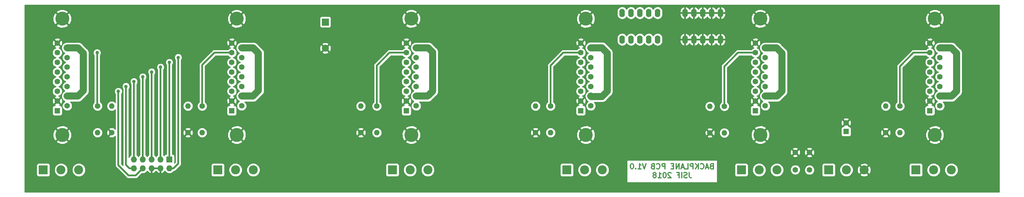
<source format=gbr>
G04 #@! TF.GenerationSoftware,KiCad,Pcbnew,(5.0.0-rc2-dev-444-g2974a2c10)*
G04 #@! TF.CreationDate,2018-06-15T13:24:22+02:00*
G04 #@! TF.ProjectId,BackplanePCB_solder,4261636B706C616E655043425F736F6C,rev?*
G04 #@! TF.SameCoordinates,Original*
G04 #@! TF.FileFunction,Copper,L2,Bot,Signal*
G04 #@! TF.FilePolarity,Positive*
%FSLAX46Y46*%
G04 Gerber Fmt 4.6, Leading zero omitted, Abs format (unit mm)*
G04 Created by KiCad (PCBNEW (5.0.0-rc2-dev-444-g2974a2c10)) date 06/15/18 13:24:22*
%MOMM*%
%LPD*%
G01*
G04 APERTURE LIST*
%ADD10C,0.300000*%
%ADD11O,1.600000X2.400000*%
%ADD12R,1.600000X1.600000*%
%ADD13C,1.600000*%
%ADD14C,4.000000*%
%ADD15C,2.600000*%
%ADD16R,2.600000X2.600000*%
%ADD17R,1.727200X1.727200*%
%ADD18O,1.727200X1.727200*%
%ADD19O,1.600000X1.600000*%
%ADD20R,2.000000X2.000000*%
%ADD21C,2.000000*%
%ADD22C,1.000000*%
%ADD23C,0.500000*%
%ADD24C,2.000000*%
%ADD25C,0.254000*%
G04 APERTURE END LIST*
D10*
X257447428Y-222899857D02*
X257233142Y-222971285D01*
X257161714Y-223042714D01*
X257090285Y-223185571D01*
X257090285Y-223399857D01*
X257161714Y-223542714D01*
X257233142Y-223614142D01*
X257376000Y-223685571D01*
X257947428Y-223685571D01*
X257947428Y-222185571D01*
X257447428Y-222185571D01*
X257304571Y-222257000D01*
X257233142Y-222328428D01*
X257161714Y-222471285D01*
X257161714Y-222614142D01*
X257233142Y-222757000D01*
X257304571Y-222828428D01*
X257447428Y-222899857D01*
X257947428Y-222899857D01*
X256518857Y-223257000D02*
X255804571Y-223257000D01*
X256661714Y-223685571D02*
X256161714Y-222185571D01*
X255661714Y-223685571D01*
X254304571Y-223542714D02*
X254376000Y-223614142D01*
X254590285Y-223685571D01*
X254733142Y-223685571D01*
X254947428Y-223614142D01*
X255090285Y-223471285D01*
X255161714Y-223328428D01*
X255233142Y-223042714D01*
X255233142Y-222828428D01*
X255161714Y-222542714D01*
X255090285Y-222399857D01*
X254947428Y-222257000D01*
X254733142Y-222185571D01*
X254590285Y-222185571D01*
X254376000Y-222257000D01*
X254304571Y-222328428D01*
X253661714Y-223685571D02*
X253661714Y-222185571D01*
X252804571Y-223685571D02*
X253447428Y-222828428D01*
X252804571Y-222185571D02*
X253661714Y-223042714D01*
X252161714Y-223685571D02*
X252161714Y-222185571D01*
X251590285Y-222185571D01*
X251447428Y-222257000D01*
X251376000Y-222328428D01*
X251304571Y-222471285D01*
X251304571Y-222685571D01*
X251376000Y-222828428D01*
X251447428Y-222899857D01*
X251590285Y-222971285D01*
X252161714Y-222971285D01*
X249947428Y-223685571D02*
X250661714Y-223685571D01*
X250661714Y-222185571D01*
X249518857Y-223257000D02*
X248804571Y-223257000D01*
X249661714Y-223685571D02*
X249161714Y-222185571D01*
X248661714Y-223685571D01*
X248161714Y-223685571D02*
X248161714Y-222185571D01*
X247304571Y-223685571D01*
X247304571Y-222185571D01*
X246590285Y-222899857D02*
X246090285Y-222899857D01*
X245876000Y-223685571D02*
X246590285Y-223685571D01*
X246590285Y-222185571D01*
X245876000Y-222185571D01*
X244090285Y-223685571D02*
X244090285Y-222185571D01*
X243518857Y-222185571D01*
X243376000Y-222257000D01*
X243304571Y-222328428D01*
X243233142Y-222471285D01*
X243233142Y-222685571D01*
X243304571Y-222828428D01*
X243376000Y-222899857D01*
X243518857Y-222971285D01*
X244090285Y-222971285D01*
X241733142Y-223542714D02*
X241804571Y-223614142D01*
X242018857Y-223685571D01*
X242161714Y-223685571D01*
X242376000Y-223614142D01*
X242518857Y-223471285D01*
X242590285Y-223328428D01*
X242661714Y-223042714D01*
X242661714Y-222828428D01*
X242590285Y-222542714D01*
X242518857Y-222399857D01*
X242376000Y-222257000D01*
X242161714Y-222185571D01*
X242018857Y-222185571D01*
X241804571Y-222257000D01*
X241733142Y-222328428D01*
X240590285Y-222899857D02*
X240376000Y-222971285D01*
X240304571Y-223042714D01*
X240233142Y-223185571D01*
X240233142Y-223399857D01*
X240304571Y-223542714D01*
X240376000Y-223614142D01*
X240518857Y-223685571D01*
X241090285Y-223685571D01*
X241090285Y-222185571D01*
X240590285Y-222185571D01*
X240447428Y-222257000D01*
X240376000Y-222328428D01*
X240304571Y-222471285D01*
X240304571Y-222614142D01*
X240376000Y-222757000D01*
X240447428Y-222828428D01*
X240590285Y-222899857D01*
X241090285Y-222899857D01*
X238661714Y-222185571D02*
X238161714Y-223685571D01*
X237661714Y-222185571D01*
X236376000Y-223685571D02*
X237233142Y-223685571D01*
X236804571Y-223685571D02*
X236804571Y-222185571D01*
X236947428Y-222399857D01*
X237090285Y-222542714D01*
X237233142Y-222614142D01*
X235733142Y-223542714D02*
X235661714Y-223614142D01*
X235733142Y-223685571D01*
X235804571Y-223614142D01*
X235733142Y-223542714D01*
X235733142Y-223685571D01*
X234733142Y-222185571D02*
X234590285Y-222185571D01*
X234447428Y-222257000D01*
X234376000Y-222328428D01*
X234304571Y-222471285D01*
X234233142Y-222757000D01*
X234233142Y-223114142D01*
X234304571Y-223399857D01*
X234376000Y-223542714D01*
X234447428Y-223614142D01*
X234590285Y-223685571D01*
X234733142Y-223685571D01*
X234876000Y-223614142D01*
X234947428Y-223542714D01*
X235018857Y-223399857D01*
X235090285Y-223114142D01*
X235090285Y-222757000D01*
X235018857Y-222471285D01*
X234947428Y-222328428D01*
X234876000Y-222257000D01*
X234733142Y-222185571D01*
X251054571Y-224735571D02*
X251054571Y-225807000D01*
X251126000Y-226021285D01*
X251268857Y-226164142D01*
X251483142Y-226235571D01*
X251626000Y-226235571D01*
X250411714Y-226164142D02*
X250197428Y-226235571D01*
X249840285Y-226235571D01*
X249697428Y-226164142D01*
X249626000Y-226092714D01*
X249554571Y-225949857D01*
X249554571Y-225807000D01*
X249626000Y-225664142D01*
X249697428Y-225592714D01*
X249840285Y-225521285D01*
X250126000Y-225449857D01*
X250268857Y-225378428D01*
X250340285Y-225307000D01*
X250411714Y-225164142D01*
X250411714Y-225021285D01*
X250340285Y-224878428D01*
X250268857Y-224807000D01*
X250126000Y-224735571D01*
X249768857Y-224735571D01*
X249554571Y-224807000D01*
X248911714Y-226235571D02*
X248911714Y-224735571D01*
X247697428Y-225449857D02*
X248197428Y-225449857D01*
X248197428Y-226235571D02*
X248197428Y-224735571D01*
X247483142Y-224735571D01*
X245840285Y-224878428D02*
X245768857Y-224807000D01*
X245626000Y-224735571D01*
X245268857Y-224735571D01*
X245126000Y-224807000D01*
X245054571Y-224878428D01*
X244983142Y-225021285D01*
X244983142Y-225164142D01*
X245054571Y-225378428D01*
X245911714Y-226235571D01*
X244983142Y-226235571D01*
X244054571Y-224735571D02*
X243911714Y-224735571D01*
X243768857Y-224807000D01*
X243697428Y-224878428D01*
X243626000Y-225021285D01*
X243554571Y-225307000D01*
X243554571Y-225664142D01*
X243626000Y-225949857D01*
X243697428Y-226092714D01*
X243768857Y-226164142D01*
X243911714Y-226235571D01*
X244054571Y-226235571D01*
X244197428Y-226164142D01*
X244268857Y-226092714D01*
X244340285Y-225949857D01*
X244411714Y-225664142D01*
X244411714Y-225307000D01*
X244340285Y-225021285D01*
X244268857Y-224878428D01*
X244197428Y-224807000D01*
X244054571Y-224735571D01*
X242126000Y-226235571D02*
X242983142Y-226235571D01*
X242554571Y-226235571D02*
X242554571Y-224735571D01*
X242697428Y-224949857D01*
X242840285Y-225092714D01*
X242983142Y-225164142D01*
X241268857Y-225378428D02*
X241411714Y-225307000D01*
X241483142Y-225235571D01*
X241554571Y-225092714D01*
X241554571Y-225021285D01*
X241483142Y-224878428D01*
X241411714Y-224807000D01*
X241268857Y-224735571D01*
X240983142Y-224735571D01*
X240840285Y-224807000D01*
X240768857Y-224878428D01*
X240697428Y-225021285D01*
X240697428Y-225092714D01*
X240768857Y-225235571D01*
X240840285Y-225307000D01*
X240983142Y-225378428D01*
X241268857Y-225378428D01*
X241411714Y-225449857D01*
X241483142Y-225521285D01*
X241554571Y-225664142D01*
X241554571Y-225949857D01*
X241483142Y-226092714D01*
X241411714Y-226164142D01*
X241268857Y-226235571D01*
X240983142Y-226235571D01*
X240840285Y-226164142D01*
X240768857Y-226092714D01*
X240697428Y-225949857D01*
X240697428Y-225664142D01*
X240768857Y-225521285D01*
X240840285Y-225449857D01*
X240983142Y-225378428D01*
D11*
X260000000Y-179000000D03*
X249840000Y-186620000D03*
X257460000Y-179000000D03*
X252380000Y-186620000D03*
X254920000Y-179000000D03*
X254920000Y-186620000D03*
X252380000Y-179000000D03*
X257460000Y-186620000D03*
X249840000Y-179000000D03*
X260000000Y-186620000D03*
X242000000Y-186620000D03*
X231840000Y-179000000D03*
X239460000Y-186620000D03*
X234380000Y-179000000D03*
X236920000Y-186620000D03*
X236920000Y-179000000D03*
X234380000Y-186620000D03*
X239460000Y-179000000D03*
X231840000Y-186620000D03*
X242000000Y-179000000D03*
D12*
X70000000Y-207000000D03*
D13*
X70000000Y-204230000D03*
X70000000Y-201460000D03*
X70000000Y-198690000D03*
X70000000Y-195920000D03*
X70000000Y-193150000D03*
X70000000Y-190380000D03*
X70000000Y-187610000D03*
X72840000Y-205615000D03*
X72840000Y-202845000D03*
X72840000Y-200075000D03*
X72840000Y-197305000D03*
X72840000Y-194535000D03*
X72840000Y-191765000D03*
X72840000Y-188995000D03*
D14*
X71420000Y-180655000D03*
X71420000Y-213955000D03*
D15*
X301160000Y-224000000D03*
X296080000Y-224000000D03*
D16*
X291000000Y-224000000D03*
D17*
X102108000Y-220980000D03*
D18*
X102108000Y-223520000D03*
X99568000Y-220980000D03*
X99568000Y-223520000D03*
X97028000Y-220980000D03*
X97028000Y-223520000D03*
X94488000Y-220980000D03*
X94488000Y-223520000D03*
X91948000Y-220980000D03*
X91948000Y-223520000D03*
D12*
X320000000Y-207000000D03*
D13*
X320000000Y-204230000D03*
X320000000Y-201460000D03*
X320000000Y-198690000D03*
X320000000Y-195920000D03*
X320000000Y-193150000D03*
X320000000Y-190380000D03*
X320000000Y-187610000D03*
X322840000Y-205615000D03*
X322840000Y-202845000D03*
X322840000Y-200075000D03*
X322840000Y-197305000D03*
X322840000Y-194535000D03*
X322840000Y-191765000D03*
X322840000Y-188995000D03*
D14*
X321420000Y-180655000D03*
X321420000Y-213955000D03*
X271420000Y-213955000D03*
X271420000Y-180655000D03*
D13*
X272840000Y-188995000D03*
X272840000Y-191765000D03*
X272840000Y-194535000D03*
X272840000Y-197305000D03*
X272840000Y-200075000D03*
X272840000Y-202845000D03*
X272840000Y-205615000D03*
X270000000Y-187610000D03*
X270000000Y-190380000D03*
X270000000Y-193150000D03*
X270000000Y-195920000D03*
X270000000Y-198690000D03*
X270000000Y-201460000D03*
X270000000Y-204230000D03*
D12*
X270000000Y-207000000D03*
X220000000Y-207000000D03*
D13*
X220000000Y-204230000D03*
X220000000Y-201460000D03*
X220000000Y-198690000D03*
X220000000Y-195920000D03*
X220000000Y-193150000D03*
X220000000Y-190380000D03*
X220000000Y-187610000D03*
X222840000Y-205615000D03*
X222840000Y-202845000D03*
X222840000Y-200075000D03*
X222840000Y-197305000D03*
X222840000Y-194535000D03*
X222840000Y-191765000D03*
X222840000Y-188995000D03*
D14*
X221420000Y-180655000D03*
X221420000Y-213955000D03*
X171420000Y-213955000D03*
X171420000Y-180655000D03*
D13*
X172840000Y-188995000D03*
X172840000Y-191765000D03*
X172840000Y-194535000D03*
X172840000Y-197305000D03*
X172840000Y-200075000D03*
X172840000Y-202845000D03*
X172840000Y-205615000D03*
X170000000Y-187610000D03*
X170000000Y-190380000D03*
X170000000Y-193150000D03*
X170000000Y-195920000D03*
X170000000Y-198690000D03*
X170000000Y-201460000D03*
X170000000Y-204230000D03*
D12*
X170000000Y-207000000D03*
X120000000Y-207000000D03*
D13*
X120000000Y-204230000D03*
X120000000Y-201460000D03*
X120000000Y-198690000D03*
X120000000Y-195920000D03*
X120000000Y-193150000D03*
X120000000Y-190380000D03*
X120000000Y-187610000D03*
X122840000Y-205615000D03*
X122840000Y-202845000D03*
X122840000Y-200075000D03*
X122840000Y-197305000D03*
X122840000Y-194535000D03*
X122840000Y-191765000D03*
X122840000Y-188995000D03*
D14*
X121420000Y-180655000D03*
X121420000Y-213955000D03*
D16*
X216000000Y-224000000D03*
D15*
X221080000Y-224000000D03*
X226160000Y-224000000D03*
D16*
X66000000Y-224000000D03*
D15*
X71080000Y-224000000D03*
X76160000Y-224000000D03*
D16*
X316000000Y-224000000D03*
D15*
X321080000Y-224000000D03*
X326160000Y-224000000D03*
D16*
X166000000Y-224000000D03*
D15*
X171080000Y-224000000D03*
X176160000Y-224000000D03*
X276160000Y-224000000D03*
X271080000Y-224000000D03*
D16*
X266000000Y-224000000D03*
D15*
X126160000Y-224000000D03*
X121080000Y-224000000D03*
D16*
X116000000Y-224000000D03*
D19*
X311404000Y-213314000D03*
D13*
X311404000Y-205694000D03*
D19*
X307340000Y-205694000D03*
D13*
X307340000Y-213314000D03*
X261112000Y-205740000D03*
D19*
X261112000Y-213360000D03*
X257000000Y-205740000D03*
D13*
X257000000Y-213360000D03*
X211328000Y-205694000D03*
D19*
X211328000Y-213314000D03*
D13*
X207010000Y-213314000D03*
D19*
X207010000Y-205694000D03*
X161544000Y-213314000D03*
D13*
X161544000Y-205694000D03*
X156972000Y-213314000D03*
D19*
X156972000Y-205694000D03*
X111506000Y-213314000D03*
D13*
X111506000Y-205694000D03*
X107442000Y-213314000D03*
D19*
X107442000Y-205694000D03*
X81534000Y-213314000D03*
D13*
X81534000Y-205694000D03*
X85598000Y-213314000D03*
D19*
X85598000Y-205694000D03*
D13*
X285496000Y-224000000D03*
X285496000Y-219000000D03*
X281432000Y-218948000D03*
X281432000Y-223948000D03*
D12*
X296000000Y-213000000D03*
D13*
X296000000Y-210500000D03*
D20*
X146812000Y-181610000D03*
D21*
X146812000Y-189110000D03*
D22*
X104648000Y-191765000D03*
X102108000Y-193150000D03*
X99568000Y-194535000D03*
X97028000Y-195920000D03*
X94488000Y-197305000D03*
X91948000Y-198690000D03*
X89662000Y-200075000D03*
X87503000Y-201460000D03*
X81414000Y-190380000D03*
D23*
X104648000Y-191897000D02*
X104648000Y-191765000D01*
X103329314Y-223520000D02*
X104648000Y-222201314D01*
X104648000Y-222201314D02*
X104648000Y-191897000D01*
X102108000Y-223520000D02*
X103329314Y-223520000D01*
X102108000Y-220980000D02*
X102108000Y-193294000D01*
X102108000Y-193294000D02*
X102108000Y-193150000D01*
X99568000Y-194691000D02*
X99568000Y-194535000D01*
X99568000Y-220980000D02*
X99568000Y-194691000D01*
X97028000Y-196088000D02*
X97028000Y-195920000D01*
X97028000Y-220980000D02*
X97028000Y-196088000D01*
X94488000Y-220980000D02*
X94488000Y-197612000D01*
X94488000Y-197612000D02*
X94488000Y-197305000D01*
X91948000Y-198755000D02*
X91948000Y-198690000D01*
X91948000Y-220980000D02*
X91948000Y-198755000D01*
X89662000Y-200279000D02*
X89662000Y-200075000D01*
X89662000Y-222504000D02*
X89662000Y-200279000D01*
X91948000Y-223520000D02*
X90678000Y-223520000D01*
X90678000Y-223520000D02*
X89662000Y-222504000D01*
X87503000Y-201676000D02*
X87503000Y-201460000D01*
X87503000Y-222631000D02*
X87503000Y-201676000D01*
X90424000Y-225552000D02*
X87503000Y-222631000D01*
X94488000Y-223520000D02*
X92456000Y-225552000D01*
X92456000Y-225552000D02*
X90424000Y-225552000D01*
D24*
X72840000Y-202845000D02*
X75920000Y-202845000D01*
X75920000Y-202845000D02*
X77470000Y-201295000D01*
X77470000Y-201295000D02*
X77470000Y-190500000D01*
X77470000Y-190500000D02*
X75965000Y-188995000D01*
X126130000Y-188995000D02*
X122840000Y-188995000D01*
X127635000Y-190500000D02*
X126130000Y-188995000D01*
X127635000Y-201295000D02*
X127635000Y-190500000D01*
X122840000Y-202845000D02*
X126085000Y-202845000D01*
X126085000Y-202845000D02*
X127635000Y-201295000D01*
X176295000Y-188995000D02*
X172840000Y-188995000D01*
X177546000Y-190246000D02*
X176295000Y-188995000D01*
X177546000Y-201422000D02*
X177546000Y-190246000D01*
X172840000Y-202845000D02*
X176123000Y-202845000D01*
X176123000Y-202845000D02*
X177546000Y-201422000D01*
X222859000Y-188976000D02*
X222840000Y-188995000D01*
X222941000Y-202946000D02*
X226060000Y-202946000D01*
X222840000Y-202845000D02*
X222941000Y-202946000D01*
X226060000Y-202946000D02*
X227584000Y-201422000D01*
X227584000Y-201422000D02*
X227584000Y-190500000D01*
X227584000Y-190500000D02*
X226060000Y-188976000D01*
X226060000Y-188976000D02*
X222859000Y-188976000D01*
X276117000Y-188995000D02*
X272840000Y-188995000D01*
X277622000Y-190500000D02*
X276117000Y-188995000D01*
X277622000Y-201422000D02*
X277622000Y-190500000D01*
X272840000Y-202845000D02*
X276199000Y-202845000D01*
X276199000Y-202845000D02*
X277622000Y-201422000D01*
X326155000Y-188995000D02*
X322840000Y-188995000D01*
X327660000Y-190500000D02*
X326155000Y-188995000D01*
X327660000Y-201422000D02*
X327660000Y-190500000D01*
X322840000Y-202845000D02*
X326237000Y-202845000D01*
X326237000Y-202845000D02*
X327660000Y-201422000D01*
X75965000Y-188995000D02*
X72840000Y-188995000D01*
D23*
X315334000Y-190380000D02*
X320000000Y-190380000D01*
X311404000Y-205694000D02*
X311404000Y-194310000D01*
X311404000Y-194310000D02*
X315334000Y-190380000D01*
X261112000Y-194310000D02*
X261112000Y-205740000D01*
X270000000Y-190380000D02*
X265042000Y-190380000D01*
X265042000Y-190380000D02*
X261112000Y-194310000D01*
X215004000Y-190380000D02*
X220000000Y-190380000D01*
X211328000Y-205694000D02*
X211328000Y-194056000D01*
X211328000Y-194056000D02*
X215004000Y-190380000D01*
X165220000Y-190380000D02*
X170000000Y-190380000D01*
X161544000Y-205694000D02*
X161544000Y-194056000D01*
X161544000Y-194056000D02*
X165220000Y-190380000D01*
X111506000Y-193929000D02*
X111506000Y-205694000D01*
X120000000Y-190380000D02*
X115055000Y-190380000D01*
X115055000Y-190380000D02*
X111506000Y-193929000D01*
X81414000Y-205574000D02*
X81534000Y-205694000D01*
X81414000Y-190380000D02*
X81414000Y-205574000D01*
D25*
G36*
X339873000Y-230290000D02*
X60710000Y-230290000D01*
X60710000Y-222700000D01*
X64052560Y-222700000D01*
X64052560Y-225300000D01*
X64101843Y-225547765D01*
X64242191Y-225757809D01*
X64452235Y-225898157D01*
X64700000Y-225947440D01*
X67300000Y-225947440D01*
X67547765Y-225898157D01*
X67757809Y-225757809D01*
X67898157Y-225547765D01*
X67947440Y-225300000D01*
X67947440Y-223615105D01*
X69145000Y-223615105D01*
X69145000Y-224384895D01*
X69439586Y-225096090D01*
X69983910Y-225640414D01*
X70695105Y-225935000D01*
X71464895Y-225935000D01*
X72176090Y-225640414D01*
X72720414Y-225096090D01*
X73015000Y-224384895D01*
X73015000Y-223615105D01*
X74225000Y-223615105D01*
X74225000Y-224384895D01*
X74519586Y-225096090D01*
X75063910Y-225640414D01*
X75775105Y-225935000D01*
X76544895Y-225935000D01*
X77256090Y-225640414D01*
X77800414Y-225096090D01*
X78095000Y-224384895D01*
X78095000Y-223615105D01*
X77800414Y-222903910D01*
X77256090Y-222359586D01*
X76544895Y-222065000D01*
X75775105Y-222065000D01*
X75063910Y-222359586D01*
X74519586Y-222903910D01*
X74225000Y-223615105D01*
X73015000Y-223615105D01*
X72720414Y-222903910D01*
X72176090Y-222359586D01*
X71464895Y-222065000D01*
X70695105Y-222065000D01*
X69983910Y-222359586D01*
X69439586Y-222903910D01*
X69145000Y-223615105D01*
X67947440Y-223615105D01*
X67947440Y-222700000D01*
X67898157Y-222452235D01*
X67757809Y-222242191D01*
X67547765Y-222101843D01*
X67300000Y-222052560D01*
X64700000Y-222052560D01*
X64452235Y-222101843D01*
X64242191Y-222242191D01*
X64101843Y-222452235D01*
X64052560Y-222700000D01*
X60710000Y-222700000D01*
X60710000Y-215830022D01*
X69724584Y-215830022D01*
X69945353Y-216200743D01*
X70917012Y-216594119D01*
X71965247Y-216585713D01*
X72894647Y-216200743D01*
X73115416Y-215830022D01*
X71420000Y-214134605D01*
X69724584Y-215830022D01*
X60710000Y-215830022D01*
X60710000Y-213452012D01*
X68780881Y-213452012D01*
X68789287Y-214500247D01*
X69174257Y-215429647D01*
X69544978Y-215650416D01*
X71240395Y-213955000D01*
X71599605Y-213955000D01*
X73295022Y-215650416D01*
X73665743Y-215429647D01*
X74059119Y-214457988D01*
X74050713Y-213409753D01*
X74011051Y-213314000D01*
X80070887Y-213314000D01*
X80182260Y-213873909D01*
X80499423Y-214348577D01*
X80974091Y-214665740D01*
X81392667Y-214749000D01*
X81675333Y-214749000D01*
X82093909Y-214665740D01*
X82568577Y-214348577D01*
X82885740Y-213873909D01*
X82997113Y-213314000D01*
X82953994Y-213097223D01*
X84151035Y-213097223D01*
X84178222Y-213667454D01*
X84344136Y-214068005D01*
X84590255Y-214142139D01*
X85418395Y-213314000D01*
X84590255Y-212485861D01*
X84344136Y-212559995D01*
X84151035Y-213097223D01*
X82953994Y-213097223D01*
X82885740Y-212754091D01*
X82568577Y-212279423D01*
X82093909Y-211962260D01*
X81675333Y-211879000D01*
X81392667Y-211879000D01*
X80974091Y-211962260D01*
X80499423Y-212279423D01*
X80182260Y-212754091D01*
X80070887Y-213314000D01*
X74011051Y-213314000D01*
X73665743Y-212480353D01*
X73295022Y-212259584D01*
X71599605Y-213955000D01*
X71240395Y-213955000D01*
X69544978Y-212259584D01*
X69174257Y-212480353D01*
X68780881Y-213452012D01*
X60710000Y-213452012D01*
X60710000Y-212079978D01*
X69724584Y-212079978D01*
X71420000Y-213775395D01*
X73115416Y-212079978D01*
X72894647Y-211709257D01*
X71922988Y-211315881D01*
X70874753Y-211324287D01*
X69945353Y-211709257D01*
X69724584Y-212079978D01*
X60710000Y-212079978D01*
X60710000Y-206200000D01*
X68552560Y-206200000D01*
X68552560Y-207800000D01*
X68601843Y-208047765D01*
X68742191Y-208257809D01*
X68952235Y-208398157D01*
X69200000Y-208447440D01*
X70800000Y-208447440D01*
X71047765Y-208398157D01*
X71257809Y-208257809D01*
X71398157Y-208047765D01*
X71447440Y-207800000D01*
X71447440Y-206200000D01*
X71398157Y-205952235D01*
X71257809Y-205742191D01*
X71047765Y-205601843D01*
X70800000Y-205552560D01*
X70588159Y-205552560D01*
X70754005Y-205483864D01*
X70828139Y-205237745D01*
X70000000Y-204409605D01*
X69171861Y-205237745D01*
X69245995Y-205483864D01*
X69437115Y-205552560D01*
X69200000Y-205552560D01*
X68952235Y-205601843D01*
X68742191Y-205742191D01*
X68601843Y-205952235D01*
X68552560Y-206200000D01*
X60710000Y-206200000D01*
X60710000Y-204013223D01*
X68553035Y-204013223D01*
X68580222Y-204583454D01*
X68746136Y-204984005D01*
X68992255Y-205058139D01*
X69820395Y-204230000D01*
X70179605Y-204230000D01*
X71007745Y-205058139D01*
X71253864Y-204984005D01*
X71446965Y-204446777D01*
X71419778Y-203876546D01*
X71253864Y-203475995D01*
X71007745Y-203401861D01*
X70179605Y-204230000D01*
X69820395Y-204230000D01*
X68992255Y-203401861D01*
X68746136Y-203475995D01*
X68553035Y-204013223D01*
X60710000Y-204013223D01*
X60710000Y-190094561D01*
X68565000Y-190094561D01*
X68565000Y-190665439D01*
X68783466Y-191192862D01*
X69187138Y-191596534D01*
X69593850Y-191765000D01*
X69187138Y-191933466D01*
X68783466Y-192337138D01*
X68565000Y-192864561D01*
X68565000Y-193435439D01*
X68783466Y-193962862D01*
X69187138Y-194366534D01*
X69593850Y-194535000D01*
X69187138Y-194703466D01*
X68783466Y-195107138D01*
X68565000Y-195634561D01*
X68565000Y-196205439D01*
X68783466Y-196732862D01*
X69187138Y-197136534D01*
X69593850Y-197305000D01*
X69187138Y-197473466D01*
X68783466Y-197877138D01*
X68565000Y-198404561D01*
X68565000Y-198975439D01*
X68783466Y-199502862D01*
X69187138Y-199906534D01*
X69593850Y-200075000D01*
X69187138Y-200243466D01*
X68783466Y-200647138D01*
X68565000Y-201174561D01*
X68565000Y-201745439D01*
X68783466Y-202272862D01*
X69187138Y-202676534D01*
X69578218Y-202838525D01*
X69245995Y-202976136D01*
X69171861Y-203222255D01*
X70000000Y-204050395D01*
X70828139Y-203222255D01*
X70754005Y-202976136D01*
X70398261Y-202848268D01*
X70812862Y-202676534D01*
X71216534Y-202272862D01*
X71435000Y-201745439D01*
X71435000Y-201174561D01*
X71216534Y-200647138D01*
X70812862Y-200243466D01*
X70406150Y-200075000D01*
X70812862Y-199906534D01*
X71216534Y-199502862D01*
X71435000Y-198975439D01*
X71435000Y-198404561D01*
X71216534Y-197877138D01*
X70812862Y-197473466D01*
X70406150Y-197305000D01*
X70812862Y-197136534D01*
X71216534Y-196732862D01*
X71435000Y-196205439D01*
X71435000Y-195634561D01*
X71216534Y-195107138D01*
X70812862Y-194703466D01*
X70406150Y-194535000D01*
X70812862Y-194366534D01*
X71216534Y-193962862D01*
X71435000Y-193435439D01*
X71435000Y-192864561D01*
X71216534Y-192337138D01*
X70812862Y-191933466D01*
X70406150Y-191765000D01*
X70812862Y-191596534D01*
X71216534Y-191192862D01*
X71435000Y-190665439D01*
X71435000Y-190094561D01*
X71216534Y-189567138D01*
X70812862Y-189163466D01*
X70421782Y-189001475D01*
X70437414Y-188995000D01*
X71172969Y-188995000D01*
X71299864Y-189632945D01*
X71661231Y-190173769D01*
X72147432Y-190498638D01*
X72027138Y-190548466D01*
X71623466Y-190952138D01*
X71405000Y-191479561D01*
X71405000Y-192050439D01*
X71623466Y-192577862D01*
X72027138Y-192981534D01*
X72433850Y-193150000D01*
X72027138Y-193318466D01*
X71623466Y-193722138D01*
X71405000Y-194249561D01*
X71405000Y-194820439D01*
X71623466Y-195347862D01*
X72027138Y-195751534D01*
X72433850Y-195920000D01*
X72027138Y-196088466D01*
X71623466Y-196492138D01*
X71405000Y-197019561D01*
X71405000Y-197590439D01*
X71623466Y-198117862D01*
X72027138Y-198521534D01*
X72433850Y-198690000D01*
X72027138Y-198858466D01*
X71623466Y-199262138D01*
X71405000Y-199789561D01*
X71405000Y-200360439D01*
X71623466Y-200887862D01*
X72027138Y-201291534D01*
X72147432Y-201341362D01*
X71661231Y-201666231D01*
X71299864Y-202207055D01*
X71172969Y-202845000D01*
X71299864Y-203482945D01*
X71661231Y-204023769D01*
X72147432Y-204348638D01*
X72027138Y-204398466D01*
X71623466Y-204802138D01*
X71405000Y-205329561D01*
X71405000Y-205900439D01*
X71623466Y-206427862D01*
X72027138Y-206831534D01*
X72554561Y-207050000D01*
X73125439Y-207050000D01*
X73652862Y-206831534D01*
X74056534Y-206427862D01*
X74275000Y-205900439D01*
X74275000Y-205408561D01*
X80099000Y-205408561D01*
X80099000Y-205979439D01*
X80317466Y-206506862D01*
X80721138Y-206910534D01*
X81248561Y-207129000D01*
X81819439Y-207129000D01*
X82346862Y-206910534D01*
X82750534Y-206506862D01*
X82969000Y-205979439D01*
X82969000Y-205694000D01*
X84134887Y-205694000D01*
X84246260Y-206253909D01*
X84563423Y-206728577D01*
X85038091Y-207045740D01*
X85456667Y-207129000D01*
X85739333Y-207129000D01*
X86157909Y-207045740D01*
X86618001Y-206738317D01*
X86618000Y-212268364D01*
X86541014Y-212191378D01*
X86426139Y-212306253D01*
X86352005Y-212060136D01*
X85814777Y-211867035D01*
X85244546Y-211894222D01*
X84843995Y-212060136D01*
X84769861Y-212306255D01*
X85598000Y-213134395D01*
X85612142Y-213120252D01*
X85791748Y-213299858D01*
X85777605Y-213314000D01*
X85791748Y-213328142D01*
X85612142Y-213507748D01*
X85598000Y-213493605D01*
X84769861Y-214321745D01*
X84843995Y-214567864D01*
X85381223Y-214760965D01*
X85951454Y-214733778D01*
X86352005Y-214567864D01*
X86426139Y-214321747D01*
X86541014Y-214436622D01*
X86618000Y-214359636D01*
X86618000Y-222543839D01*
X86600663Y-222631000D01*
X86618000Y-222718161D01*
X86618000Y-222718164D01*
X86669348Y-222976309D01*
X86864951Y-223269049D01*
X86938847Y-223318425D01*
X89736577Y-226116156D01*
X89785951Y-226190049D01*
X89859844Y-226239423D01*
X89859845Y-226239424D01*
X90078690Y-226385652D01*
X90336835Y-226437000D01*
X90336839Y-226437000D01*
X90424000Y-226454337D01*
X90511161Y-226437000D01*
X92368839Y-226437000D01*
X92456000Y-226454337D01*
X92543161Y-226437000D01*
X92543165Y-226437000D01*
X92801310Y-226385652D01*
X93094049Y-226190049D01*
X93143425Y-226116153D01*
X94257474Y-225002105D01*
X94340402Y-225018600D01*
X94635598Y-225018600D01*
X95072725Y-224931650D01*
X95568430Y-224600430D01*
X95769854Y-224298979D01*
X95821179Y-224408490D01*
X96253053Y-224802688D01*
X96668974Y-224974958D01*
X96901000Y-224853817D01*
X96901000Y-223647000D01*
X97155000Y-223647000D01*
X97155000Y-224853817D01*
X97387026Y-224974958D01*
X97802947Y-224802688D01*
X98234821Y-224408490D01*
X98298000Y-224273687D01*
X98361179Y-224408490D01*
X98793053Y-224802688D01*
X99208974Y-224974958D01*
X99441000Y-224853817D01*
X99441000Y-223647000D01*
X97155000Y-223647000D01*
X96901000Y-223647000D01*
X96881000Y-223647000D01*
X96881000Y-223393000D01*
X96901000Y-223393000D01*
X96901000Y-223373000D01*
X97155000Y-223373000D01*
X97155000Y-223393000D01*
X99441000Y-223393000D01*
X99441000Y-223373000D01*
X99695000Y-223373000D01*
X99695000Y-223393000D01*
X99715000Y-223393000D01*
X99715000Y-223647000D01*
X99695000Y-223647000D01*
X99695000Y-224853817D01*
X99927026Y-224974958D01*
X100342947Y-224802688D01*
X100774821Y-224408490D01*
X100826146Y-224298979D01*
X101027570Y-224600430D01*
X101523275Y-224931650D01*
X101960402Y-225018600D01*
X102255598Y-225018600D01*
X102692725Y-224931650D01*
X103188430Y-224600430D01*
X103309996Y-224418494D01*
X103329314Y-224422337D01*
X103416475Y-224405000D01*
X103416479Y-224405000D01*
X103674624Y-224353652D01*
X103967363Y-224158049D01*
X104016739Y-224084153D01*
X105212156Y-222888737D01*
X105286049Y-222839363D01*
X105367032Y-222718165D01*
X105379169Y-222700000D01*
X114052560Y-222700000D01*
X114052560Y-225300000D01*
X114101843Y-225547765D01*
X114242191Y-225757809D01*
X114452235Y-225898157D01*
X114700000Y-225947440D01*
X117300000Y-225947440D01*
X117547765Y-225898157D01*
X117757809Y-225757809D01*
X117898157Y-225547765D01*
X117947440Y-225300000D01*
X117947440Y-223615105D01*
X119145000Y-223615105D01*
X119145000Y-224384895D01*
X119439586Y-225096090D01*
X119983910Y-225640414D01*
X120695105Y-225935000D01*
X121464895Y-225935000D01*
X122176090Y-225640414D01*
X122720414Y-225096090D01*
X123015000Y-224384895D01*
X123015000Y-223615105D01*
X124225000Y-223615105D01*
X124225000Y-224384895D01*
X124519586Y-225096090D01*
X125063910Y-225640414D01*
X125775105Y-225935000D01*
X126544895Y-225935000D01*
X127256090Y-225640414D01*
X127800414Y-225096090D01*
X128095000Y-224384895D01*
X128095000Y-223615105D01*
X127800414Y-222903910D01*
X127596504Y-222700000D01*
X164052560Y-222700000D01*
X164052560Y-225300000D01*
X164101843Y-225547765D01*
X164242191Y-225757809D01*
X164452235Y-225898157D01*
X164700000Y-225947440D01*
X167300000Y-225947440D01*
X167547765Y-225898157D01*
X167757809Y-225757809D01*
X167898157Y-225547765D01*
X167947440Y-225300000D01*
X167947440Y-223615105D01*
X169145000Y-223615105D01*
X169145000Y-224384895D01*
X169439586Y-225096090D01*
X169983910Y-225640414D01*
X170695105Y-225935000D01*
X171464895Y-225935000D01*
X172176090Y-225640414D01*
X172720414Y-225096090D01*
X173015000Y-224384895D01*
X173015000Y-223615105D01*
X174225000Y-223615105D01*
X174225000Y-224384895D01*
X174519586Y-225096090D01*
X175063910Y-225640414D01*
X175775105Y-225935000D01*
X176544895Y-225935000D01*
X177256090Y-225640414D01*
X177800414Y-225096090D01*
X178095000Y-224384895D01*
X178095000Y-223615105D01*
X177800414Y-222903910D01*
X177596504Y-222700000D01*
X214052560Y-222700000D01*
X214052560Y-225300000D01*
X214101843Y-225547765D01*
X214242191Y-225757809D01*
X214452235Y-225898157D01*
X214700000Y-225947440D01*
X217300000Y-225947440D01*
X217547765Y-225898157D01*
X217757809Y-225757809D01*
X217898157Y-225547765D01*
X217947440Y-225300000D01*
X217947440Y-223615105D01*
X219145000Y-223615105D01*
X219145000Y-224384895D01*
X219439586Y-225096090D01*
X219983910Y-225640414D01*
X220695105Y-225935000D01*
X221464895Y-225935000D01*
X222176090Y-225640414D01*
X222720414Y-225096090D01*
X223015000Y-224384895D01*
X223015000Y-223615105D01*
X224225000Y-223615105D01*
X224225000Y-224384895D01*
X224519586Y-225096090D01*
X225063910Y-225640414D01*
X225775105Y-225935000D01*
X226544895Y-225935000D01*
X227256090Y-225640414D01*
X227800414Y-225096090D01*
X228095000Y-224384895D01*
X228095000Y-223615105D01*
X227800414Y-222903910D01*
X227256090Y-222359586D01*
X226544895Y-222065000D01*
X225775105Y-222065000D01*
X225063910Y-222359586D01*
X224519586Y-222903910D01*
X224225000Y-223615105D01*
X223015000Y-223615105D01*
X222720414Y-222903910D01*
X222176090Y-222359586D01*
X221464895Y-222065000D01*
X220695105Y-222065000D01*
X219983910Y-222359586D01*
X219439586Y-222903910D01*
X219145000Y-223615105D01*
X217947440Y-223615105D01*
X217947440Y-222700000D01*
X217898157Y-222452235D01*
X217757809Y-222242191D01*
X217547765Y-222101843D01*
X217300000Y-222052560D01*
X214700000Y-222052560D01*
X214452235Y-222101843D01*
X214242191Y-222242191D01*
X214101843Y-222452235D01*
X214052560Y-222700000D01*
X177596504Y-222700000D01*
X177256090Y-222359586D01*
X176544895Y-222065000D01*
X175775105Y-222065000D01*
X175063910Y-222359586D01*
X174519586Y-222903910D01*
X174225000Y-223615105D01*
X173015000Y-223615105D01*
X172720414Y-222903910D01*
X172176090Y-222359586D01*
X171464895Y-222065000D01*
X170695105Y-222065000D01*
X169983910Y-222359586D01*
X169439586Y-222903910D01*
X169145000Y-223615105D01*
X167947440Y-223615105D01*
X167947440Y-222700000D01*
X167898157Y-222452235D01*
X167757809Y-222242191D01*
X167547765Y-222101843D01*
X167300000Y-222052560D01*
X164700000Y-222052560D01*
X164452235Y-222101843D01*
X164242191Y-222242191D01*
X164101843Y-222452235D01*
X164052560Y-222700000D01*
X127596504Y-222700000D01*
X127256090Y-222359586D01*
X126544895Y-222065000D01*
X125775105Y-222065000D01*
X125063910Y-222359586D01*
X124519586Y-222903910D01*
X124225000Y-223615105D01*
X123015000Y-223615105D01*
X122720414Y-222903910D01*
X122176090Y-222359586D01*
X121464895Y-222065000D01*
X120695105Y-222065000D01*
X119983910Y-222359586D01*
X119439586Y-222903910D01*
X119145000Y-223615105D01*
X117947440Y-223615105D01*
X117947440Y-222700000D01*
X117898157Y-222452235D01*
X117757809Y-222242191D01*
X117547765Y-222101843D01*
X117300000Y-222052560D01*
X114700000Y-222052560D01*
X114452235Y-222101843D01*
X114242191Y-222242191D01*
X114101843Y-222452235D01*
X114052560Y-222700000D01*
X105379169Y-222700000D01*
X105481652Y-222546624D01*
X105512478Y-222391650D01*
X105533000Y-222288479D01*
X105533000Y-222288475D01*
X105550337Y-222201314D01*
X105533000Y-222114153D01*
X105533000Y-221217000D01*
X233162429Y-221217000D01*
X233162429Y-227587000D01*
X259089572Y-227587000D01*
X259089572Y-222700000D01*
X264052560Y-222700000D01*
X264052560Y-225300000D01*
X264101843Y-225547765D01*
X264242191Y-225757809D01*
X264452235Y-225898157D01*
X264700000Y-225947440D01*
X267300000Y-225947440D01*
X267547765Y-225898157D01*
X267757809Y-225757809D01*
X267898157Y-225547765D01*
X267947440Y-225300000D01*
X267947440Y-223615105D01*
X269145000Y-223615105D01*
X269145000Y-224384895D01*
X269439586Y-225096090D01*
X269983910Y-225640414D01*
X270695105Y-225935000D01*
X271464895Y-225935000D01*
X272176090Y-225640414D01*
X272720414Y-225096090D01*
X273015000Y-224384895D01*
X273015000Y-223615105D01*
X274225000Y-223615105D01*
X274225000Y-224384895D01*
X274519586Y-225096090D01*
X275063910Y-225640414D01*
X275775105Y-225935000D01*
X276544895Y-225935000D01*
X277256090Y-225640414D01*
X277800414Y-225096090D01*
X278095000Y-224384895D01*
X278095000Y-223662561D01*
X279997000Y-223662561D01*
X279997000Y-224233439D01*
X280215466Y-224760862D01*
X280619138Y-225164534D01*
X281146561Y-225383000D01*
X281717439Y-225383000D01*
X282244862Y-225164534D01*
X282648534Y-224760862D01*
X282867000Y-224233439D01*
X282867000Y-223714561D01*
X284061000Y-223714561D01*
X284061000Y-224285439D01*
X284279466Y-224812862D01*
X284683138Y-225216534D01*
X285210561Y-225435000D01*
X285781439Y-225435000D01*
X286308862Y-225216534D01*
X286712534Y-224812862D01*
X286931000Y-224285439D01*
X286931000Y-223714561D01*
X286712534Y-223187138D01*
X286308862Y-222783466D01*
X286107358Y-222700000D01*
X289052560Y-222700000D01*
X289052560Y-225300000D01*
X289101843Y-225547765D01*
X289242191Y-225757809D01*
X289452235Y-225898157D01*
X289700000Y-225947440D01*
X292300000Y-225947440D01*
X292547765Y-225898157D01*
X292757809Y-225757809D01*
X292898157Y-225547765D01*
X292947440Y-225300000D01*
X292947440Y-223615105D01*
X294145000Y-223615105D01*
X294145000Y-224384895D01*
X294439586Y-225096090D01*
X294983910Y-225640414D01*
X295695105Y-225935000D01*
X296464895Y-225935000D01*
X297176090Y-225640414D01*
X297447045Y-225369459D01*
X299970146Y-225369459D01*
X300105504Y-225667455D01*
X300823880Y-225944066D01*
X301593427Y-225924710D01*
X302214496Y-225667455D01*
X302349854Y-225369459D01*
X301160000Y-224179605D01*
X299970146Y-225369459D01*
X297447045Y-225369459D01*
X297720414Y-225096090D01*
X298015000Y-224384895D01*
X298015000Y-223663880D01*
X299215934Y-223663880D01*
X299235290Y-224433427D01*
X299492545Y-225054496D01*
X299790541Y-225189854D01*
X300980395Y-224000000D01*
X301339605Y-224000000D01*
X302529459Y-225189854D01*
X302827455Y-225054496D01*
X303104066Y-224336120D01*
X303084710Y-223566573D01*
X302827455Y-222945504D01*
X302529459Y-222810146D01*
X301339605Y-224000000D01*
X300980395Y-224000000D01*
X299790541Y-222810146D01*
X299492545Y-222945504D01*
X299215934Y-223663880D01*
X298015000Y-223663880D01*
X298015000Y-223615105D01*
X297720414Y-222903910D01*
X297447045Y-222630541D01*
X299970146Y-222630541D01*
X301160000Y-223820395D01*
X302280395Y-222700000D01*
X314052560Y-222700000D01*
X314052560Y-225300000D01*
X314101843Y-225547765D01*
X314242191Y-225757809D01*
X314452235Y-225898157D01*
X314700000Y-225947440D01*
X317300000Y-225947440D01*
X317547765Y-225898157D01*
X317757809Y-225757809D01*
X317898157Y-225547765D01*
X317947440Y-225300000D01*
X317947440Y-223615105D01*
X319145000Y-223615105D01*
X319145000Y-224384895D01*
X319439586Y-225096090D01*
X319983910Y-225640414D01*
X320695105Y-225935000D01*
X321464895Y-225935000D01*
X322176090Y-225640414D01*
X322720414Y-225096090D01*
X323015000Y-224384895D01*
X323015000Y-223615105D01*
X324225000Y-223615105D01*
X324225000Y-224384895D01*
X324519586Y-225096090D01*
X325063910Y-225640414D01*
X325775105Y-225935000D01*
X326544895Y-225935000D01*
X327256090Y-225640414D01*
X327800414Y-225096090D01*
X328095000Y-224384895D01*
X328095000Y-223615105D01*
X327800414Y-222903910D01*
X327256090Y-222359586D01*
X326544895Y-222065000D01*
X325775105Y-222065000D01*
X325063910Y-222359586D01*
X324519586Y-222903910D01*
X324225000Y-223615105D01*
X323015000Y-223615105D01*
X322720414Y-222903910D01*
X322176090Y-222359586D01*
X321464895Y-222065000D01*
X320695105Y-222065000D01*
X319983910Y-222359586D01*
X319439586Y-222903910D01*
X319145000Y-223615105D01*
X317947440Y-223615105D01*
X317947440Y-222700000D01*
X317898157Y-222452235D01*
X317757809Y-222242191D01*
X317547765Y-222101843D01*
X317300000Y-222052560D01*
X314700000Y-222052560D01*
X314452235Y-222101843D01*
X314242191Y-222242191D01*
X314101843Y-222452235D01*
X314052560Y-222700000D01*
X302280395Y-222700000D01*
X302349854Y-222630541D01*
X302214496Y-222332545D01*
X301496120Y-222055934D01*
X300726573Y-222075290D01*
X300105504Y-222332545D01*
X299970146Y-222630541D01*
X297447045Y-222630541D01*
X297176090Y-222359586D01*
X296464895Y-222065000D01*
X295695105Y-222065000D01*
X294983910Y-222359586D01*
X294439586Y-222903910D01*
X294145000Y-223615105D01*
X292947440Y-223615105D01*
X292947440Y-222700000D01*
X292898157Y-222452235D01*
X292757809Y-222242191D01*
X292547765Y-222101843D01*
X292300000Y-222052560D01*
X289700000Y-222052560D01*
X289452235Y-222101843D01*
X289242191Y-222242191D01*
X289101843Y-222452235D01*
X289052560Y-222700000D01*
X286107358Y-222700000D01*
X285781439Y-222565000D01*
X285210561Y-222565000D01*
X284683138Y-222783466D01*
X284279466Y-223187138D01*
X284061000Y-223714561D01*
X282867000Y-223714561D01*
X282867000Y-223662561D01*
X282648534Y-223135138D01*
X282244862Y-222731466D01*
X281717439Y-222513000D01*
X281146561Y-222513000D01*
X280619138Y-222731466D01*
X280215466Y-223135138D01*
X279997000Y-223662561D01*
X278095000Y-223662561D01*
X278095000Y-223615105D01*
X277800414Y-222903910D01*
X277256090Y-222359586D01*
X276544895Y-222065000D01*
X275775105Y-222065000D01*
X275063910Y-222359586D01*
X274519586Y-222903910D01*
X274225000Y-223615105D01*
X273015000Y-223615105D01*
X272720414Y-222903910D01*
X272176090Y-222359586D01*
X271464895Y-222065000D01*
X270695105Y-222065000D01*
X269983910Y-222359586D01*
X269439586Y-222903910D01*
X269145000Y-223615105D01*
X267947440Y-223615105D01*
X267947440Y-222700000D01*
X267898157Y-222452235D01*
X267757809Y-222242191D01*
X267547765Y-222101843D01*
X267300000Y-222052560D01*
X264700000Y-222052560D01*
X264452235Y-222101843D01*
X264242191Y-222242191D01*
X264101843Y-222452235D01*
X264052560Y-222700000D01*
X259089572Y-222700000D01*
X259089572Y-221217000D01*
X233162429Y-221217000D01*
X105533000Y-221217000D01*
X105533000Y-219955745D01*
X280603861Y-219955745D01*
X280677995Y-220201864D01*
X281215223Y-220394965D01*
X281785454Y-220367778D01*
X282186005Y-220201864D01*
X282244475Y-220007745D01*
X284667861Y-220007745D01*
X284741995Y-220253864D01*
X285279223Y-220446965D01*
X285849454Y-220419778D01*
X286250005Y-220253864D01*
X286324139Y-220007745D01*
X285496000Y-219179605D01*
X284667861Y-220007745D01*
X282244475Y-220007745D01*
X282260139Y-219955745D01*
X281432000Y-219127605D01*
X280603861Y-219955745D01*
X105533000Y-219955745D01*
X105533000Y-218731223D01*
X279985035Y-218731223D01*
X280012222Y-219301454D01*
X280178136Y-219702005D01*
X280424255Y-219776139D01*
X281252395Y-218948000D01*
X281611605Y-218948000D01*
X282439745Y-219776139D01*
X282685864Y-219702005D01*
X282878965Y-219164777D01*
X282860774Y-218783223D01*
X284049035Y-218783223D01*
X284076222Y-219353454D01*
X284242136Y-219754005D01*
X284488255Y-219828139D01*
X285316395Y-219000000D01*
X285675605Y-219000000D01*
X286503745Y-219828139D01*
X286749864Y-219754005D01*
X286942965Y-219216777D01*
X286915778Y-218646546D01*
X286749864Y-218245995D01*
X286503745Y-218171861D01*
X285675605Y-219000000D01*
X285316395Y-219000000D01*
X284488255Y-218171861D01*
X284242136Y-218245995D01*
X284049035Y-218783223D01*
X282860774Y-218783223D01*
X282851778Y-218594546D01*
X282685864Y-218193995D01*
X282439745Y-218119861D01*
X281611605Y-218948000D01*
X281252395Y-218948000D01*
X280424255Y-218119861D01*
X280178136Y-218193995D01*
X279985035Y-218731223D01*
X105533000Y-218731223D01*
X105533000Y-217940255D01*
X280603861Y-217940255D01*
X281432000Y-218768395D01*
X282208139Y-217992255D01*
X284667861Y-217992255D01*
X285496000Y-218820395D01*
X286324139Y-217992255D01*
X286250005Y-217746136D01*
X285712777Y-217553035D01*
X285142546Y-217580222D01*
X284741995Y-217746136D01*
X284667861Y-217992255D01*
X282208139Y-217992255D01*
X282260139Y-217940255D01*
X282186005Y-217694136D01*
X281648777Y-217501035D01*
X281078546Y-217528222D01*
X280677995Y-217694136D01*
X280603861Y-217940255D01*
X105533000Y-217940255D01*
X105533000Y-215830022D01*
X119724584Y-215830022D01*
X119945353Y-216200743D01*
X120917012Y-216594119D01*
X121965247Y-216585713D01*
X122894647Y-216200743D01*
X123115416Y-215830022D01*
X169724584Y-215830022D01*
X169945353Y-216200743D01*
X170917012Y-216594119D01*
X171965247Y-216585713D01*
X172894647Y-216200743D01*
X173115416Y-215830022D01*
X219724584Y-215830022D01*
X219945353Y-216200743D01*
X220917012Y-216594119D01*
X221965247Y-216585713D01*
X222894647Y-216200743D01*
X223115416Y-215830022D01*
X269724584Y-215830022D01*
X269945353Y-216200743D01*
X270917012Y-216594119D01*
X271965247Y-216585713D01*
X272894647Y-216200743D01*
X273115416Y-215830022D01*
X319724584Y-215830022D01*
X319945353Y-216200743D01*
X320917012Y-216594119D01*
X321965247Y-216585713D01*
X322894647Y-216200743D01*
X323115416Y-215830022D01*
X321420000Y-214134605D01*
X319724584Y-215830022D01*
X273115416Y-215830022D01*
X271420000Y-214134605D01*
X269724584Y-215830022D01*
X223115416Y-215830022D01*
X221420000Y-214134605D01*
X219724584Y-215830022D01*
X173115416Y-215830022D01*
X171420000Y-214134605D01*
X169724584Y-215830022D01*
X123115416Y-215830022D01*
X121420000Y-214134605D01*
X119724584Y-215830022D01*
X105533000Y-215830022D01*
X105533000Y-214321745D01*
X106613861Y-214321745D01*
X106687995Y-214567864D01*
X107225223Y-214760965D01*
X107795454Y-214733778D01*
X108196005Y-214567864D01*
X108270139Y-214321745D01*
X107442000Y-213493605D01*
X106613861Y-214321745D01*
X105533000Y-214321745D01*
X105533000Y-213097223D01*
X105995035Y-213097223D01*
X106022222Y-213667454D01*
X106188136Y-214068005D01*
X106434255Y-214142139D01*
X107262395Y-213314000D01*
X107621605Y-213314000D01*
X108449745Y-214142139D01*
X108695864Y-214068005D01*
X108888965Y-213530777D01*
X108878630Y-213314000D01*
X110042887Y-213314000D01*
X110154260Y-213873909D01*
X110471423Y-214348577D01*
X110946091Y-214665740D01*
X111364667Y-214749000D01*
X111647333Y-214749000D01*
X112065909Y-214665740D01*
X112540577Y-214348577D01*
X112857740Y-213873909D01*
X112941660Y-213452012D01*
X118780881Y-213452012D01*
X118789287Y-214500247D01*
X119174257Y-215429647D01*
X119544978Y-215650416D01*
X121240395Y-213955000D01*
X121599605Y-213955000D01*
X123295022Y-215650416D01*
X123665743Y-215429647D01*
X124059119Y-214457988D01*
X124058027Y-214321745D01*
X156143861Y-214321745D01*
X156217995Y-214567864D01*
X156755223Y-214760965D01*
X157325454Y-214733778D01*
X157726005Y-214567864D01*
X157800139Y-214321745D01*
X156972000Y-213493605D01*
X156143861Y-214321745D01*
X124058027Y-214321745D01*
X124050713Y-213409753D01*
X123921259Y-213097223D01*
X155525035Y-213097223D01*
X155552222Y-213667454D01*
X155718136Y-214068005D01*
X155964255Y-214142139D01*
X156792395Y-213314000D01*
X157151605Y-213314000D01*
X157979745Y-214142139D01*
X158225864Y-214068005D01*
X158418965Y-213530777D01*
X158408630Y-213314000D01*
X160080887Y-213314000D01*
X160192260Y-213873909D01*
X160509423Y-214348577D01*
X160984091Y-214665740D01*
X161402667Y-214749000D01*
X161685333Y-214749000D01*
X162103909Y-214665740D01*
X162578577Y-214348577D01*
X162895740Y-213873909D01*
X162979660Y-213452012D01*
X168780881Y-213452012D01*
X168789287Y-214500247D01*
X169174257Y-215429647D01*
X169544978Y-215650416D01*
X171240395Y-213955000D01*
X171599605Y-213955000D01*
X173295022Y-215650416D01*
X173665743Y-215429647D01*
X174059119Y-214457988D01*
X174058027Y-214321745D01*
X206181861Y-214321745D01*
X206255995Y-214567864D01*
X206793223Y-214760965D01*
X207363454Y-214733778D01*
X207764005Y-214567864D01*
X207838139Y-214321745D01*
X207010000Y-213493605D01*
X206181861Y-214321745D01*
X174058027Y-214321745D01*
X174050713Y-213409753D01*
X173921259Y-213097223D01*
X205563035Y-213097223D01*
X205590222Y-213667454D01*
X205756136Y-214068005D01*
X206002255Y-214142139D01*
X206830395Y-213314000D01*
X207189605Y-213314000D01*
X208017745Y-214142139D01*
X208263864Y-214068005D01*
X208456965Y-213530777D01*
X208446630Y-213314000D01*
X209864887Y-213314000D01*
X209976260Y-213873909D01*
X210293423Y-214348577D01*
X210768091Y-214665740D01*
X211186667Y-214749000D01*
X211469333Y-214749000D01*
X211887909Y-214665740D01*
X212362577Y-214348577D01*
X212679740Y-213873909D01*
X212763660Y-213452012D01*
X218780881Y-213452012D01*
X218789287Y-214500247D01*
X219174257Y-215429647D01*
X219544978Y-215650416D01*
X221240395Y-213955000D01*
X221599605Y-213955000D01*
X223295022Y-215650416D01*
X223665743Y-215429647D01*
X224059119Y-214457988D01*
X224058396Y-214367745D01*
X256171861Y-214367745D01*
X256245995Y-214613864D01*
X256783223Y-214806965D01*
X257353454Y-214779778D01*
X257754005Y-214613864D01*
X257828139Y-214367745D01*
X257000000Y-213539605D01*
X256171861Y-214367745D01*
X224058396Y-214367745D01*
X224050713Y-213409753D01*
X223940313Y-213143223D01*
X255553035Y-213143223D01*
X255580222Y-213713454D01*
X255746136Y-214114005D01*
X255992255Y-214188139D01*
X256820395Y-213360000D01*
X257179605Y-213360000D01*
X258007745Y-214188139D01*
X258253864Y-214114005D01*
X258446965Y-213576777D01*
X258436630Y-213360000D01*
X259648887Y-213360000D01*
X259760260Y-213919909D01*
X260077423Y-214394577D01*
X260552091Y-214711740D01*
X260970667Y-214795000D01*
X261253333Y-214795000D01*
X261671909Y-214711740D01*
X262146577Y-214394577D01*
X262463740Y-213919909D01*
X262556810Y-213452012D01*
X268780881Y-213452012D01*
X268789287Y-214500247D01*
X269174257Y-215429647D01*
X269544978Y-215650416D01*
X271240395Y-213955000D01*
X271599605Y-213955000D01*
X273295022Y-215650416D01*
X273665743Y-215429647D01*
X274059119Y-214457988D01*
X274050713Y-213409753D01*
X273665743Y-212480353D01*
X273295022Y-212259584D01*
X271599605Y-213955000D01*
X271240395Y-213955000D01*
X269544978Y-212259584D01*
X269174257Y-212480353D01*
X268780881Y-213452012D01*
X262556810Y-213452012D01*
X262575113Y-213360000D01*
X262463740Y-212800091D01*
X262146577Y-212325423D01*
X261779243Y-212079978D01*
X269724584Y-212079978D01*
X271420000Y-213775395D01*
X272995394Y-212200000D01*
X294552560Y-212200000D01*
X294552560Y-213800000D01*
X294601843Y-214047765D01*
X294742191Y-214257809D01*
X294952235Y-214398157D01*
X295200000Y-214447440D01*
X296800000Y-214447440D01*
X297047765Y-214398157D01*
X297162122Y-214321745D01*
X306511861Y-214321745D01*
X306585995Y-214567864D01*
X307123223Y-214760965D01*
X307693454Y-214733778D01*
X308094005Y-214567864D01*
X308168139Y-214321745D01*
X307340000Y-213493605D01*
X306511861Y-214321745D01*
X297162122Y-214321745D01*
X297257809Y-214257809D01*
X297398157Y-214047765D01*
X297447440Y-213800000D01*
X297447440Y-213097223D01*
X305893035Y-213097223D01*
X305920222Y-213667454D01*
X306086136Y-214068005D01*
X306332255Y-214142139D01*
X307160395Y-213314000D01*
X307519605Y-213314000D01*
X308347745Y-214142139D01*
X308593864Y-214068005D01*
X308786965Y-213530777D01*
X308776630Y-213314000D01*
X309940887Y-213314000D01*
X310052260Y-213873909D01*
X310369423Y-214348577D01*
X310844091Y-214665740D01*
X311262667Y-214749000D01*
X311545333Y-214749000D01*
X311963909Y-214665740D01*
X312438577Y-214348577D01*
X312755740Y-213873909D01*
X312839660Y-213452012D01*
X318780881Y-213452012D01*
X318789287Y-214500247D01*
X319174257Y-215429647D01*
X319544978Y-215650416D01*
X321240395Y-213955000D01*
X321599605Y-213955000D01*
X323295022Y-215650416D01*
X323665743Y-215429647D01*
X324059119Y-214457988D01*
X324050713Y-213409753D01*
X323665743Y-212480353D01*
X323295022Y-212259584D01*
X321599605Y-213955000D01*
X321240395Y-213955000D01*
X319544978Y-212259584D01*
X319174257Y-212480353D01*
X318780881Y-213452012D01*
X312839660Y-213452012D01*
X312867113Y-213314000D01*
X312755740Y-212754091D01*
X312438577Y-212279423D01*
X312140087Y-212079978D01*
X319724584Y-212079978D01*
X321420000Y-213775395D01*
X323115416Y-212079978D01*
X322894647Y-211709257D01*
X321922988Y-211315881D01*
X320874753Y-211324287D01*
X319945353Y-211709257D01*
X319724584Y-212079978D01*
X312140087Y-212079978D01*
X311963909Y-211962260D01*
X311545333Y-211879000D01*
X311262667Y-211879000D01*
X310844091Y-211962260D01*
X310369423Y-212279423D01*
X310052260Y-212754091D01*
X309940887Y-213314000D01*
X308776630Y-213314000D01*
X308759778Y-212960546D01*
X308593864Y-212559995D01*
X308347745Y-212485861D01*
X307519605Y-213314000D01*
X307160395Y-213314000D01*
X306332255Y-212485861D01*
X306086136Y-212559995D01*
X305893035Y-213097223D01*
X297447440Y-213097223D01*
X297447440Y-212306255D01*
X306511861Y-212306255D01*
X307340000Y-213134395D01*
X308168139Y-212306255D01*
X308094005Y-212060136D01*
X307556777Y-211867035D01*
X306986546Y-211894222D01*
X306585995Y-212060136D01*
X306511861Y-212306255D01*
X297447440Y-212306255D01*
X297447440Y-212200000D01*
X297398157Y-211952235D01*
X297257809Y-211742191D01*
X297047765Y-211601843D01*
X296813813Y-211555307D01*
X296828139Y-211507745D01*
X296000000Y-210679605D01*
X295171861Y-211507745D01*
X295186187Y-211555307D01*
X294952235Y-211601843D01*
X294742191Y-211742191D01*
X294601843Y-211952235D01*
X294552560Y-212200000D01*
X272995394Y-212200000D01*
X273115416Y-212079978D01*
X272894647Y-211709257D01*
X271922988Y-211315881D01*
X270874753Y-211324287D01*
X269945353Y-211709257D01*
X269724584Y-212079978D01*
X261779243Y-212079978D01*
X261671909Y-212008260D01*
X261253333Y-211925000D01*
X260970667Y-211925000D01*
X260552091Y-212008260D01*
X260077423Y-212325423D01*
X259760260Y-212800091D01*
X259648887Y-213360000D01*
X258436630Y-213360000D01*
X258419778Y-213006546D01*
X258253864Y-212605995D01*
X258007745Y-212531861D01*
X257179605Y-213360000D01*
X256820395Y-213360000D01*
X255992255Y-212531861D01*
X255746136Y-212605995D01*
X255553035Y-213143223D01*
X223940313Y-213143223D01*
X223665743Y-212480353D01*
X223450638Y-212352255D01*
X256171861Y-212352255D01*
X257000000Y-213180395D01*
X257828139Y-212352255D01*
X257754005Y-212106136D01*
X257216777Y-211913035D01*
X256646546Y-211940222D01*
X256245995Y-212106136D01*
X256171861Y-212352255D01*
X223450638Y-212352255D01*
X223295022Y-212259584D01*
X221599605Y-213955000D01*
X221240395Y-213955000D01*
X219544978Y-212259584D01*
X219174257Y-212480353D01*
X218780881Y-213452012D01*
X212763660Y-213452012D01*
X212791113Y-213314000D01*
X212679740Y-212754091D01*
X212362577Y-212279423D01*
X212064087Y-212079978D01*
X219724584Y-212079978D01*
X221420000Y-213775395D01*
X223115416Y-212079978D01*
X222894647Y-211709257D01*
X221922988Y-211315881D01*
X220874753Y-211324287D01*
X219945353Y-211709257D01*
X219724584Y-212079978D01*
X212064087Y-212079978D01*
X211887909Y-211962260D01*
X211469333Y-211879000D01*
X211186667Y-211879000D01*
X210768091Y-211962260D01*
X210293423Y-212279423D01*
X209976260Y-212754091D01*
X209864887Y-213314000D01*
X208446630Y-213314000D01*
X208429778Y-212960546D01*
X208263864Y-212559995D01*
X208017745Y-212485861D01*
X207189605Y-213314000D01*
X206830395Y-213314000D01*
X206002255Y-212485861D01*
X205756136Y-212559995D01*
X205563035Y-213097223D01*
X173921259Y-213097223D01*
X173665743Y-212480353D01*
X173373394Y-212306255D01*
X206181861Y-212306255D01*
X207010000Y-213134395D01*
X207838139Y-212306255D01*
X207764005Y-212060136D01*
X207226777Y-211867035D01*
X206656546Y-211894222D01*
X206255995Y-212060136D01*
X206181861Y-212306255D01*
X173373394Y-212306255D01*
X173295022Y-212259584D01*
X171599605Y-213955000D01*
X171240395Y-213955000D01*
X169544978Y-212259584D01*
X169174257Y-212480353D01*
X168780881Y-213452012D01*
X162979660Y-213452012D01*
X163007113Y-213314000D01*
X162895740Y-212754091D01*
X162578577Y-212279423D01*
X162280087Y-212079978D01*
X169724584Y-212079978D01*
X171420000Y-213775395D01*
X173115416Y-212079978D01*
X172894647Y-211709257D01*
X171922988Y-211315881D01*
X170874753Y-211324287D01*
X169945353Y-211709257D01*
X169724584Y-212079978D01*
X162280087Y-212079978D01*
X162103909Y-211962260D01*
X161685333Y-211879000D01*
X161402667Y-211879000D01*
X160984091Y-211962260D01*
X160509423Y-212279423D01*
X160192260Y-212754091D01*
X160080887Y-213314000D01*
X158408630Y-213314000D01*
X158391778Y-212960546D01*
X158225864Y-212559995D01*
X157979745Y-212485861D01*
X157151605Y-213314000D01*
X156792395Y-213314000D01*
X155964255Y-212485861D01*
X155718136Y-212559995D01*
X155525035Y-213097223D01*
X123921259Y-213097223D01*
X123665743Y-212480353D01*
X123373394Y-212306255D01*
X156143861Y-212306255D01*
X156972000Y-213134395D01*
X157800139Y-212306255D01*
X157726005Y-212060136D01*
X157188777Y-211867035D01*
X156618546Y-211894222D01*
X156217995Y-212060136D01*
X156143861Y-212306255D01*
X123373394Y-212306255D01*
X123295022Y-212259584D01*
X121599605Y-213955000D01*
X121240395Y-213955000D01*
X119544978Y-212259584D01*
X119174257Y-212480353D01*
X118780881Y-213452012D01*
X112941660Y-213452012D01*
X112969113Y-213314000D01*
X112857740Y-212754091D01*
X112540577Y-212279423D01*
X112242087Y-212079978D01*
X119724584Y-212079978D01*
X121420000Y-213775395D01*
X123115416Y-212079978D01*
X122894647Y-211709257D01*
X121922988Y-211315881D01*
X120874753Y-211324287D01*
X119945353Y-211709257D01*
X119724584Y-212079978D01*
X112242087Y-212079978D01*
X112065909Y-211962260D01*
X111647333Y-211879000D01*
X111364667Y-211879000D01*
X110946091Y-211962260D01*
X110471423Y-212279423D01*
X110154260Y-212754091D01*
X110042887Y-213314000D01*
X108878630Y-213314000D01*
X108861778Y-212960546D01*
X108695864Y-212559995D01*
X108449745Y-212485861D01*
X107621605Y-213314000D01*
X107262395Y-213314000D01*
X106434255Y-212485861D01*
X106188136Y-212559995D01*
X105995035Y-213097223D01*
X105533000Y-213097223D01*
X105533000Y-212306255D01*
X106613861Y-212306255D01*
X107442000Y-213134395D01*
X108270139Y-212306255D01*
X108196005Y-212060136D01*
X107658777Y-211867035D01*
X107088546Y-211894222D01*
X106687995Y-212060136D01*
X106613861Y-212306255D01*
X105533000Y-212306255D01*
X105533000Y-210283223D01*
X294553035Y-210283223D01*
X294580222Y-210853454D01*
X294746136Y-211254005D01*
X294992255Y-211328139D01*
X295820395Y-210500000D01*
X296179605Y-210500000D01*
X297007745Y-211328139D01*
X297253864Y-211254005D01*
X297446965Y-210716777D01*
X297419778Y-210146546D01*
X297253864Y-209745995D01*
X297007745Y-209671861D01*
X296179605Y-210500000D01*
X295820395Y-210500000D01*
X294992255Y-209671861D01*
X294746136Y-209745995D01*
X294553035Y-210283223D01*
X105533000Y-210283223D01*
X105533000Y-209492255D01*
X295171861Y-209492255D01*
X296000000Y-210320395D01*
X296828139Y-209492255D01*
X296754005Y-209246136D01*
X296216777Y-209053035D01*
X295646546Y-209080222D01*
X295245995Y-209246136D01*
X295171861Y-209492255D01*
X105533000Y-209492255D01*
X105533000Y-205694000D01*
X105978887Y-205694000D01*
X106090260Y-206253909D01*
X106407423Y-206728577D01*
X106882091Y-207045740D01*
X107300667Y-207129000D01*
X107583333Y-207129000D01*
X108001909Y-207045740D01*
X108476577Y-206728577D01*
X108793740Y-206253909D01*
X108905113Y-205694000D01*
X108848336Y-205408561D01*
X110071000Y-205408561D01*
X110071000Y-205979439D01*
X110289466Y-206506862D01*
X110693138Y-206910534D01*
X111220561Y-207129000D01*
X111791439Y-207129000D01*
X112318862Y-206910534D01*
X112722534Y-206506862D01*
X112849640Y-206200000D01*
X118552560Y-206200000D01*
X118552560Y-207800000D01*
X118601843Y-208047765D01*
X118742191Y-208257809D01*
X118952235Y-208398157D01*
X119200000Y-208447440D01*
X120800000Y-208447440D01*
X121047765Y-208398157D01*
X121257809Y-208257809D01*
X121398157Y-208047765D01*
X121447440Y-207800000D01*
X121447440Y-206200000D01*
X121398157Y-205952235D01*
X121257809Y-205742191D01*
X121047765Y-205601843D01*
X120800000Y-205552560D01*
X120588159Y-205552560D01*
X120754005Y-205483864D01*
X120828139Y-205237745D01*
X120000000Y-204409605D01*
X119171861Y-205237745D01*
X119245995Y-205483864D01*
X119437115Y-205552560D01*
X119200000Y-205552560D01*
X118952235Y-205601843D01*
X118742191Y-205742191D01*
X118601843Y-205952235D01*
X118552560Y-206200000D01*
X112849640Y-206200000D01*
X112941000Y-205979439D01*
X112941000Y-205408561D01*
X112722534Y-204881138D01*
X112391000Y-204549604D01*
X112391000Y-204013223D01*
X118553035Y-204013223D01*
X118580222Y-204583454D01*
X118746136Y-204984005D01*
X118992255Y-205058139D01*
X119820395Y-204230000D01*
X120179605Y-204230000D01*
X121007745Y-205058139D01*
X121253864Y-204984005D01*
X121446965Y-204446777D01*
X121419778Y-203876546D01*
X121253864Y-203475995D01*
X121007745Y-203401861D01*
X120179605Y-204230000D01*
X119820395Y-204230000D01*
X118992255Y-203401861D01*
X118746136Y-203475995D01*
X118553035Y-204013223D01*
X112391000Y-204013223D01*
X112391000Y-194295578D01*
X115421579Y-191265000D01*
X118855604Y-191265000D01*
X119187138Y-191596534D01*
X119593850Y-191765000D01*
X119187138Y-191933466D01*
X118783466Y-192337138D01*
X118565000Y-192864561D01*
X118565000Y-193435439D01*
X118783466Y-193962862D01*
X119187138Y-194366534D01*
X119593850Y-194535000D01*
X119187138Y-194703466D01*
X118783466Y-195107138D01*
X118565000Y-195634561D01*
X118565000Y-196205439D01*
X118783466Y-196732862D01*
X119187138Y-197136534D01*
X119593850Y-197305000D01*
X119187138Y-197473466D01*
X118783466Y-197877138D01*
X118565000Y-198404561D01*
X118565000Y-198975439D01*
X118783466Y-199502862D01*
X119187138Y-199906534D01*
X119593850Y-200075000D01*
X119187138Y-200243466D01*
X118783466Y-200647138D01*
X118565000Y-201174561D01*
X118565000Y-201745439D01*
X118783466Y-202272862D01*
X119187138Y-202676534D01*
X119578218Y-202838525D01*
X119245995Y-202976136D01*
X119171861Y-203222255D01*
X120000000Y-204050395D01*
X120828139Y-203222255D01*
X120754005Y-202976136D01*
X120398261Y-202848268D01*
X120812862Y-202676534D01*
X121216534Y-202272862D01*
X121435000Y-201745439D01*
X121435000Y-201174561D01*
X121216534Y-200647138D01*
X120812862Y-200243466D01*
X120406150Y-200075000D01*
X120812862Y-199906534D01*
X121216534Y-199502862D01*
X121435000Y-198975439D01*
X121435000Y-198404561D01*
X121216534Y-197877138D01*
X120812862Y-197473466D01*
X120406150Y-197305000D01*
X120812862Y-197136534D01*
X121216534Y-196732862D01*
X121435000Y-196205439D01*
X121435000Y-195634561D01*
X121216534Y-195107138D01*
X120812862Y-194703466D01*
X120406150Y-194535000D01*
X120812862Y-194366534D01*
X121216534Y-193962862D01*
X121435000Y-193435439D01*
X121435000Y-192864561D01*
X121216534Y-192337138D01*
X120812862Y-191933466D01*
X120406150Y-191765000D01*
X120812862Y-191596534D01*
X121216534Y-191192862D01*
X121435000Y-190665439D01*
X121435000Y-190094561D01*
X121216534Y-189567138D01*
X120812862Y-189163466D01*
X120421782Y-189001475D01*
X120437414Y-188995000D01*
X121172969Y-188995000D01*
X121299864Y-189632945D01*
X121661231Y-190173769D01*
X122147432Y-190498638D01*
X122027138Y-190548466D01*
X121623466Y-190952138D01*
X121405000Y-191479561D01*
X121405000Y-192050439D01*
X121623466Y-192577862D01*
X122027138Y-192981534D01*
X122433850Y-193150000D01*
X122027138Y-193318466D01*
X121623466Y-193722138D01*
X121405000Y-194249561D01*
X121405000Y-194820439D01*
X121623466Y-195347862D01*
X122027138Y-195751534D01*
X122433850Y-195920000D01*
X122027138Y-196088466D01*
X121623466Y-196492138D01*
X121405000Y-197019561D01*
X121405000Y-197590439D01*
X121623466Y-198117862D01*
X122027138Y-198521534D01*
X122433850Y-198690000D01*
X122027138Y-198858466D01*
X121623466Y-199262138D01*
X121405000Y-199789561D01*
X121405000Y-200360439D01*
X121623466Y-200887862D01*
X122027138Y-201291534D01*
X122147432Y-201341362D01*
X121661231Y-201666231D01*
X121299864Y-202207055D01*
X121172969Y-202845000D01*
X121299864Y-203482945D01*
X121661231Y-204023769D01*
X122147432Y-204348638D01*
X122027138Y-204398466D01*
X121623466Y-204802138D01*
X121405000Y-205329561D01*
X121405000Y-205900439D01*
X121623466Y-206427862D01*
X122027138Y-206831534D01*
X122554561Y-207050000D01*
X123125439Y-207050000D01*
X123652862Y-206831534D01*
X124056534Y-206427862D01*
X124275000Y-205900439D01*
X124275000Y-205694000D01*
X155508887Y-205694000D01*
X155620260Y-206253909D01*
X155937423Y-206728577D01*
X156412091Y-207045740D01*
X156830667Y-207129000D01*
X157113333Y-207129000D01*
X157531909Y-207045740D01*
X158006577Y-206728577D01*
X158323740Y-206253909D01*
X158435113Y-205694000D01*
X158378336Y-205408561D01*
X160109000Y-205408561D01*
X160109000Y-205979439D01*
X160327466Y-206506862D01*
X160731138Y-206910534D01*
X161258561Y-207129000D01*
X161829439Y-207129000D01*
X162356862Y-206910534D01*
X162760534Y-206506862D01*
X162887640Y-206200000D01*
X168552560Y-206200000D01*
X168552560Y-207800000D01*
X168601843Y-208047765D01*
X168742191Y-208257809D01*
X168952235Y-208398157D01*
X169200000Y-208447440D01*
X170800000Y-208447440D01*
X171047765Y-208398157D01*
X171257809Y-208257809D01*
X171398157Y-208047765D01*
X171447440Y-207800000D01*
X171447440Y-206200000D01*
X171398157Y-205952235D01*
X171257809Y-205742191D01*
X171047765Y-205601843D01*
X170800000Y-205552560D01*
X170588159Y-205552560D01*
X170754005Y-205483864D01*
X170828139Y-205237745D01*
X170000000Y-204409605D01*
X169171861Y-205237745D01*
X169245995Y-205483864D01*
X169437115Y-205552560D01*
X169200000Y-205552560D01*
X168952235Y-205601843D01*
X168742191Y-205742191D01*
X168601843Y-205952235D01*
X168552560Y-206200000D01*
X162887640Y-206200000D01*
X162979000Y-205979439D01*
X162979000Y-205408561D01*
X162760534Y-204881138D01*
X162429000Y-204549604D01*
X162429000Y-204013223D01*
X168553035Y-204013223D01*
X168580222Y-204583454D01*
X168746136Y-204984005D01*
X168992255Y-205058139D01*
X169820395Y-204230000D01*
X170179605Y-204230000D01*
X171007745Y-205058139D01*
X171253864Y-204984005D01*
X171446965Y-204446777D01*
X171419778Y-203876546D01*
X171253864Y-203475995D01*
X171007745Y-203401861D01*
X170179605Y-204230000D01*
X169820395Y-204230000D01*
X168992255Y-203401861D01*
X168746136Y-203475995D01*
X168553035Y-204013223D01*
X162429000Y-204013223D01*
X162429000Y-194422578D01*
X165586579Y-191265000D01*
X168855604Y-191265000D01*
X169187138Y-191596534D01*
X169593850Y-191765000D01*
X169187138Y-191933466D01*
X168783466Y-192337138D01*
X168565000Y-192864561D01*
X168565000Y-193435439D01*
X168783466Y-193962862D01*
X169187138Y-194366534D01*
X169593850Y-194535000D01*
X169187138Y-194703466D01*
X168783466Y-195107138D01*
X168565000Y-195634561D01*
X168565000Y-196205439D01*
X168783466Y-196732862D01*
X169187138Y-197136534D01*
X169593850Y-197305000D01*
X169187138Y-197473466D01*
X168783466Y-197877138D01*
X168565000Y-198404561D01*
X168565000Y-198975439D01*
X168783466Y-199502862D01*
X169187138Y-199906534D01*
X169593850Y-200075000D01*
X169187138Y-200243466D01*
X168783466Y-200647138D01*
X168565000Y-201174561D01*
X168565000Y-201745439D01*
X168783466Y-202272862D01*
X169187138Y-202676534D01*
X169578218Y-202838525D01*
X169245995Y-202976136D01*
X169171861Y-203222255D01*
X170000000Y-204050395D01*
X170828139Y-203222255D01*
X170754005Y-202976136D01*
X170398261Y-202848268D01*
X170812862Y-202676534D01*
X171216534Y-202272862D01*
X171435000Y-201745439D01*
X171435000Y-201174561D01*
X171216534Y-200647138D01*
X170812862Y-200243466D01*
X170406150Y-200075000D01*
X170812862Y-199906534D01*
X171216534Y-199502862D01*
X171435000Y-198975439D01*
X171435000Y-198404561D01*
X171216534Y-197877138D01*
X170812862Y-197473466D01*
X170406150Y-197305000D01*
X170812862Y-197136534D01*
X171216534Y-196732862D01*
X171435000Y-196205439D01*
X171435000Y-195634561D01*
X171216534Y-195107138D01*
X170812862Y-194703466D01*
X170406150Y-194535000D01*
X170812862Y-194366534D01*
X171216534Y-193962862D01*
X171435000Y-193435439D01*
X171435000Y-192864561D01*
X171216534Y-192337138D01*
X170812862Y-191933466D01*
X170406150Y-191765000D01*
X170812862Y-191596534D01*
X171216534Y-191192862D01*
X171435000Y-190665439D01*
X171435000Y-190094561D01*
X171216534Y-189567138D01*
X170812862Y-189163466D01*
X170421782Y-189001475D01*
X170437414Y-188995000D01*
X171172969Y-188995000D01*
X171299864Y-189632945D01*
X171661231Y-190173769D01*
X172147432Y-190498638D01*
X172027138Y-190548466D01*
X171623466Y-190952138D01*
X171405000Y-191479561D01*
X171405000Y-192050439D01*
X171623466Y-192577862D01*
X172027138Y-192981534D01*
X172433850Y-193150000D01*
X172027138Y-193318466D01*
X171623466Y-193722138D01*
X171405000Y-194249561D01*
X171405000Y-194820439D01*
X171623466Y-195347862D01*
X172027138Y-195751534D01*
X172433850Y-195920000D01*
X172027138Y-196088466D01*
X171623466Y-196492138D01*
X171405000Y-197019561D01*
X171405000Y-197590439D01*
X171623466Y-198117862D01*
X172027138Y-198521534D01*
X172433850Y-198690000D01*
X172027138Y-198858466D01*
X171623466Y-199262138D01*
X171405000Y-199789561D01*
X171405000Y-200360439D01*
X171623466Y-200887862D01*
X172027138Y-201291534D01*
X172147432Y-201341362D01*
X171661231Y-201666231D01*
X171299864Y-202207055D01*
X171172969Y-202845000D01*
X171299864Y-203482945D01*
X171661231Y-204023769D01*
X172147432Y-204348638D01*
X172027138Y-204398466D01*
X171623466Y-204802138D01*
X171405000Y-205329561D01*
X171405000Y-205900439D01*
X171623466Y-206427862D01*
X172027138Y-206831534D01*
X172554561Y-207050000D01*
X173125439Y-207050000D01*
X173652862Y-206831534D01*
X174056534Y-206427862D01*
X174275000Y-205900439D01*
X174275000Y-205694000D01*
X205546887Y-205694000D01*
X205658260Y-206253909D01*
X205975423Y-206728577D01*
X206450091Y-207045740D01*
X206868667Y-207129000D01*
X207151333Y-207129000D01*
X207569909Y-207045740D01*
X208044577Y-206728577D01*
X208361740Y-206253909D01*
X208473113Y-205694000D01*
X208416336Y-205408561D01*
X209893000Y-205408561D01*
X209893000Y-205979439D01*
X210111466Y-206506862D01*
X210515138Y-206910534D01*
X211042561Y-207129000D01*
X211613439Y-207129000D01*
X212140862Y-206910534D01*
X212544534Y-206506862D01*
X212671640Y-206200000D01*
X218552560Y-206200000D01*
X218552560Y-207800000D01*
X218601843Y-208047765D01*
X218742191Y-208257809D01*
X218952235Y-208398157D01*
X219200000Y-208447440D01*
X220800000Y-208447440D01*
X221047765Y-208398157D01*
X221257809Y-208257809D01*
X221398157Y-208047765D01*
X221447440Y-207800000D01*
X221447440Y-206200000D01*
X221398157Y-205952235D01*
X221257809Y-205742191D01*
X221047765Y-205601843D01*
X220800000Y-205552560D01*
X220588159Y-205552560D01*
X220754005Y-205483864D01*
X220828139Y-205237745D01*
X220000000Y-204409605D01*
X219171861Y-205237745D01*
X219245995Y-205483864D01*
X219437115Y-205552560D01*
X219200000Y-205552560D01*
X218952235Y-205601843D01*
X218742191Y-205742191D01*
X218601843Y-205952235D01*
X218552560Y-206200000D01*
X212671640Y-206200000D01*
X212763000Y-205979439D01*
X212763000Y-205408561D01*
X212544534Y-204881138D01*
X212213000Y-204549604D01*
X212213000Y-204013223D01*
X218553035Y-204013223D01*
X218580222Y-204583454D01*
X218746136Y-204984005D01*
X218992255Y-205058139D01*
X219820395Y-204230000D01*
X220179605Y-204230000D01*
X221007745Y-205058139D01*
X221253864Y-204984005D01*
X221446965Y-204446777D01*
X221419778Y-203876546D01*
X221253864Y-203475995D01*
X221007745Y-203401861D01*
X220179605Y-204230000D01*
X219820395Y-204230000D01*
X218992255Y-203401861D01*
X218746136Y-203475995D01*
X218553035Y-204013223D01*
X212213000Y-204013223D01*
X212213000Y-194422578D01*
X215370579Y-191265000D01*
X218855604Y-191265000D01*
X219187138Y-191596534D01*
X219593850Y-191765000D01*
X219187138Y-191933466D01*
X218783466Y-192337138D01*
X218565000Y-192864561D01*
X218565000Y-193435439D01*
X218783466Y-193962862D01*
X219187138Y-194366534D01*
X219593850Y-194535000D01*
X219187138Y-194703466D01*
X218783466Y-195107138D01*
X218565000Y-195634561D01*
X218565000Y-196205439D01*
X218783466Y-196732862D01*
X219187138Y-197136534D01*
X219593850Y-197305000D01*
X219187138Y-197473466D01*
X218783466Y-197877138D01*
X218565000Y-198404561D01*
X218565000Y-198975439D01*
X218783466Y-199502862D01*
X219187138Y-199906534D01*
X219593850Y-200075000D01*
X219187138Y-200243466D01*
X218783466Y-200647138D01*
X218565000Y-201174561D01*
X218565000Y-201745439D01*
X218783466Y-202272862D01*
X219187138Y-202676534D01*
X219578218Y-202838525D01*
X219245995Y-202976136D01*
X219171861Y-203222255D01*
X220000000Y-204050395D01*
X220828139Y-203222255D01*
X220754005Y-202976136D01*
X220398261Y-202848268D01*
X220812862Y-202676534D01*
X221216534Y-202272862D01*
X221435000Y-201745439D01*
X221435000Y-201174561D01*
X221216534Y-200647138D01*
X220812862Y-200243466D01*
X220406150Y-200075000D01*
X220812862Y-199906534D01*
X221216534Y-199502862D01*
X221435000Y-198975439D01*
X221435000Y-198404561D01*
X221216534Y-197877138D01*
X220812862Y-197473466D01*
X220406150Y-197305000D01*
X220812862Y-197136534D01*
X221216534Y-196732862D01*
X221435000Y-196205439D01*
X221435000Y-195634561D01*
X221216534Y-195107138D01*
X220812862Y-194703466D01*
X220406150Y-194535000D01*
X220812862Y-194366534D01*
X221216534Y-193962862D01*
X221435000Y-193435439D01*
X221435000Y-192864561D01*
X221216534Y-192337138D01*
X220812862Y-191933466D01*
X220406150Y-191765000D01*
X220812862Y-191596534D01*
X221216534Y-191192862D01*
X221435000Y-190665439D01*
X221435000Y-190094561D01*
X221216534Y-189567138D01*
X220812862Y-189163466D01*
X220421782Y-189001475D01*
X220437414Y-188995000D01*
X221172969Y-188995000D01*
X221299865Y-189632945D01*
X221661232Y-190173768D01*
X222147433Y-190498638D01*
X222027138Y-190548466D01*
X221623466Y-190952138D01*
X221405000Y-191479561D01*
X221405000Y-192050439D01*
X221623466Y-192577862D01*
X222027138Y-192981534D01*
X222433850Y-193150000D01*
X222027138Y-193318466D01*
X221623466Y-193722138D01*
X221405000Y-194249561D01*
X221405000Y-194820439D01*
X221623466Y-195347862D01*
X222027138Y-195751534D01*
X222433850Y-195920000D01*
X222027138Y-196088466D01*
X221623466Y-196492138D01*
X221405000Y-197019561D01*
X221405000Y-197590439D01*
X221623466Y-198117862D01*
X222027138Y-198521534D01*
X222433850Y-198690000D01*
X222027138Y-198858466D01*
X221623466Y-199262138D01*
X221405000Y-199789561D01*
X221405000Y-200360439D01*
X221623466Y-200887862D01*
X222027138Y-201291534D01*
X222147433Y-201341362D01*
X221661232Y-201666232D01*
X221299865Y-202207055D01*
X221172969Y-202845000D01*
X221299865Y-203482945D01*
X221570015Y-203887253D01*
X221671012Y-203988251D01*
X221762231Y-204124769D01*
X221898747Y-204215986D01*
X222116470Y-204361464D01*
X222027138Y-204398466D01*
X221623466Y-204802138D01*
X221405000Y-205329561D01*
X221405000Y-205900439D01*
X221623466Y-206427862D01*
X222027138Y-206831534D01*
X222554561Y-207050000D01*
X223125439Y-207050000D01*
X223652862Y-206831534D01*
X224056534Y-206427862D01*
X224275000Y-205900439D01*
X224275000Y-205740000D01*
X255536887Y-205740000D01*
X255648260Y-206299909D01*
X255965423Y-206774577D01*
X256440091Y-207091740D01*
X256858667Y-207175000D01*
X257141333Y-207175000D01*
X257559909Y-207091740D01*
X258034577Y-206774577D01*
X258351740Y-206299909D01*
X258463113Y-205740000D01*
X258406336Y-205454561D01*
X259677000Y-205454561D01*
X259677000Y-206025439D01*
X259895466Y-206552862D01*
X260299138Y-206956534D01*
X260826561Y-207175000D01*
X261397439Y-207175000D01*
X261924862Y-206956534D01*
X262328534Y-206552862D01*
X262474694Y-206200000D01*
X268552560Y-206200000D01*
X268552560Y-207800000D01*
X268601843Y-208047765D01*
X268742191Y-208257809D01*
X268952235Y-208398157D01*
X269200000Y-208447440D01*
X270800000Y-208447440D01*
X271047765Y-208398157D01*
X271257809Y-208257809D01*
X271398157Y-208047765D01*
X271447440Y-207800000D01*
X271447440Y-206200000D01*
X271398157Y-205952235D01*
X271257809Y-205742191D01*
X271047765Y-205601843D01*
X270800000Y-205552560D01*
X270588159Y-205552560D01*
X270754005Y-205483864D01*
X270828139Y-205237745D01*
X270000000Y-204409605D01*
X269171861Y-205237745D01*
X269245995Y-205483864D01*
X269437115Y-205552560D01*
X269200000Y-205552560D01*
X268952235Y-205601843D01*
X268742191Y-205742191D01*
X268601843Y-205952235D01*
X268552560Y-206200000D01*
X262474694Y-206200000D01*
X262547000Y-206025439D01*
X262547000Y-205454561D01*
X262328534Y-204927138D01*
X261997000Y-204595604D01*
X261997000Y-204013223D01*
X268553035Y-204013223D01*
X268580222Y-204583454D01*
X268746136Y-204984005D01*
X268992255Y-205058139D01*
X269820395Y-204230000D01*
X270179605Y-204230000D01*
X271007745Y-205058139D01*
X271253864Y-204984005D01*
X271446965Y-204446777D01*
X271419778Y-203876546D01*
X271253864Y-203475995D01*
X271007745Y-203401861D01*
X270179605Y-204230000D01*
X269820395Y-204230000D01*
X268992255Y-203401861D01*
X268746136Y-203475995D01*
X268553035Y-204013223D01*
X261997000Y-204013223D01*
X261997000Y-194676578D01*
X265408579Y-191265000D01*
X268855604Y-191265000D01*
X269187138Y-191596534D01*
X269593850Y-191765000D01*
X269187138Y-191933466D01*
X268783466Y-192337138D01*
X268565000Y-192864561D01*
X268565000Y-193435439D01*
X268783466Y-193962862D01*
X269187138Y-194366534D01*
X269593850Y-194535000D01*
X269187138Y-194703466D01*
X268783466Y-195107138D01*
X268565000Y-195634561D01*
X268565000Y-196205439D01*
X268783466Y-196732862D01*
X269187138Y-197136534D01*
X269593850Y-197305000D01*
X269187138Y-197473466D01*
X268783466Y-197877138D01*
X268565000Y-198404561D01*
X268565000Y-198975439D01*
X268783466Y-199502862D01*
X269187138Y-199906534D01*
X269593850Y-200075000D01*
X269187138Y-200243466D01*
X268783466Y-200647138D01*
X268565000Y-201174561D01*
X268565000Y-201745439D01*
X268783466Y-202272862D01*
X269187138Y-202676534D01*
X269578218Y-202838525D01*
X269245995Y-202976136D01*
X269171861Y-203222255D01*
X270000000Y-204050395D01*
X270828139Y-203222255D01*
X270754005Y-202976136D01*
X270398261Y-202848268D01*
X270812862Y-202676534D01*
X271216534Y-202272862D01*
X271435000Y-201745439D01*
X271435000Y-201174561D01*
X271216534Y-200647138D01*
X270812862Y-200243466D01*
X270406150Y-200075000D01*
X270812862Y-199906534D01*
X271216534Y-199502862D01*
X271435000Y-198975439D01*
X271435000Y-198404561D01*
X271216534Y-197877138D01*
X270812862Y-197473466D01*
X270406150Y-197305000D01*
X270812862Y-197136534D01*
X271216534Y-196732862D01*
X271435000Y-196205439D01*
X271435000Y-195634561D01*
X271216534Y-195107138D01*
X270812862Y-194703466D01*
X270406150Y-194535000D01*
X270812862Y-194366534D01*
X271216534Y-193962862D01*
X271435000Y-193435439D01*
X271435000Y-192864561D01*
X271216534Y-192337138D01*
X270812862Y-191933466D01*
X270406150Y-191765000D01*
X270812862Y-191596534D01*
X271216534Y-191192862D01*
X271435000Y-190665439D01*
X271435000Y-190094561D01*
X271216534Y-189567138D01*
X270812862Y-189163466D01*
X270421782Y-189001475D01*
X270437414Y-188995000D01*
X271172969Y-188995000D01*
X271299864Y-189632945D01*
X271661231Y-190173769D01*
X272147432Y-190498638D01*
X272027138Y-190548466D01*
X271623466Y-190952138D01*
X271405000Y-191479561D01*
X271405000Y-192050439D01*
X271623466Y-192577862D01*
X272027138Y-192981534D01*
X272433850Y-193150000D01*
X272027138Y-193318466D01*
X271623466Y-193722138D01*
X271405000Y-194249561D01*
X271405000Y-194820439D01*
X271623466Y-195347862D01*
X272027138Y-195751534D01*
X272433850Y-195920000D01*
X272027138Y-196088466D01*
X271623466Y-196492138D01*
X271405000Y-197019561D01*
X271405000Y-197590439D01*
X271623466Y-198117862D01*
X272027138Y-198521534D01*
X272433850Y-198690000D01*
X272027138Y-198858466D01*
X271623466Y-199262138D01*
X271405000Y-199789561D01*
X271405000Y-200360439D01*
X271623466Y-200887862D01*
X272027138Y-201291534D01*
X272147432Y-201341362D01*
X271661231Y-201666231D01*
X271299864Y-202207055D01*
X271172969Y-202845000D01*
X271299864Y-203482945D01*
X271661231Y-204023769D01*
X272147432Y-204348638D01*
X272027138Y-204398466D01*
X271623466Y-204802138D01*
X271405000Y-205329561D01*
X271405000Y-205900439D01*
X271623466Y-206427862D01*
X272027138Y-206831534D01*
X272554561Y-207050000D01*
X273125439Y-207050000D01*
X273652862Y-206831534D01*
X274056534Y-206427862D01*
X274275000Y-205900439D01*
X274275000Y-205694000D01*
X305876887Y-205694000D01*
X305988260Y-206253909D01*
X306305423Y-206728577D01*
X306780091Y-207045740D01*
X307198667Y-207129000D01*
X307481333Y-207129000D01*
X307899909Y-207045740D01*
X308374577Y-206728577D01*
X308691740Y-206253909D01*
X308803113Y-205694000D01*
X308746336Y-205408561D01*
X309969000Y-205408561D01*
X309969000Y-205979439D01*
X310187466Y-206506862D01*
X310591138Y-206910534D01*
X311118561Y-207129000D01*
X311689439Y-207129000D01*
X312216862Y-206910534D01*
X312620534Y-206506862D01*
X312747640Y-206200000D01*
X318552560Y-206200000D01*
X318552560Y-207800000D01*
X318601843Y-208047765D01*
X318742191Y-208257809D01*
X318952235Y-208398157D01*
X319200000Y-208447440D01*
X320800000Y-208447440D01*
X321047765Y-208398157D01*
X321257809Y-208257809D01*
X321398157Y-208047765D01*
X321447440Y-207800000D01*
X321447440Y-206200000D01*
X321398157Y-205952235D01*
X321257809Y-205742191D01*
X321047765Y-205601843D01*
X320800000Y-205552560D01*
X320588159Y-205552560D01*
X320754005Y-205483864D01*
X320828139Y-205237745D01*
X320000000Y-204409605D01*
X319171861Y-205237745D01*
X319245995Y-205483864D01*
X319437115Y-205552560D01*
X319200000Y-205552560D01*
X318952235Y-205601843D01*
X318742191Y-205742191D01*
X318601843Y-205952235D01*
X318552560Y-206200000D01*
X312747640Y-206200000D01*
X312839000Y-205979439D01*
X312839000Y-205408561D01*
X312620534Y-204881138D01*
X312289000Y-204549604D01*
X312289000Y-204013223D01*
X318553035Y-204013223D01*
X318580222Y-204583454D01*
X318746136Y-204984005D01*
X318992255Y-205058139D01*
X319820395Y-204230000D01*
X320179605Y-204230000D01*
X321007745Y-205058139D01*
X321253864Y-204984005D01*
X321446965Y-204446777D01*
X321419778Y-203876546D01*
X321253864Y-203475995D01*
X321007745Y-203401861D01*
X320179605Y-204230000D01*
X319820395Y-204230000D01*
X318992255Y-203401861D01*
X318746136Y-203475995D01*
X318553035Y-204013223D01*
X312289000Y-204013223D01*
X312289000Y-194676578D01*
X315700579Y-191265000D01*
X318855604Y-191265000D01*
X319187138Y-191596534D01*
X319593850Y-191765000D01*
X319187138Y-191933466D01*
X318783466Y-192337138D01*
X318565000Y-192864561D01*
X318565000Y-193435439D01*
X318783466Y-193962862D01*
X319187138Y-194366534D01*
X319593850Y-194535000D01*
X319187138Y-194703466D01*
X318783466Y-195107138D01*
X318565000Y-195634561D01*
X318565000Y-196205439D01*
X318783466Y-196732862D01*
X319187138Y-197136534D01*
X319593850Y-197305000D01*
X319187138Y-197473466D01*
X318783466Y-197877138D01*
X318565000Y-198404561D01*
X318565000Y-198975439D01*
X318783466Y-199502862D01*
X319187138Y-199906534D01*
X319593850Y-200075000D01*
X319187138Y-200243466D01*
X318783466Y-200647138D01*
X318565000Y-201174561D01*
X318565000Y-201745439D01*
X318783466Y-202272862D01*
X319187138Y-202676534D01*
X319578218Y-202838525D01*
X319245995Y-202976136D01*
X319171861Y-203222255D01*
X320000000Y-204050395D01*
X320828139Y-203222255D01*
X320754005Y-202976136D01*
X320398261Y-202848268D01*
X320812862Y-202676534D01*
X321216534Y-202272862D01*
X321435000Y-201745439D01*
X321435000Y-201174561D01*
X321216534Y-200647138D01*
X320812862Y-200243466D01*
X320406150Y-200075000D01*
X320812862Y-199906534D01*
X321216534Y-199502862D01*
X321435000Y-198975439D01*
X321435000Y-198404561D01*
X321216534Y-197877138D01*
X320812862Y-197473466D01*
X320406150Y-197305000D01*
X320812862Y-197136534D01*
X321216534Y-196732862D01*
X321435000Y-196205439D01*
X321435000Y-195634561D01*
X321216534Y-195107138D01*
X320812862Y-194703466D01*
X320406150Y-194535000D01*
X320812862Y-194366534D01*
X321216534Y-193962862D01*
X321435000Y-193435439D01*
X321435000Y-192864561D01*
X321216534Y-192337138D01*
X320812862Y-191933466D01*
X320406150Y-191765000D01*
X320812862Y-191596534D01*
X321216534Y-191192862D01*
X321435000Y-190665439D01*
X321435000Y-190094561D01*
X321216534Y-189567138D01*
X320812862Y-189163466D01*
X320421782Y-189001475D01*
X320437414Y-188995000D01*
X321172969Y-188995000D01*
X321299864Y-189632945D01*
X321661231Y-190173769D01*
X322147432Y-190498638D01*
X322027138Y-190548466D01*
X321623466Y-190952138D01*
X321405000Y-191479561D01*
X321405000Y-192050439D01*
X321623466Y-192577862D01*
X322027138Y-192981534D01*
X322433850Y-193150000D01*
X322027138Y-193318466D01*
X321623466Y-193722138D01*
X321405000Y-194249561D01*
X321405000Y-194820439D01*
X321623466Y-195347862D01*
X322027138Y-195751534D01*
X322433850Y-195920000D01*
X322027138Y-196088466D01*
X321623466Y-196492138D01*
X321405000Y-197019561D01*
X321405000Y-197590439D01*
X321623466Y-198117862D01*
X322027138Y-198521534D01*
X322433850Y-198690000D01*
X322027138Y-198858466D01*
X321623466Y-199262138D01*
X321405000Y-199789561D01*
X321405000Y-200360439D01*
X321623466Y-200887862D01*
X322027138Y-201291534D01*
X322147432Y-201341362D01*
X321661231Y-201666231D01*
X321299864Y-202207055D01*
X321172969Y-202845000D01*
X321299864Y-203482945D01*
X321661231Y-204023769D01*
X322147432Y-204348638D01*
X322027138Y-204398466D01*
X321623466Y-204802138D01*
X321405000Y-205329561D01*
X321405000Y-205900439D01*
X321623466Y-206427862D01*
X322027138Y-206831534D01*
X322554561Y-207050000D01*
X323125439Y-207050000D01*
X323652862Y-206831534D01*
X324056534Y-206427862D01*
X324275000Y-205900439D01*
X324275000Y-205329561D01*
X324056534Y-204802138D01*
X323734396Y-204480000D01*
X326075970Y-204480000D01*
X326237000Y-204512031D01*
X326398030Y-204480000D01*
X326398031Y-204480000D01*
X326874945Y-204385136D01*
X327415769Y-204023769D01*
X327506988Y-203887250D01*
X328702253Y-202691986D01*
X328838769Y-202600769D01*
X329200136Y-202059945D01*
X329295000Y-201583031D01*
X329295000Y-201583030D01*
X329327031Y-201422000D01*
X329295000Y-201260970D01*
X329295000Y-190661025D01*
X329327030Y-190499999D01*
X329295000Y-190338973D01*
X329295000Y-190338969D01*
X329200136Y-189862055D01*
X328838769Y-189321231D01*
X328702252Y-189230014D01*
X327424988Y-187952750D01*
X327333769Y-187816231D01*
X326792945Y-187454864D01*
X326316031Y-187360000D01*
X326316030Y-187360000D01*
X326155000Y-187327969D01*
X325993970Y-187360000D01*
X322678969Y-187360000D01*
X322202055Y-187454864D01*
X321661231Y-187816231D01*
X321299864Y-188357055D01*
X321172969Y-188995000D01*
X320437414Y-188995000D01*
X320754005Y-188863864D01*
X320828139Y-188617745D01*
X320000000Y-187789605D01*
X319171861Y-188617745D01*
X319245995Y-188863864D01*
X319601739Y-188991732D01*
X319187138Y-189163466D01*
X318855604Y-189495000D01*
X315421159Y-189495000D01*
X315333999Y-189477663D01*
X315246839Y-189495000D01*
X315246835Y-189495000D01*
X314988690Y-189546348D01*
X314880880Y-189618385D01*
X314769845Y-189692576D01*
X314769844Y-189692577D01*
X314695951Y-189741951D01*
X314646577Y-189815844D01*
X310839845Y-193622577D01*
X310765952Y-193671951D01*
X310716578Y-193745844D01*
X310716576Y-193745846D01*
X310570348Y-193964691D01*
X310501663Y-194310000D01*
X310519001Y-194397165D01*
X310519000Y-204549604D01*
X310187466Y-204881138D01*
X309969000Y-205408561D01*
X308746336Y-205408561D01*
X308691740Y-205134091D01*
X308374577Y-204659423D01*
X307899909Y-204342260D01*
X307481333Y-204259000D01*
X307198667Y-204259000D01*
X306780091Y-204342260D01*
X306305423Y-204659423D01*
X305988260Y-205134091D01*
X305876887Y-205694000D01*
X274275000Y-205694000D01*
X274275000Y-205329561D01*
X274056534Y-204802138D01*
X273734396Y-204480000D01*
X276037970Y-204480000D01*
X276199000Y-204512031D01*
X276360030Y-204480000D01*
X276360031Y-204480000D01*
X276836945Y-204385136D01*
X277377769Y-204023769D01*
X277468988Y-203887250D01*
X278664253Y-202691986D01*
X278800769Y-202600769D01*
X279162136Y-202059945D01*
X279257000Y-201583031D01*
X279257000Y-201583030D01*
X279289031Y-201422000D01*
X279257000Y-201260970D01*
X279257000Y-190661025D01*
X279289030Y-190499999D01*
X279257000Y-190338973D01*
X279257000Y-190338969D01*
X279162136Y-189862055D01*
X278800769Y-189321231D01*
X278664252Y-189230014D01*
X277386988Y-187952750D01*
X277295769Y-187816231D01*
X276754945Y-187454864D01*
X276445055Y-187393223D01*
X318553035Y-187393223D01*
X318580222Y-187963454D01*
X318746136Y-188364005D01*
X318992255Y-188438139D01*
X319820395Y-187610000D01*
X320179605Y-187610000D01*
X321007745Y-188438139D01*
X321253864Y-188364005D01*
X321446965Y-187826777D01*
X321419778Y-187256546D01*
X321253864Y-186855995D01*
X321007745Y-186781861D01*
X320179605Y-187610000D01*
X319820395Y-187610000D01*
X318992255Y-186781861D01*
X318746136Y-186855995D01*
X318553035Y-187393223D01*
X276445055Y-187393223D01*
X276278031Y-187360000D01*
X276278030Y-187360000D01*
X276117000Y-187327969D01*
X275955970Y-187360000D01*
X272678969Y-187360000D01*
X272202055Y-187454864D01*
X271661231Y-187816231D01*
X271299864Y-188357055D01*
X271172969Y-188995000D01*
X270437414Y-188995000D01*
X270754005Y-188863864D01*
X270828139Y-188617745D01*
X270000000Y-187789605D01*
X269171861Y-188617745D01*
X269245995Y-188863864D01*
X269601739Y-188991732D01*
X269187138Y-189163466D01*
X268855604Y-189495000D01*
X265129159Y-189495000D01*
X265041999Y-189477663D01*
X264954839Y-189495000D01*
X264954835Y-189495000D01*
X264696690Y-189546348D01*
X264588880Y-189618385D01*
X264477845Y-189692576D01*
X264477844Y-189692577D01*
X264403951Y-189741951D01*
X264354577Y-189815844D01*
X260547847Y-193622575D01*
X260473951Y-193671951D01*
X260278348Y-193964691D01*
X260227000Y-194222836D01*
X260227000Y-194222839D01*
X260209663Y-194310000D01*
X260227000Y-194397161D01*
X260227001Y-204595603D01*
X259895466Y-204927138D01*
X259677000Y-205454561D01*
X258406336Y-205454561D01*
X258351740Y-205180091D01*
X258034577Y-204705423D01*
X257559909Y-204388260D01*
X257141333Y-204305000D01*
X256858667Y-204305000D01*
X256440091Y-204388260D01*
X255965423Y-204705423D01*
X255648260Y-205180091D01*
X255536887Y-205740000D01*
X224275000Y-205740000D01*
X224275000Y-205329561D01*
X224056534Y-204802138D01*
X223835396Y-204581000D01*
X225898970Y-204581000D01*
X226060000Y-204613031D01*
X226221030Y-204581000D01*
X226221031Y-204581000D01*
X226697945Y-204486136D01*
X227238769Y-204124769D01*
X227329988Y-203988250D01*
X228626253Y-202691986D01*
X228762769Y-202600769D01*
X229124136Y-202059945D01*
X229219000Y-201583031D01*
X229219000Y-201583027D01*
X229251030Y-201422001D01*
X229219000Y-201260975D01*
X229219000Y-190661025D01*
X229251030Y-190499999D01*
X229219000Y-190338973D01*
X229219000Y-190338969D01*
X229124136Y-189862055D01*
X228762769Y-189321231D01*
X228626252Y-189230014D01*
X227329988Y-187933750D01*
X227238769Y-187797231D01*
X226697945Y-187435864D01*
X226221031Y-187341000D01*
X226221030Y-187341000D01*
X226060000Y-187308969D01*
X225898970Y-187341000D01*
X223020029Y-187341000D01*
X222858999Y-187308969D01*
X222697970Y-187341000D01*
X222697969Y-187341000D01*
X222221055Y-187435864D01*
X221680231Y-187797231D01*
X221589012Y-187933750D01*
X221570015Y-187952747D01*
X221299865Y-188357055D01*
X221172969Y-188995000D01*
X220437414Y-188995000D01*
X220754005Y-188863864D01*
X220828139Y-188617745D01*
X220000000Y-187789605D01*
X219171861Y-188617745D01*
X219245995Y-188863864D01*
X219601739Y-188991732D01*
X219187138Y-189163466D01*
X218855604Y-189495000D01*
X215091159Y-189495000D01*
X215003999Y-189477663D01*
X214916840Y-189495000D01*
X214916835Y-189495000D01*
X214658690Y-189546348D01*
X214529089Y-189632945D01*
X214439845Y-189692576D01*
X214439844Y-189692577D01*
X214365951Y-189741951D01*
X214316577Y-189815844D01*
X210763845Y-193368577D01*
X210689952Y-193417951D01*
X210640578Y-193491844D01*
X210640576Y-193491846D01*
X210494348Y-193710691D01*
X210425663Y-194056000D01*
X210443001Y-194143165D01*
X210443000Y-204549604D01*
X210111466Y-204881138D01*
X209893000Y-205408561D01*
X208416336Y-205408561D01*
X208361740Y-205134091D01*
X208044577Y-204659423D01*
X207569909Y-204342260D01*
X207151333Y-204259000D01*
X206868667Y-204259000D01*
X206450091Y-204342260D01*
X205975423Y-204659423D01*
X205658260Y-205134091D01*
X205546887Y-205694000D01*
X174275000Y-205694000D01*
X174275000Y-205329561D01*
X174056534Y-204802138D01*
X173734396Y-204480000D01*
X175961970Y-204480000D01*
X176123000Y-204512031D01*
X176284030Y-204480000D01*
X176284031Y-204480000D01*
X176760945Y-204385136D01*
X177301769Y-204023769D01*
X177392988Y-203887250D01*
X178588253Y-202691986D01*
X178724769Y-202600769D01*
X179086136Y-202059945D01*
X179181000Y-201583031D01*
X179181000Y-201583030D01*
X179213031Y-201422000D01*
X179181000Y-201260970D01*
X179181000Y-190407025D01*
X179213030Y-190245999D01*
X179181000Y-190084973D01*
X179181000Y-190084969D01*
X179086136Y-189608055D01*
X178724769Y-189067231D01*
X178588252Y-188976013D01*
X177564988Y-187952750D01*
X177473769Y-187816231D01*
X176932945Y-187454864D01*
X176623055Y-187393223D01*
X218553035Y-187393223D01*
X218580222Y-187963454D01*
X218746136Y-188364005D01*
X218992255Y-188438139D01*
X219820395Y-187610000D01*
X220179605Y-187610000D01*
X221007745Y-188438139D01*
X221253864Y-188364005D01*
X221446965Y-187826777D01*
X221419778Y-187256546D01*
X221253864Y-186855995D01*
X221007745Y-186781861D01*
X220179605Y-187610000D01*
X219820395Y-187610000D01*
X218992255Y-186781861D01*
X218746136Y-186855995D01*
X218553035Y-187393223D01*
X176623055Y-187393223D01*
X176456031Y-187360000D01*
X176456030Y-187360000D01*
X176295000Y-187327969D01*
X176133970Y-187360000D01*
X172678969Y-187360000D01*
X172202055Y-187454864D01*
X171661231Y-187816231D01*
X171299864Y-188357055D01*
X171172969Y-188995000D01*
X170437414Y-188995000D01*
X170754005Y-188863864D01*
X170828139Y-188617745D01*
X170000000Y-187789605D01*
X169171861Y-188617745D01*
X169245995Y-188863864D01*
X169601739Y-188991732D01*
X169187138Y-189163466D01*
X168855604Y-189495000D01*
X165307159Y-189495000D01*
X165219999Y-189477663D01*
X165132840Y-189495000D01*
X165132835Y-189495000D01*
X164874690Y-189546348D01*
X164745089Y-189632945D01*
X164655845Y-189692576D01*
X164655844Y-189692577D01*
X164581951Y-189741951D01*
X164532577Y-189815844D01*
X160979845Y-193368577D01*
X160905952Y-193417951D01*
X160856578Y-193491844D01*
X160856576Y-193491846D01*
X160710348Y-193710691D01*
X160641663Y-194056000D01*
X160659001Y-194143165D01*
X160659000Y-204549604D01*
X160327466Y-204881138D01*
X160109000Y-205408561D01*
X158378336Y-205408561D01*
X158323740Y-205134091D01*
X158006577Y-204659423D01*
X157531909Y-204342260D01*
X157113333Y-204259000D01*
X156830667Y-204259000D01*
X156412091Y-204342260D01*
X155937423Y-204659423D01*
X155620260Y-205134091D01*
X155508887Y-205694000D01*
X124275000Y-205694000D01*
X124275000Y-205329561D01*
X124056534Y-204802138D01*
X123734396Y-204480000D01*
X125923970Y-204480000D01*
X126085000Y-204512031D01*
X126246030Y-204480000D01*
X126246031Y-204480000D01*
X126722945Y-204385136D01*
X127263769Y-204023769D01*
X127354988Y-203887250D01*
X128677253Y-202564986D01*
X128813769Y-202473769D01*
X129175136Y-201932945D01*
X129270000Y-201456031D01*
X129270000Y-201456030D01*
X129302031Y-201295001D01*
X129270000Y-201133971D01*
X129270000Y-190661025D01*
X129302030Y-190499999D01*
X129270000Y-190338973D01*
X129270000Y-190338969D01*
X129254796Y-190262532D01*
X145839073Y-190262532D01*
X145937736Y-190529387D01*
X146547461Y-190755908D01*
X147197460Y-190731856D01*
X147686264Y-190529387D01*
X147784927Y-190262532D01*
X146812000Y-189289605D01*
X145839073Y-190262532D01*
X129254796Y-190262532D01*
X129175136Y-189862055D01*
X128813769Y-189321231D01*
X128677252Y-189230014D01*
X128292699Y-188845461D01*
X145166092Y-188845461D01*
X145190144Y-189495460D01*
X145392613Y-189984264D01*
X145659468Y-190082927D01*
X146632395Y-189110000D01*
X146991605Y-189110000D01*
X147964532Y-190082927D01*
X148231387Y-189984264D01*
X148457908Y-189374539D01*
X148433856Y-188724540D01*
X148231387Y-188235736D01*
X147964532Y-188137073D01*
X146991605Y-189110000D01*
X146632395Y-189110000D01*
X145659468Y-188137073D01*
X145392613Y-188235736D01*
X145166092Y-188845461D01*
X128292699Y-188845461D01*
X127404706Y-187957468D01*
X145839073Y-187957468D01*
X146812000Y-188930395D01*
X147784927Y-187957468D01*
X147686264Y-187690613D01*
X147076539Y-187464092D01*
X146426540Y-187488144D01*
X145937736Y-187690613D01*
X145839073Y-187957468D01*
X127404706Y-187957468D01*
X127399988Y-187952750D01*
X127308769Y-187816231D01*
X126767945Y-187454864D01*
X126458055Y-187393223D01*
X168553035Y-187393223D01*
X168580222Y-187963454D01*
X168746136Y-188364005D01*
X168992255Y-188438139D01*
X169820395Y-187610000D01*
X170179605Y-187610000D01*
X171007745Y-188438139D01*
X171253864Y-188364005D01*
X171446965Y-187826777D01*
X171419778Y-187256546D01*
X171253864Y-186855995D01*
X171007745Y-186781861D01*
X170179605Y-187610000D01*
X169820395Y-187610000D01*
X168992255Y-186781861D01*
X168746136Y-186855995D01*
X168553035Y-187393223D01*
X126458055Y-187393223D01*
X126291031Y-187360000D01*
X126291030Y-187360000D01*
X126130000Y-187327969D01*
X125968970Y-187360000D01*
X122678969Y-187360000D01*
X122202055Y-187454864D01*
X121661231Y-187816231D01*
X121299864Y-188357055D01*
X121172969Y-188995000D01*
X120437414Y-188995000D01*
X120754005Y-188863864D01*
X120828139Y-188617745D01*
X120000000Y-187789605D01*
X119171861Y-188617745D01*
X119245995Y-188863864D01*
X119601739Y-188991732D01*
X119187138Y-189163466D01*
X118855604Y-189495000D01*
X115142161Y-189495000D01*
X115055000Y-189477663D01*
X114967839Y-189495000D01*
X114967835Y-189495000D01*
X114709690Y-189546348D01*
X114490845Y-189692576D01*
X114490844Y-189692577D01*
X114416951Y-189741951D01*
X114367577Y-189815844D01*
X110941847Y-193241575D01*
X110867951Y-193290951D01*
X110672348Y-193583691D01*
X110621000Y-193841836D01*
X110621000Y-193841839D01*
X110603663Y-193929000D01*
X110621000Y-194016161D01*
X110621001Y-204549603D01*
X110289466Y-204881138D01*
X110071000Y-205408561D01*
X108848336Y-205408561D01*
X108793740Y-205134091D01*
X108476577Y-204659423D01*
X108001909Y-204342260D01*
X107583333Y-204259000D01*
X107300667Y-204259000D01*
X106882091Y-204342260D01*
X106407423Y-204659423D01*
X106090260Y-205134091D01*
X105978887Y-205694000D01*
X105533000Y-205694000D01*
X105533000Y-192485133D01*
X105610207Y-192407926D01*
X105783000Y-191990766D01*
X105783000Y-191539234D01*
X105610207Y-191122074D01*
X105290926Y-190802793D01*
X104873766Y-190630000D01*
X104422234Y-190630000D01*
X104005074Y-190802793D01*
X103685793Y-191122074D01*
X103513000Y-191539234D01*
X103513000Y-191990766D01*
X103685793Y-192407926D01*
X103763001Y-192485134D01*
X103763000Y-221834735D01*
X103585496Y-222012239D01*
X103619040Y-221843600D01*
X103619040Y-220116400D01*
X103569757Y-219868635D01*
X103429409Y-219658591D01*
X103219365Y-219518243D01*
X102993000Y-219473217D01*
X102993000Y-193870133D01*
X103070207Y-193792926D01*
X103243000Y-193375766D01*
X103243000Y-192924234D01*
X103070207Y-192507074D01*
X102750926Y-192187793D01*
X102333766Y-192015000D01*
X101882234Y-192015000D01*
X101465074Y-192187793D01*
X101145793Y-192507074D01*
X100973000Y-192924234D01*
X100973000Y-193375766D01*
X101145793Y-193792926D01*
X101223001Y-193870134D01*
X101223000Y-219473217D01*
X100996635Y-219518243D01*
X100786591Y-219658591D01*
X100646243Y-219868635D01*
X100641068Y-219894651D01*
X100453000Y-219768988D01*
X100453000Y-195255133D01*
X100530207Y-195177926D01*
X100703000Y-194760766D01*
X100703000Y-194309234D01*
X100530207Y-193892074D01*
X100210926Y-193572793D01*
X99793766Y-193400000D01*
X99342234Y-193400000D01*
X98925074Y-193572793D01*
X98605793Y-193892074D01*
X98433000Y-194309234D01*
X98433000Y-194760766D01*
X98605793Y-195177926D01*
X98683001Y-195255134D01*
X98683000Y-219768988D01*
X98487570Y-219899570D01*
X98298000Y-220183281D01*
X98108430Y-219899570D01*
X97913000Y-219768988D01*
X97913000Y-196640133D01*
X97990207Y-196562926D01*
X98163000Y-196145766D01*
X98163000Y-195694234D01*
X97990207Y-195277074D01*
X97670926Y-194957793D01*
X97253766Y-194785000D01*
X96802234Y-194785000D01*
X96385074Y-194957793D01*
X96065793Y-195277074D01*
X95893000Y-195694234D01*
X95893000Y-196145766D01*
X96065793Y-196562926D01*
X96143001Y-196640134D01*
X96143000Y-219768988D01*
X95947570Y-219899570D01*
X95758000Y-220183281D01*
X95568430Y-219899570D01*
X95373000Y-219768988D01*
X95373000Y-198025133D01*
X95450207Y-197947926D01*
X95623000Y-197530766D01*
X95623000Y-197079234D01*
X95450207Y-196662074D01*
X95130926Y-196342793D01*
X94713766Y-196170000D01*
X94262234Y-196170000D01*
X93845074Y-196342793D01*
X93525793Y-196662074D01*
X93353000Y-197079234D01*
X93353000Y-197530766D01*
X93525793Y-197947926D01*
X93603001Y-198025134D01*
X93603000Y-219768988D01*
X93407570Y-219899570D01*
X93218000Y-220183281D01*
X93028430Y-219899570D01*
X92833000Y-219768988D01*
X92833000Y-199410133D01*
X92910207Y-199332926D01*
X93083000Y-198915766D01*
X93083000Y-198464234D01*
X92910207Y-198047074D01*
X92590926Y-197727793D01*
X92173766Y-197555000D01*
X91722234Y-197555000D01*
X91305074Y-197727793D01*
X90985793Y-198047074D01*
X90813000Y-198464234D01*
X90813000Y-198915766D01*
X90985793Y-199332926D01*
X91063001Y-199410134D01*
X91063000Y-219768988D01*
X90867570Y-219899570D01*
X90547000Y-220379336D01*
X90547000Y-200795133D01*
X90624207Y-200717926D01*
X90797000Y-200300766D01*
X90797000Y-199849234D01*
X90624207Y-199432074D01*
X90304926Y-199112793D01*
X89887766Y-198940000D01*
X89436234Y-198940000D01*
X89019074Y-199112793D01*
X88699793Y-199432074D01*
X88527000Y-199849234D01*
X88527000Y-200300766D01*
X88699793Y-200717926D01*
X88777001Y-200795134D01*
X88777000Y-222416839D01*
X88759663Y-222504000D01*
X88777000Y-222591161D01*
X88777000Y-222591164D01*
X88792459Y-222668880D01*
X88388000Y-222264422D01*
X88388000Y-202180133D01*
X88465207Y-202102926D01*
X88638000Y-201685766D01*
X88638000Y-201234234D01*
X88465207Y-200817074D01*
X88145926Y-200497793D01*
X87728766Y-200325000D01*
X87277234Y-200325000D01*
X86860074Y-200497793D01*
X86540793Y-200817074D01*
X86368000Y-201234234D01*
X86368000Y-201685766D01*
X86540793Y-202102926D01*
X86618001Y-202180134D01*
X86618001Y-204649684D01*
X86157909Y-204342260D01*
X85739333Y-204259000D01*
X85456667Y-204259000D01*
X85038091Y-204342260D01*
X84563423Y-204659423D01*
X84246260Y-205134091D01*
X84134887Y-205694000D01*
X82969000Y-205694000D01*
X82969000Y-205408561D01*
X82750534Y-204881138D01*
X82346862Y-204477466D01*
X82299000Y-204457641D01*
X82299000Y-191100133D01*
X82376207Y-191022926D01*
X82549000Y-190605766D01*
X82549000Y-190154234D01*
X82376207Y-189737074D01*
X82056926Y-189417793D01*
X81639766Y-189245000D01*
X81188234Y-189245000D01*
X80771074Y-189417793D01*
X80451793Y-189737074D01*
X80279000Y-190154234D01*
X80279000Y-190605766D01*
X80451793Y-191022926D01*
X80529000Y-191100133D01*
X80529001Y-204669603D01*
X80317466Y-204881138D01*
X80099000Y-205408561D01*
X74275000Y-205408561D01*
X74275000Y-205329561D01*
X74056534Y-204802138D01*
X73734396Y-204480000D01*
X75758970Y-204480000D01*
X75920000Y-204512031D01*
X76081030Y-204480000D01*
X76081031Y-204480000D01*
X76557945Y-204385136D01*
X77098769Y-204023769D01*
X77189988Y-203887250D01*
X78512253Y-202564986D01*
X78648769Y-202473769D01*
X79010136Y-201932945D01*
X79105000Y-201456031D01*
X79105000Y-201456030D01*
X79137031Y-201295001D01*
X79105000Y-201133971D01*
X79105000Y-190661025D01*
X79137030Y-190499999D01*
X79105000Y-190338973D01*
X79105000Y-190338969D01*
X79010136Y-189862055D01*
X78648769Y-189321231D01*
X78512252Y-189230014D01*
X77234988Y-187952750D01*
X77143769Y-187816231D01*
X76602945Y-187454864D01*
X76293055Y-187393223D01*
X118553035Y-187393223D01*
X118580222Y-187963454D01*
X118746136Y-188364005D01*
X118992255Y-188438139D01*
X119820395Y-187610000D01*
X120179605Y-187610000D01*
X121007745Y-188438139D01*
X121253864Y-188364005D01*
X121446965Y-187826777D01*
X121419778Y-187256546D01*
X121253864Y-186855995D01*
X121007745Y-186781861D01*
X120179605Y-187610000D01*
X119820395Y-187610000D01*
X118992255Y-186781861D01*
X118746136Y-186855995D01*
X118553035Y-187393223D01*
X76293055Y-187393223D01*
X76126031Y-187360000D01*
X76126030Y-187360000D01*
X75965000Y-187327969D01*
X75803970Y-187360000D01*
X72678969Y-187360000D01*
X72202055Y-187454864D01*
X71661231Y-187816231D01*
X71299864Y-188357055D01*
X71172969Y-188995000D01*
X70437414Y-188995000D01*
X70754005Y-188863864D01*
X70828139Y-188617745D01*
X70000000Y-187789605D01*
X69171861Y-188617745D01*
X69245995Y-188863864D01*
X69601739Y-188991732D01*
X69187138Y-189163466D01*
X68783466Y-189567138D01*
X68565000Y-190094561D01*
X60710000Y-190094561D01*
X60710000Y-187393223D01*
X68553035Y-187393223D01*
X68580222Y-187963454D01*
X68746136Y-188364005D01*
X68992255Y-188438139D01*
X69820395Y-187610000D01*
X70179605Y-187610000D01*
X71007745Y-188438139D01*
X71253864Y-188364005D01*
X71446965Y-187826777D01*
X71419778Y-187256546D01*
X71253864Y-186855995D01*
X71007745Y-186781861D01*
X70179605Y-187610000D01*
X69820395Y-187610000D01*
X68992255Y-186781861D01*
X68746136Y-186855995D01*
X68553035Y-187393223D01*
X60710000Y-187393223D01*
X60710000Y-186602255D01*
X69171861Y-186602255D01*
X70000000Y-187430395D01*
X70828139Y-186602255D01*
X119171861Y-186602255D01*
X120000000Y-187430395D01*
X120828139Y-186602255D01*
X169171861Y-186602255D01*
X170000000Y-187430395D01*
X170828139Y-186602255D01*
X219171861Y-186602255D01*
X220000000Y-187430395D01*
X220828139Y-186602255D01*
X220754005Y-186356136D01*
X220216777Y-186163035D01*
X219646546Y-186190222D01*
X219245995Y-186356136D01*
X219171861Y-186602255D01*
X170828139Y-186602255D01*
X170754005Y-186356136D01*
X170216777Y-186163035D01*
X169646546Y-186190222D01*
X169245995Y-186356136D01*
X169171861Y-186602255D01*
X120828139Y-186602255D01*
X120754005Y-186356136D01*
X120216777Y-186163035D01*
X119646546Y-186190222D01*
X119245995Y-186356136D01*
X119171861Y-186602255D01*
X70828139Y-186602255D01*
X70754005Y-186356136D01*
X70216777Y-186163035D01*
X69646546Y-186190222D01*
X69245995Y-186356136D01*
X69171861Y-186602255D01*
X60710000Y-186602255D01*
X60710000Y-186078667D01*
X230405000Y-186078667D01*
X230405000Y-187161332D01*
X230488260Y-187579908D01*
X230805423Y-188054576D01*
X231280091Y-188371740D01*
X231840000Y-188483113D01*
X232399908Y-188371740D01*
X232874576Y-188054577D01*
X233110000Y-187702241D01*
X233345423Y-188054576D01*
X233820091Y-188371740D01*
X234380000Y-188483113D01*
X234939908Y-188371740D01*
X235414576Y-188054577D01*
X235650000Y-187702241D01*
X235885423Y-188054576D01*
X236360091Y-188371740D01*
X236920000Y-188483113D01*
X237479908Y-188371740D01*
X237954576Y-188054577D01*
X238190000Y-187702241D01*
X238425423Y-188054576D01*
X238900091Y-188371740D01*
X239460000Y-188483113D01*
X240019908Y-188371740D01*
X240494576Y-188054577D01*
X240730000Y-187702241D01*
X240965423Y-188054576D01*
X241440091Y-188371740D01*
X242000000Y-188483113D01*
X242559908Y-188371740D01*
X243034576Y-188054577D01*
X243351740Y-187579909D01*
X243435000Y-187161333D01*
X243435000Y-186747000D01*
X248405000Y-186747000D01*
X248405000Y-187147000D01*
X248562834Y-187686483D01*
X248915104Y-188124500D01*
X249408181Y-188394367D01*
X249490961Y-188411904D01*
X249713000Y-188289915D01*
X249713000Y-186747000D01*
X249967000Y-186747000D01*
X249967000Y-188289915D01*
X250189039Y-188411904D01*
X250271819Y-188394367D01*
X250764896Y-188124500D01*
X251110000Y-187695393D01*
X251455104Y-188124500D01*
X251948181Y-188394367D01*
X252030961Y-188411904D01*
X252253000Y-188289915D01*
X252253000Y-186747000D01*
X252507000Y-186747000D01*
X252507000Y-188289915D01*
X252729039Y-188411904D01*
X252811819Y-188394367D01*
X253304896Y-188124500D01*
X253650000Y-187695393D01*
X253995104Y-188124500D01*
X254488181Y-188394367D01*
X254570961Y-188411904D01*
X254793000Y-188289915D01*
X254793000Y-186747000D01*
X255047000Y-186747000D01*
X255047000Y-188289915D01*
X255269039Y-188411904D01*
X255351819Y-188394367D01*
X255844896Y-188124500D01*
X256190000Y-187695393D01*
X256535104Y-188124500D01*
X257028181Y-188394367D01*
X257110961Y-188411904D01*
X257333000Y-188289915D01*
X257333000Y-186747000D01*
X257587000Y-186747000D01*
X257587000Y-188289915D01*
X257809039Y-188411904D01*
X257891819Y-188394367D01*
X258384896Y-188124500D01*
X258730000Y-187695393D01*
X259075104Y-188124500D01*
X259568181Y-188394367D01*
X259650961Y-188411904D01*
X259873000Y-188289915D01*
X259873000Y-186747000D01*
X260127000Y-186747000D01*
X260127000Y-188289915D01*
X260349039Y-188411904D01*
X260431819Y-188394367D01*
X260924896Y-188124500D01*
X261277166Y-187686483D01*
X261362963Y-187393223D01*
X268553035Y-187393223D01*
X268580222Y-187963454D01*
X268746136Y-188364005D01*
X268992255Y-188438139D01*
X269820395Y-187610000D01*
X270179605Y-187610000D01*
X271007745Y-188438139D01*
X271253864Y-188364005D01*
X271446965Y-187826777D01*
X271419778Y-187256546D01*
X271253864Y-186855995D01*
X271007745Y-186781861D01*
X270179605Y-187610000D01*
X269820395Y-187610000D01*
X268992255Y-186781861D01*
X268746136Y-186855995D01*
X268553035Y-187393223D01*
X261362963Y-187393223D01*
X261435000Y-187147000D01*
X261435000Y-186747000D01*
X260127000Y-186747000D01*
X259873000Y-186747000D01*
X257587000Y-186747000D01*
X257333000Y-186747000D01*
X255047000Y-186747000D01*
X254793000Y-186747000D01*
X252507000Y-186747000D01*
X252253000Y-186747000D01*
X249967000Y-186747000D01*
X249713000Y-186747000D01*
X248405000Y-186747000D01*
X243435000Y-186747000D01*
X243435000Y-186602255D01*
X269171861Y-186602255D01*
X270000000Y-187430395D01*
X270828139Y-186602255D01*
X319171861Y-186602255D01*
X320000000Y-187430395D01*
X320828139Y-186602255D01*
X320754005Y-186356136D01*
X320216777Y-186163035D01*
X319646546Y-186190222D01*
X319245995Y-186356136D01*
X319171861Y-186602255D01*
X270828139Y-186602255D01*
X270754005Y-186356136D01*
X270216777Y-186163035D01*
X269646546Y-186190222D01*
X269245995Y-186356136D01*
X269171861Y-186602255D01*
X243435000Y-186602255D01*
X243435000Y-186093000D01*
X248405000Y-186093000D01*
X248405000Y-186493000D01*
X249713000Y-186493000D01*
X249713000Y-184950085D01*
X249967000Y-184950085D01*
X249967000Y-186493000D01*
X252253000Y-186493000D01*
X252253000Y-184950085D01*
X252507000Y-184950085D01*
X252507000Y-186493000D01*
X254793000Y-186493000D01*
X254793000Y-184950085D01*
X255047000Y-184950085D01*
X255047000Y-186493000D01*
X257333000Y-186493000D01*
X257333000Y-184950085D01*
X257587000Y-184950085D01*
X257587000Y-186493000D01*
X259873000Y-186493000D01*
X259873000Y-184950085D01*
X260127000Y-184950085D01*
X260127000Y-186493000D01*
X261435000Y-186493000D01*
X261435000Y-186093000D01*
X261277166Y-185553517D01*
X260924896Y-185115500D01*
X260431819Y-184845633D01*
X260349039Y-184828096D01*
X260127000Y-184950085D01*
X259873000Y-184950085D01*
X259650961Y-184828096D01*
X259568181Y-184845633D01*
X259075104Y-185115500D01*
X258730000Y-185544607D01*
X258384896Y-185115500D01*
X257891819Y-184845633D01*
X257809039Y-184828096D01*
X257587000Y-184950085D01*
X257333000Y-184950085D01*
X257110961Y-184828096D01*
X257028181Y-184845633D01*
X256535104Y-185115500D01*
X256190000Y-185544607D01*
X255844896Y-185115500D01*
X255351819Y-184845633D01*
X255269039Y-184828096D01*
X255047000Y-184950085D01*
X254793000Y-184950085D01*
X254570961Y-184828096D01*
X254488181Y-184845633D01*
X253995104Y-185115500D01*
X253650000Y-185544607D01*
X253304896Y-185115500D01*
X252811819Y-184845633D01*
X252729039Y-184828096D01*
X252507000Y-184950085D01*
X252253000Y-184950085D01*
X252030961Y-184828096D01*
X251948181Y-184845633D01*
X251455104Y-185115500D01*
X251110000Y-185544607D01*
X250764896Y-185115500D01*
X250271819Y-184845633D01*
X250189039Y-184828096D01*
X249967000Y-184950085D01*
X249713000Y-184950085D01*
X249490961Y-184828096D01*
X249408181Y-184845633D01*
X248915104Y-185115500D01*
X248562834Y-185553517D01*
X248405000Y-186093000D01*
X243435000Y-186093000D01*
X243435000Y-186078668D01*
X243351740Y-185660091D01*
X243034577Y-185185423D01*
X242559909Y-184868260D01*
X242000000Y-184756887D01*
X241440092Y-184868260D01*
X240965424Y-185185423D01*
X240730000Y-185537759D01*
X240494577Y-185185423D01*
X240019909Y-184868260D01*
X239460000Y-184756887D01*
X238900092Y-184868260D01*
X238425424Y-185185423D01*
X238190000Y-185537759D01*
X237954577Y-185185423D01*
X237479909Y-184868260D01*
X236920000Y-184756887D01*
X236360092Y-184868260D01*
X235885424Y-185185423D01*
X235650000Y-185537759D01*
X235414577Y-185185423D01*
X234939909Y-184868260D01*
X234380000Y-184756887D01*
X233820092Y-184868260D01*
X233345424Y-185185423D01*
X233110000Y-185537759D01*
X232874577Y-185185423D01*
X232399909Y-184868260D01*
X231840000Y-184756887D01*
X231280092Y-184868260D01*
X230805424Y-185185423D01*
X230488260Y-185660091D01*
X230405000Y-186078667D01*
X60710000Y-186078667D01*
X60710000Y-182530022D01*
X69724584Y-182530022D01*
X69945353Y-182900743D01*
X70917012Y-183294119D01*
X71965247Y-183285713D01*
X72894647Y-182900743D01*
X73115416Y-182530022D01*
X119724584Y-182530022D01*
X119945353Y-182900743D01*
X120917012Y-183294119D01*
X121965247Y-183285713D01*
X122894647Y-182900743D01*
X123115416Y-182530022D01*
X121420000Y-180834605D01*
X119724584Y-182530022D01*
X73115416Y-182530022D01*
X71420000Y-180834605D01*
X69724584Y-182530022D01*
X60710000Y-182530022D01*
X60710000Y-180152012D01*
X68780881Y-180152012D01*
X68789287Y-181200247D01*
X69174257Y-182129647D01*
X69544978Y-182350416D01*
X71240395Y-180655000D01*
X71599605Y-180655000D01*
X73295022Y-182350416D01*
X73665743Y-182129647D01*
X74059119Y-181157988D01*
X74051052Y-180152012D01*
X118780881Y-180152012D01*
X118789287Y-181200247D01*
X119174257Y-182129647D01*
X119544978Y-182350416D01*
X121240395Y-180655000D01*
X121599605Y-180655000D01*
X123295022Y-182350416D01*
X123665743Y-182129647D01*
X124059119Y-181157988D01*
X124054725Y-180610000D01*
X145164560Y-180610000D01*
X145164560Y-182610000D01*
X145213843Y-182857765D01*
X145354191Y-183067809D01*
X145564235Y-183208157D01*
X145812000Y-183257440D01*
X147812000Y-183257440D01*
X148059765Y-183208157D01*
X148269809Y-183067809D01*
X148410157Y-182857765D01*
X148459440Y-182610000D01*
X148459440Y-182530022D01*
X169724584Y-182530022D01*
X169945353Y-182900743D01*
X170917012Y-183294119D01*
X171965247Y-183285713D01*
X172894647Y-182900743D01*
X173115416Y-182530022D01*
X219724584Y-182530022D01*
X219945353Y-182900743D01*
X220917012Y-183294119D01*
X221965247Y-183285713D01*
X222894647Y-182900743D01*
X223115416Y-182530022D01*
X269724584Y-182530022D01*
X269945353Y-182900743D01*
X270917012Y-183294119D01*
X271965247Y-183285713D01*
X272894647Y-182900743D01*
X273115416Y-182530022D01*
X319724584Y-182530022D01*
X319945353Y-182900743D01*
X320917012Y-183294119D01*
X321965247Y-183285713D01*
X322894647Y-182900743D01*
X323115416Y-182530022D01*
X321420000Y-180834605D01*
X319724584Y-182530022D01*
X273115416Y-182530022D01*
X271420000Y-180834605D01*
X269724584Y-182530022D01*
X223115416Y-182530022D01*
X221420000Y-180834605D01*
X219724584Y-182530022D01*
X173115416Y-182530022D01*
X171420000Y-180834605D01*
X169724584Y-182530022D01*
X148459440Y-182530022D01*
X148459440Y-180610000D01*
X148410157Y-180362235D01*
X148269809Y-180152191D01*
X148269542Y-180152012D01*
X168780881Y-180152012D01*
X168789287Y-181200247D01*
X169174257Y-182129647D01*
X169544978Y-182350416D01*
X171240395Y-180655000D01*
X171599605Y-180655000D01*
X173295022Y-182350416D01*
X173665743Y-182129647D01*
X174059119Y-181157988D01*
X174051052Y-180152012D01*
X218780881Y-180152012D01*
X218789287Y-181200247D01*
X219174257Y-182129647D01*
X219544978Y-182350416D01*
X221240395Y-180655000D01*
X221599605Y-180655000D01*
X223295022Y-182350416D01*
X223665743Y-182129647D01*
X224059119Y-181157988D01*
X224050713Y-180109753D01*
X223665743Y-179180353D01*
X223295022Y-178959584D01*
X221599605Y-180655000D01*
X221240395Y-180655000D01*
X219544978Y-178959584D01*
X219174257Y-179180353D01*
X218780881Y-180152012D01*
X174051052Y-180152012D01*
X174050713Y-180109753D01*
X173665743Y-179180353D01*
X173295022Y-178959584D01*
X171599605Y-180655000D01*
X171240395Y-180655000D01*
X169544978Y-178959584D01*
X169174257Y-179180353D01*
X168780881Y-180152012D01*
X148269542Y-180152012D01*
X148059765Y-180011843D01*
X147812000Y-179962560D01*
X145812000Y-179962560D01*
X145564235Y-180011843D01*
X145354191Y-180152191D01*
X145213843Y-180362235D01*
X145164560Y-180610000D01*
X124054725Y-180610000D01*
X124050713Y-180109753D01*
X123665743Y-179180353D01*
X123295022Y-178959584D01*
X121599605Y-180655000D01*
X121240395Y-180655000D01*
X119544978Y-178959584D01*
X119174257Y-179180353D01*
X118780881Y-180152012D01*
X74051052Y-180152012D01*
X74050713Y-180109753D01*
X73665743Y-179180353D01*
X73295022Y-178959584D01*
X71599605Y-180655000D01*
X71240395Y-180655000D01*
X69544978Y-178959584D01*
X69174257Y-179180353D01*
X68780881Y-180152012D01*
X60710000Y-180152012D01*
X60710000Y-178779978D01*
X69724584Y-178779978D01*
X71420000Y-180475395D01*
X73115416Y-178779978D01*
X119724584Y-178779978D01*
X121420000Y-180475395D01*
X123115416Y-178779978D01*
X169724584Y-178779978D01*
X171420000Y-180475395D01*
X173115416Y-178779978D01*
X219724584Y-178779978D01*
X221420000Y-180475395D01*
X223115416Y-178779978D01*
X222924072Y-178458667D01*
X230405000Y-178458667D01*
X230405000Y-179541332D01*
X230488260Y-179959908D01*
X230805423Y-180434576D01*
X231280091Y-180751740D01*
X231840000Y-180863113D01*
X232399908Y-180751740D01*
X232874576Y-180434577D01*
X233110000Y-180082241D01*
X233345423Y-180434576D01*
X233820091Y-180751740D01*
X234380000Y-180863113D01*
X234939908Y-180751740D01*
X235414576Y-180434577D01*
X235650000Y-180082241D01*
X235885423Y-180434576D01*
X236360091Y-180751740D01*
X236920000Y-180863113D01*
X237479908Y-180751740D01*
X237954576Y-180434577D01*
X238190000Y-180082241D01*
X238425423Y-180434576D01*
X238900091Y-180751740D01*
X239460000Y-180863113D01*
X240019908Y-180751740D01*
X240494576Y-180434577D01*
X240730000Y-180082241D01*
X240965423Y-180434576D01*
X241440091Y-180751740D01*
X242000000Y-180863113D01*
X242559908Y-180751740D01*
X243034576Y-180434577D01*
X243351740Y-179959909D01*
X243435000Y-179541333D01*
X243435000Y-179127000D01*
X248405000Y-179127000D01*
X248405000Y-179527000D01*
X248562834Y-180066483D01*
X248915104Y-180504500D01*
X249408181Y-180774367D01*
X249490961Y-180791904D01*
X249713000Y-180669915D01*
X249713000Y-179127000D01*
X249967000Y-179127000D01*
X249967000Y-180669915D01*
X250189039Y-180791904D01*
X250271819Y-180774367D01*
X250764896Y-180504500D01*
X251110000Y-180075393D01*
X251455104Y-180504500D01*
X251948181Y-180774367D01*
X252030961Y-180791904D01*
X252253000Y-180669915D01*
X252253000Y-179127000D01*
X252507000Y-179127000D01*
X252507000Y-180669915D01*
X252729039Y-180791904D01*
X252811819Y-180774367D01*
X253304896Y-180504500D01*
X253650000Y-180075393D01*
X253995104Y-180504500D01*
X254488181Y-180774367D01*
X254570961Y-180791904D01*
X254793000Y-180669915D01*
X254793000Y-179127000D01*
X255047000Y-179127000D01*
X255047000Y-180669915D01*
X255269039Y-180791904D01*
X255351819Y-180774367D01*
X255844896Y-180504500D01*
X256190000Y-180075393D01*
X256535104Y-180504500D01*
X257028181Y-180774367D01*
X257110961Y-180791904D01*
X257333000Y-180669915D01*
X257333000Y-179127000D01*
X257587000Y-179127000D01*
X257587000Y-180669915D01*
X257809039Y-180791904D01*
X257891819Y-180774367D01*
X258384896Y-180504500D01*
X258730000Y-180075393D01*
X259075104Y-180504500D01*
X259568181Y-180774367D01*
X259650961Y-180791904D01*
X259873000Y-180669915D01*
X259873000Y-179127000D01*
X260127000Y-179127000D01*
X260127000Y-180669915D01*
X260349039Y-180791904D01*
X260431819Y-180774367D01*
X260924896Y-180504500D01*
X261208380Y-180152012D01*
X268780881Y-180152012D01*
X268789287Y-181200247D01*
X269174257Y-182129647D01*
X269544978Y-182350416D01*
X271240395Y-180655000D01*
X271599605Y-180655000D01*
X273295022Y-182350416D01*
X273665743Y-182129647D01*
X274059119Y-181157988D01*
X274051052Y-180152012D01*
X318780881Y-180152012D01*
X318789287Y-181200247D01*
X319174257Y-182129647D01*
X319544978Y-182350416D01*
X321240395Y-180655000D01*
X321599605Y-180655000D01*
X323295022Y-182350416D01*
X323665743Y-182129647D01*
X324059119Y-181157988D01*
X324050713Y-180109753D01*
X323665743Y-179180353D01*
X323295022Y-178959584D01*
X321599605Y-180655000D01*
X321240395Y-180655000D01*
X319544978Y-178959584D01*
X319174257Y-179180353D01*
X318780881Y-180152012D01*
X274051052Y-180152012D01*
X274050713Y-180109753D01*
X273665743Y-179180353D01*
X273295022Y-178959584D01*
X271599605Y-180655000D01*
X271240395Y-180655000D01*
X269544978Y-178959584D01*
X269174257Y-179180353D01*
X268780881Y-180152012D01*
X261208380Y-180152012D01*
X261277166Y-180066483D01*
X261435000Y-179527000D01*
X261435000Y-179127000D01*
X260127000Y-179127000D01*
X259873000Y-179127000D01*
X257587000Y-179127000D01*
X257333000Y-179127000D01*
X255047000Y-179127000D01*
X254793000Y-179127000D01*
X252507000Y-179127000D01*
X252253000Y-179127000D01*
X249967000Y-179127000D01*
X249713000Y-179127000D01*
X248405000Y-179127000D01*
X243435000Y-179127000D01*
X243435000Y-178473000D01*
X248405000Y-178473000D01*
X248405000Y-178873000D01*
X249713000Y-178873000D01*
X249713000Y-177330085D01*
X249967000Y-177330085D01*
X249967000Y-178873000D01*
X252253000Y-178873000D01*
X252253000Y-177330085D01*
X252507000Y-177330085D01*
X252507000Y-178873000D01*
X254793000Y-178873000D01*
X254793000Y-177330085D01*
X255047000Y-177330085D01*
X255047000Y-178873000D01*
X257333000Y-178873000D01*
X257333000Y-177330085D01*
X257587000Y-177330085D01*
X257587000Y-178873000D01*
X259873000Y-178873000D01*
X259873000Y-177330085D01*
X260127000Y-177330085D01*
X260127000Y-178873000D01*
X261435000Y-178873000D01*
X261435000Y-178779978D01*
X269724584Y-178779978D01*
X271420000Y-180475395D01*
X273115416Y-178779978D01*
X319724584Y-178779978D01*
X321420000Y-180475395D01*
X323115416Y-178779978D01*
X322894647Y-178409257D01*
X321922988Y-178015881D01*
X320874753Y-178024287D01*
X319945353Y-178409257D01*
X319724584Y-178779978D01*
X273115416Y-178779978D01*
X272894647Y-178409257D01*
X271922988Y-178015881D01*
X270874753Y-178024287D01*
X269945353Y-178409257D01*
X269724584Y-178779978D01*
X261435000Y-178779978D01*
X261435000Y-178473000D01*
X261277166Y-177933517D01*
X260924896Y-177495500D01*
X260431819Y-177225633D01*
X260349039Y-177208096D01*
X260127000Y-177330085D01*
X259873000Y-177330085D01*
X259650961Y-177208096D01*
X259568181Y-177225633D01*
X259075104Y-177495500D01*
X258730000Y-177924607D01*
X258384896Y-177495500D01*
X257891819Y-177225633D01*
X257809039Y-177208096D01*
X257587000Y-177330085D01*
X257333000Y-177330085D01*
X257110961Y-177208096D01*
X257028181Y-177225633D01*
X256535104Y-177495500D01*
X256190000Y-177924607D01*
X255844896Y-177495500D01*
X255351819Y-177225633D01*
X255269039Y-177208096D01*
X255047000Y-177330085D01*
X254793000Y-177330085D01*
X254570961Y-177208096D01*
X254488181Y-177225633D01*
X253995104Y-177495500D01*
X253650000Y-177924607D01*
X253304896Y-177495500D01*
X252811819Y-177225633D01*
X252729039Y-177208096D01*
X252507000Y-177330085D01*
X252253000Y-177330085D01*
X252030961Y-177208096D01*
X251948181Y-177225633D01*
X251455104Y-177495500D01*
X251110000Y-177924607D01*
X250764896Y-177495500D01*
X250271819Y-177225633D01*
X250189039Y-177208096D01*
X249967000Y-177330085D01*
X249713000Y-177330085D01*
X249490961Y-177208096D01*
X249408181Y-177225633D01*
X248915104Y-177495500D01*
X248562834Y-177933517D01*
X248405000Y-178473000D01*
X243435000Y-178473000D01*
X243435000Y-178458668D01*
X243351740Y-178040091D01*
X243034577Y-177565423D01*
X242559909Y-177248260D01*
X242000000Y-177136887D01*
X241440092Y-177248260D01*
X240965424Y-177565423D01*
X240730000Y-177917759D01*
X240494577Y-177565423D01*
X240019909Y-177248260D01*
X239460000Y-177136887D01*
X238900092Y-177248260D01*
X238425424Y-177565423D01*
X238190000Y-177917759D01*
X237954577Y-177565423D01*
X237479909Y-177248260D01*
X236920000Y-177136887D01*
X236360092Y-177248260D01*
X235885424Y-177565423D01*
X235650000Y-177917759D01*
X235414577Y-177565423D01*
X234939909Y-177248260D01*
X234380000Y-177136887D01*
X233820092Y-177248260D01*
X233345424Y-177565423D01*
X233110000Y-177917759D01*
X232874577Y-177565423D01*
X232399909Y-177248260D01*
X231840000Y-177136887D01*
X231280092Y-177248260D01*
X230805424Y-177565423D01*
X230488260Y-178040091D01*
X230405000Y-178458667D01*
X222924072Y-178458667D01*
X222894647Y-178409257D01*
X221922988Y-178015881D01*
X220874753Y-178024287D01*
X219945353Y-178409257D01*
X219724584Y-178779978D01*
X173115416Y-178779978D01*
X172894647Y-178409257D01*
X171922988Y-178015881D01*
X170874753Y-178024287D01*
X169945353Y-178409257D01*
X169724584Y-178779978D01*
X123115416Y-178779978D01*
X122894647Y-178409257D01*
X121922988Y-178015881D01*
X120874753Y-178024287D01*
X119945353Y-178409257D01*
X119724584Y-178779978D01*
X73115416Y-178779978D01*
X72894647Y-178409257D01*
X71922988Y-178015881D01*
X70874753Y-178024287D01*
X69945353Y-178409257D01*
X69724584Y-178779978D01*
X60710000Y-178779978D01*
X60710000Y-176710000D01*
X339873000Y-176710000D01*
X339873000Y-230290000D01*
X339873000Y-230290000D01*
G37*
X339873000Y-230290000D02*
X60710000Y-230290000D01*
X60710000Y-222700000D01*
X64052560Y-222700000D01*
X64052560Y-225300000D01*
X64101843Y-225547765D01*
X64242191Y-225757809D01*
X64452235Y-225898157D01*
X64700000Y-225947440D01*
X67300000Y-225947440D01*
X67547765Y-225898157D01*
X67757809Y-225757809D01*
X67898157Y-225547765D01*
X67947440Y-225300000D01*
X67947440Y-223615105D01*
X69145000Y-223615105D01*
X69145000Y-224384895D01*
X69439586Y-225096090D01*
X69983910Y-225640414D01*
X70695105Y-225935000D01*
X71464895Y-225935000D01*
X72176090Y-225640414D01*
X72720414Y-225096090D01*
X73015000Y-224384895D01*
X73015000Y-223615105D01*
X74225000Y-223615105D01*
X74225000Y-224384895D01*
X74519586Y-225096090D01*
X75063910Y-225640414D01*
X75775105Y-225935000D01*
X76544895Y-225935000D01*
X77256090Y-225640414D01*
X77800414Y-225096090D01*
X78095000Y-224384895D01*
X78095000Y-223615105D01*
X77800414Y-222903910D01*
X77256090Y-222359586D01*
X76544895Y-222065000D01*
X75775105Y-222065000D01*
X75063910Y-222359586D01*
X74519586Y-222903910D01*
X74225000Y-223615105D01*
X73015000Y-223615105D01*
X72720414Y-222903910D01*
X72176090Y-222359586D01*
X71464895Y-222065000D01*
X70695105Y-222065000D01*
X69983910Y-222359586D01*
X69439586Y-222903910D01*
X69145000Y-223615105D01*
X67947440Y-223615105D01*
X67947440Y-222700000D01*
X67898157Y-222452235D01*
X67757809Y-222242191D01*
X67547765Y-222101843D01*
X67300000Y-222052560D01*
X64700000Y-222052560D01*
X64452235Y-222101843D01*
X64242191Y-222242191D01*
X64101843Y-222452235D01*
X64052560Y-222700000D01*
X60710000Y-222700000D01*
X60710000Y-215830022D01*
X69724584Y-215830022D01*
X69945353Y-216200743D01*
X70917012Y-216594119D01*
X71965247Y-216585713D01*
X72894647Y-216200743D01*
X73115416Y-215830022D01*
X71420000Y-214134605D01*
X69724584Y-215830022D01*
X60710000Y-215830022D01*
X60710000Y-213452012D01*
X68780881Y-213452012D01*
X68789287Y-214500247D01*
X69174257Y-215429647D01*
X69544978Y-215650416D01*
X71240395Y-213955000D01*
X71599605Y-213955000D01*
X73295022Y-215650416D01*
X73665743Y-215429647D01*
X74059119Y-214457988D01*
X74050713Y-213409753D01*
X74011051Y-213314000D01*
X80070887Y-213314000D01*
X80182260Y-213873909D01*
X80499423Y-214348577D01*
X80974091Y-214665740D01*
X81392667Y-214749000D01*
X81675333Y-214749000D01*
X82093909Y-214665740D01*
X82568577Y-214348577D01*
X82885740Y-213873909D01*
X82997113Y-213314000D01*
X82953994Y-213097223D01*
X84151035Y-213097223D01*
X84178222Y-213667454D01*
X84344136Y-214068005D01*
X84590255Y-214142139D01*
X85418395Y-213314000D01*
X84590255Y-212485861D01*
X84344136Y-212559995D01*
X84151035Y-213097223D01*
X82953994Y-213097223D01*
X82885740Y-212754091D01*
X82568577Y-212279423D01*
X82093909Y-211962260D01*
X81675333Y-211879000D01*
X81392667Y-211879000D01*
X80974091Y-211962260D01*
X80499423Y-212279423D01*
X80182260Y-212754091D01*
X80070887Y-213314000D01*
X74011051Y-213314000D01*
X73665743Y-212480353D01*
X73295022Y-212259584D01*
X71599605Y-213955000D01*
X71240395Y-213955000D01*
X69544978Y-212259584D01*
X69174257Y-212480353D01*
X68780881Y-213452012D01*
X60710000Y-213452012D01*
X60710000Y-212079978D01*
X69724584Y-212079978D01*
X71420000Y-213775395D01*
X73115416Y-212079978D01*
X72894647Y-211709257D01*
X71922988Y-211315881D01*
X70874753Y-211324287D01*
X69945353Y-211709257D01*
X69724584Y-212079978D01*
X60710000Y-212079978D01*
X60710000Y-206200000D01*
X68552560Y-206200000D01*
X68552560Y-207800000D01*
X68601843Y-208047765D01*
X68742191Y-208257809D01*
X68952235Y-208398157D01*
X69200000Y-208447440D01*
X70800000Y-208447440D01*
X71047765Y-208398157D01*
X71257809Y-208257809D01*
X71398157Y-208047765D01*
X71447440Y-207800000D01*
X71447440Y-206200000D01*
X71398157Y-205952235D01*
X71257809Y-205742191D01*
X71047765Y-205601843D01*
X70800000Y-205552560D01*
X70588159Y-205552560D01*
X70754005Y-205483864D01*
X70828139Y-205237745D01*
X70000000Y-204409605D01*
X69171861Y-205237745D01*
X69245995Y-205483864D01*
X69437115Y-205552560D01*
X69200000Y-205552560D01*
X68952235Y-205601843D01*
X68742191Y-205742191D01*
X68601843Y-205952235D01*
X68552560Y-206200000D01*
X60710000Y-206200000D01*
X60710000Y-204013223D01*
X68553035Y-204013223D01*
X68580222Y-204583454D01*
X68746136Y-204984005D01*
X68992255Y-205058139D01*
X69820395Y-204230000D01*
X70179605Y-204230000D01*
X71007745Y-205058139D01*
X71253864Y-204984005D01*
X71446965Y-204446777D01*
X71419778Y-203876546D01*
X71253864Y-203475995D01*
X71007745Y-203401861D01*
X70179605Y-204230000D01*
X69820395Y-204230000D01*
X68992255Y-203401861D01*
X68746136Y-203475995D01*
X68553035Y-204013223D01*
X60710000Y-204013223D01*
X60710000Y-190094561D01*
X68565000Y-190094561D01*
X68565000Y-190665439D01*
X68783466Y-191192862D01*
X69187138Y-191596534D01*
X69593850Y-191765000D01*
X69187138Y-191933466D01*
X68783466Y-192337138D01*
X68565000Y-192864561D01*
X68565000Y-193435439D01*
X68783466Y-193962862D01*
X69187138Y-194366534D01*
X69593850Y-194535000D01*
X69187138Y-194703466D01*
X68783466Y-195107138D01*
X68565000Y-195634561D01*
X68565000Y-196205439D01*
X68783466Y-196732862D01*
X69187138Y-197136534D01*
X69593850Y-197305000D01*
X69187138Y-197473466D01*
X68783466Y-197877138D01*
X68565000Y-198404561D01*
X68565000Y-198975439D01*
X68783466Y-199502862D01*
X69187138Y-199906534D01*
X69593850Y-200075000D01*
X69187138Y-200243466D01*
X68783466Y-200647138D01*
X68565000Y-201174561D01*
X68565000Y-201745439D01*
X68783466Y-202272862D01*
X69187138Y-202676534D01*
X69578218Y-202838525D01*
X69245995Y-202976136D01*
X69171861Y-203222255D01*
X70000000Y-204050395D01*
X70828139Y-203222255D01*
X70754005Y-202976136D01*
X70398261Y-202848268D01*
X70812862Y-202676534D01*
X71216534Y-202272862D01*
X71435000Y-201745439D01*
X71435000Y-201174561D01*
X71216534Y-200647138D01*
X70812862Y-200243466D01*
X70406150Y-200075000D01*
X70812862Y-199906534D01*
X71216534Y-199502862D01*
X71435000Y-198975439D01*
X71435000Y-198404561D01*
X71216534Y-197877138D01*
X70812862Y-197473466D01*
X70406150Y-197305000D01*
X70812862Y-197136534D01*
X71216534Y-196732862D01*
X71435000Y-196205439D01*
X71435000Y-195634561D01*
X71216534Y-195107138D01*
X70812862Y-194703466D01*
X70406150Y-194535000D01*
X70812862Y-194366534D01*
X71216534Y-193962862D01*
X71435000Y-193435439D01*
X71435000Y-192864561D01*
X71216534Y-192337138D01*
X70812862Y-191933466D01*
X70406150Y-191765000D01*
X70812862Y-191596534D01*
X71216534Y-191192862D01*
X71435000Y-190665439D01*
X71435000Y-190094561D01*
X71216534Y-189567138D01*
X70812862Y-189163466D01*
X70421782Y-189001475D01*
X70437414Y-188995000D01*
X71172969Y-188995000D01*
X71299864Y-189632945D01*
X71661231Y-190173769D01*
X72147432Y-190498638D01*
X72027138Y-190548466D01*
X71623466Y-190952138D01*
X71405000Y-191479561D01*
X71405000Y-192050439D01*
X71623466Y-192577862D01*
X72027138Y-192981534D01*
X72433850Y-193150000D01*
X72027138Y-193318466D01*
X71623466Y-193722138D01*
X71405000Y-194249561D01*
X71405000Y-194820439D01*
X71623466Y-195347862D01*
X72027138Y-195751534D01*
X72433850Y-195920000D01*
X72027138Y-196088466D01*
X71623466Y-196492138D01*
X71405000Y-197019561D01*
X71405000Y-197590439D01*
X71623466Y-198117862D01*
X72027138Y-198521534D01*
X72433850Y-198690000D01*
X72027138Y-198858466D01*
X71623466Y-199262138D01*
X71405000Y-199789561D01*
X71405000Y-200360439D01*
X71623466Y-200887862D01*
X72027138Y-201291534D01*
X72147432Y-201341362D01*
X71661231Y-201666231D01*
X71299864Y-202207055D01*
X71172969Y-202845000D01*
X71299864Y-203482945D01*
X71661231Y-204023769D01*
X72147432Y-204348638D01*
X72027138Y-204398466D01*
X71623466Y-204802138D01*
X71405000Y-205329561D01*
X71405000Y-205900439D01*
X71623466Y-206427862D01*
X72027138Y-206831534D01*
X72554561Y-207050000D01*
X73125439Y-207050000D01*
X73652862Y-206831534D01*
X74056534Y-206427862D01*
X74275000Y-205900439D01*
X74275000Y-205408561D01*
X80099000Y-205408561D01*
X80099000Y-205979439D01*
X80317466Y-206506862D01*
X80721138Y-206910534D01*
X81248561Y-207129000D01*
X81819439Y-207129000D01*
X82346862Y-206910534D01*
X82750534Y-206506862D01*
X82969000Y-205979439D01*
X82969000Y-205694000D01*
X84134887Y-205694000D01*
X84246260Y-206253909D01*
X84563423Y-206728577D01*
X85038091Y-207045740D01*
X85456667Y-207129000D01*
X85739333Y-207129000D01*
X86157909Y-207045740D01*
X86618001Y-206738317D01*
X86618000Y-212268364D01*
X86541014Y-212191378D01*
X86426139Y-212306253D01*
X86352005Y-212060136D01*
X85814777Y-211867035D01*
X85244546Y-211894222D01*
X84843995Y-212060136D01*
X84769861Y-212306255D01*
X85598000Y-213134395D01*
X85612142Y-213120252D01*
X85791748Y-213299858D01*
X85777605Y-213314000D01*
X85791748Y-213328142D01*
X85612142Y-213507748D01*
X85598000Y-213493605D01*
X84769861Y-214321745D01*
X84843995Y-214567864D01*
X85381223Y-214760965D01*
X85951454Y-214733778D01*
X86352005Y-214567864D01*
X86426139Y-214321747D01*
X86541014Y-214436622D01*
X86618000Y-214359636D01*
X86618000Y-222543839D01*
X86600663Y-222631000D01*
X86618000Y-222718161D01*
X86618000Y-222718164D01*
X86669348Y-222976309D01*
X86864951Y-223269049D01*
X86938847Y-223318425D01*
X89736577Y-226116156D01*
X89785951Y-226190049D01*
X89859844Y-226239423D01*
X89859845Y-226239424D01*
X90078690Y-226385652D01*
X90336835Y-226437000D01*
X90336839Y-226437000D01*
X90424000Y-226454337D01*
X90511161Y-226437000D01*
X92368839Y-226437000D01*
X92456000Y-226454337D01*
X92543161Y-226437000D01*
X92543165Y-226437000D01*
X92801310Y-226385652D01*
X93094049Y-226190049D01*
X93143425Y-226116153D01*
X94257474Y-225002105D01*
X94340402Y-225018600D01*
X94635598Y-225018600D01*
X95072725Y-224931650D01*
X95568430Y-224600430D01*
X95769854Y-224298979D01*
X95821179Y-224408490D01*
X96253053Y-224802688D01*
X96668974Y-224974958D01*
X96901000Y-224853817D01*
X96901000Y-223647000D01*
X97155000Y-223647000D01*
X97155000Y-224853817D01*
X97387026Y-224974958D01*
X97802947Y-224802688D01*
X98234821Y-224408490D01*
X98298000Y-224273687D01*
X98361179Y-224408490D01*
X98793053Y-224802688D01*
X99208974Y-224974958D01*
X99441000Y-224853817D01*
X99441000Y-223647000D01*
X97155000Y-223647000D01*
X96901000Y-223647000D01*
X96881000Y-223647000D01*
X96881000Y-223393000D01*
X96901000Y-223393000D01*
X96901000Y-223373000D01*
X97155000Y-223373000D01*
X97155000Y-223393000D01*
X99441000Y-223393000D01*
X99441000Y-223373000D01*
X99695000Y-223373000D01*
X99695000Y-223393000D01*
X99715000Y-223393000D01*
X99715000Y-223647000D01*
X99695000Y-223647000D01*
X99695000Y-224853817D01*
X99927026Y-224974958D01*
X100342947Y-224802688D01*
X100774821Y-224408490D01*
X100826146Y-224298979D01*
X101027570Y-224600430D01*
X101523275Y-224931650D01*
X101960402Y-225018600D01*
X102255598Y-225018600D01*
X102692725Y-224931650D01*
X103188430Y-224600430D01*
X103309996Y-224418494D01*
X103329314Y-224422337D01*
X103416475Y-224405000D01*
X103416479Y-224405000D01*
X103674624Y-224353652D01*
X103967363Y-224158049D01*
X104016739Y-224084153D01*
X105212156Y-222888737D01*
X105286049Y-222839363D01*
X105367032Y-222718165D01*
X105379169Y-222700000D01*
X114052560Y-222700000D01*
X114052560Y-225300000D01*
X114101843Y-225547765D01*
X114242191Y-225757809D01*
X114452235Y-225898157D01*
X114700000Y-225947440D01*
X117300000Y-225947440D01*
X117547765Y-225898157D01*
X117757809Y-225757809D01*
X117898157Y-225547765D01*
X117947440Y-225300000D01*
X117947440Y-223615105D01*
X119145000Y-223615105D01*
X119145000Y-224384895D01*
X119439586Y-225096090D01*
X119983910Y-225640414D01*
X120695105Y-225935000D01*
X121464895Y-225935000D01*
X122176090Y-225640414D01*
X122720414Y-225096090D01*
X123015000Y-224384895D01*
X123015000Y-223615105D01*
X124225000Y-223615105D01*
X124225000Y-224384895D01*
X124519586Y-225096090D01*
X125063910Y-225640414D01*
X125775105Y-225935000D01*
X126544895Y-225935000D01*
X127256090Y-225640414D01*
X127800414Y-225096090D01*
X128095000Y-224384895D01*
X128095000Y-223615105D01*
X127800414Y-222903910D01*
X127596504Y-222700000D01*
X164052560Y-222700000D01*
X164052560Y-225300000D01*
X164101843Y-225547765D01*
X164242191Y-225757809D01*
X164452235Y-225898157D01*
X164700000Y-225947440D01*
X167300000Y-225947440D01*
X167547765Y-225898157D01*
X167757809Y-225757809D01*
X167898157Y-225547765D01*
X167947440Y-225300000D01*
X167947440Y-223615105D01*
X169145000Y-223615105D01*
X169145000Y-224384895D01*
X169439586Y-225096090D01*
X169983910Y-225640414D01*
X170695105Y-225935000D01*
X171464895Y-225935000D01*
X172176090Y-225640414D01*
X172720414Y-225096090D01*
X173015000Y-224384895D01*
X173015000Y-223615105D01*
X174225000Y-223615105D01*
X174225000Y-224384895D01*
X174519586Y-225096090D01*
X175063910Y-225640414D01*
X175775105Y-225935000D01*
X176544895Y-225935000D01*
X177256090Y-225640414D01*
X177800414Y-225096090D01*
X178095000Y-224384895D01*
X178095000Y-223615105D01*
X177800414Y-222903910D01*
X177596504Y-222700000D01*
X214052560Y-222700000D01*
X214052560Y-225300000D01*
X214101843Y-225547765D01*
X214242191Y-225757809D01*
X214452235Y-225898157D01*
X214700000Y-225947440D01*
X217300000Y-225947440D01*
X217547765Y-225898157D01*
X217757809Y-225757809D01*
X217898157Y-225547765D01*
X217947440Y-225300000D01*
X217947440Y-223615105D01*
X219145000Y-223615105D01*
X219145000Y-224384895D01*
X219439586Y-225096090D01*
X219983910Y-225640414D01*
X220695105Y-225935000D01*
X221464895Y-225935000D01*
X222176090Y-225640414D01*
X222720414Y-225096090D01*
X223015000Y-224384895D01*
X223015000Y-223615105D01*
X224225000Y-223615105D01*
X224225000Y-224384895D01*
X224519586Y-225096090D01*
X225063910Y-225640414D01*
X225775105Y-225935000D01*
X226544895Y-225935000D01*
X227256090Y-225640414D01*
X227800414Y-225096090D01*
X228095000Y-224384895D01*
X228095000Y-223615105D01*
X227800414Y-222903910D01*
X227256090Y-222359586D01*
X226544895Y-222065000D01*
X225775105Y-222065000D01*
X225063910Y-222359586D01*
X224519586Y-222903910D01*
X224225000Y-223615105D01*
X223015000Y-223615105D01*
X222720414Y-222903910D01*
X222176090Y-222359586D01*
X221464895Y-222065000D01*
X220695105Y-222065000D01*
X219983910Y-222359586D01*
X219439586Y-222903910D01*
X219145000Y-223615105D01*
X217947440Y-223615105D01*
X217947440Y-222700000D01*
X217898157Y-222452235D01*
X217757809Y-222242191D01*
X217547765Y-222101843D01*
X217300000Y-222052560D01*
X214700000Y-222052560D01*
X214452235Y-222101843D01*
X214242191Y-222242191D01*
X214101843Y-222452235D01*
X214052560Y-222700000D01*
X177596504Y-222700000D01*
X177256090Y-222359586D01*
X176544895Y-222065000D01*
X175775105Y-222065000D01*
X175063910Y-222359586D01*
X174519586Y-222903910D01*
X174225000Y-223615105D01*
X173015000Y-223615105D01*
X172720414Y-222903910D01*
X172176090Y-222359586D01*
X171464895Y-222065000D01*
X170695105Y-222065000D01*
X169983910Y-222359586D01*
X169439586Y-222903910D01*
X169145000Y-223615105D01*
X167947440Y-223615105D01*
X167947440Y-222700000D01*
X167898157Y-222452235D01*
X167757809Y-222242191D01*
X167547765Y-222101843D01*
X167300000Y-222052560D01*
X164700000Y-222052560D01*
X164452235Y-222101843D01*
X164242191Y-222242191D01*
X164101843Y-222452235D01*
X164052560Y-222700000D01*
X127596504Y-222700000D01*
X127256090Y-222359586D01*
X126544895Y-222065000D01*
X125775105Y-222065000D01*
X125063910Y-222359586D01*
X124519586Y-222903910D01*
X124225000Y-223615105D01*
X123015000Y-223615105D01*
X122720414Y-222903910D01*
X122176090Y-222359586D01*
X121464895Y-222065000D01*
X120695105Y-222065000D01*
X119983910Y-222359586D01*
X119439586Y-222903910D01*
X119145000Y-223615105D01*
X117947440Y-223615105D01*
X117947440Y-222700000D01*
X117898157Y-222452235D01*
X117757809Y-222242191D01*
X117547765Y-222101843D01*
X117300000Y-222052560D01*
X114700000Y-222052560D01*
X114452235Y-222101843D01*
X114242191Y-222242191D01*
X114101843Y-222452235D01*
X114052560Y-222700000D01*
X105379169Y-222700000D01*
X105481652Y-222546624D01*
X105512478Y-222391650D01*
X105533000Y-222288479D01*
X105533000Y-222288475D01*
X105550337Y-222201314D01*
X105533000Y-222114153D01*
X105533000Y-221217000D01*
X233162429Y-221217000D01*
X233162429Y-227587000D01*
X259089572Y-227587000D01*
X259089572Y-222700000D01*
X264052560Y-222700000D01*
X264052560Y-225300000D01*
X264101843Y-225547765D01*
X264242191Y-225757809D01*
X264452235Y-225898157D01*
X264700000Y-225947440D01*
X267300000Y-225947440D01*
X267547765Y-225898157D01*
X267757809Y-225757809D01*
X267898157Y-225547765D01*
X267947440Y-225300000D01*
X267947440Y-223615105D01*
X269145000Y-223615105D01*
X269145000Y-224384895D01*
X269439586Y-225096090D01*
X269983910Y-225640414D01*
X270695105Y-225935000D01*
X271464895Y-225935000D01*
X272176090Y-225640414D01*
X272720414Y-225096090D01*
X273015000Y-224384895D01*
X273015000Y-223615105D01*
X274225000Y-223615105D01*
X274225000Y-224384895D01*
X274519586Y-225096090D01*
X275063910Y-225640414D01*
X275775105Y-225935000D01*
X276544895Y-225935000D01*
X277256090Y-225640414D01*
X277800414Y-225096090D01*
X278095000Y-224384895D01*
X278095000Y-223662561D01*
X279997000Y-223662561D01*
X279997000Y-224233439D01*
X280215466Y-224760862D01*
X280619138Y-225164534D01*
X281146561Y-225383000D01*
X281717439Y-225383000D01*
X282244862Y-225164534D01*
X282648534Y-224760862D01*
X282867000Y-224233439D01*
X282867000Y-223714561D01*
X284061000Y-223714561D01*
X284061000Y-224285439D01*
X284279466Y-224812862D01*
X284683138Y-225216534D01*
X285210561Y-225435000D01*
X285781439Y-225435000D01*
X286308862Y-225216534D01*
X286712534Y-224812862D01*
X286931000Y-224285439D01*
X286931000Y-223714561D01*
X286712534Y-223187138D01*
X286308862Y-222783466D01*
X286107358Y-222700000D01*
X289052560Y-222700000D01*
X289052560Y-225300000D01*
X289101843Y-225547765D01*
X289242191Y-225757809D01*
X289452235Y-225898157D01*
X289700000Y-225947440D01*
X292300000Y-225947440D01*
X292547765Y-225898157D01*
X292757809Y-225757809D01*
X292898157Y-225547765D01*
X292947440Y-225300000D01*
X292947440Y-223615105D01*
X294145000Y-223615105D01*
X294145000Y-224384895D01*
X294439586Y-225096090D01*
X294983910Y-225640414D01*
X295695105Y-225935000D01*
X296464895Y-225935000D01*
X297176090Y-225640414D01*
X297447045Y-225369459D01*
X299970146Y-225369459D01*
X300105504Y-225667455D01*
X300823880Y-225944066D01*
X301593427Y-225924710D01*
X302214496Y-225667455D01*
X302349854Y-225369459D01*
X301160000Y-224179605D01*
X299970146Y-225369459D01*
X297447045Y-225369459D01*
X297720414Y-225096090D01*
X298015000Y-224384895D01*
X298015000Y-223663880D01*
X299215934Y-223663880D01*
X299235290Y-224433427D01*
X299492545Y-225054496D01*
X299790541Y-225189854D01*
X300980395Y-224000000D01*
X301339605Y-224000000D01*
X302529459Y-225189854D01*
X302827455Y-225054496D01*
X303104066Y-224336120D01*
X303084710Y-223566573D01*
X302827455Y-222945504D01*
X302529459Y-222810146D01*
X301339605Y-224000000D01*
X300980395Y-224000000D01*
X299790541Y-222810146D01*
X299492545Y-222945504D01*
X299215934Y-223663880D01*
X298015000Y-223663880D01*
X298015000Y-223615105D01*
X297720414Y-222903910D01*
X297447045Y-222630541D01*
X299970146Y-222630541D01*
X301160000Y-223820395D01*
X302280395Y-222700000D01*
X314052560Y-222700000D01*
X314052560Y-225300000D01*
X314101843Y-225547765D01*
X314242191Y-225757809D01*
X314452235Y-225898157D01*
X314700000Y-225947440D01*
X317300000Y-225947440D01*
X317547765Y-225898157D01*
X317757809Y-225757809D01*
X317898157Y-225547765D01*
X317947440Y-225300000D01*
X317947440Y-223615105D01*
X319145000Y-223615105D01*
X319145000Y-224384895D01*
X319439586Y-225096090D01*
X319983910Y-225640414D01*
X320695105Y-225935000D01*
X321464895Y-225935000D01*
X322176090Y-225640414D01*
X322720414Y-225096090D01*
X323015000Y-224384895D01*
X323015000Y-223615105D01*
X324225000Y-223615105D01*
X324225000Y-224384895D01*
X324519586Y-225096090D01*
X325063910Y-225640414D01*
X325775105Y-225935000D01*
X326544895Y-225935000D01*
X327256090Y-225640414D01*
X327800414Y-225096090D01*
X328095000Y-224384895D01*
X328095000Y-223615105D01*
X327800414Y-222903910D01*
X327256090Y-222359586D01*
X326544895Y-222065000D01*
X325775105Y-222065000D01*
X325063910Y-222359586D01*
X324519586Y-222903910D01*
X324225000Y-223615105D01*
X323015000Y-223615105D01*
X322720414Y-222903910D01*
X322176090Y-222359586D01*
X321464895Y-222065000D01*
X320695105Y-222065000D01*
X319983910Y-222359586D01*
X319439586Y-222903910D01*
X319145000Y-223615105D01*
X317947440Y-223615105D01*
X317947440Y-222700000D01*
X317898157Y-222452235D01*
X317757809Y-222242191D01*
X317547765Y-222101843D01*
X317300000Y-222052560D01*
X314700000Y-222052560D01*
X314452235Y-222101843D01*
X314242191Y-222242191D01*
X314101843Y-222452235D01*
X314052560Y-222700000D01*
X302280395Y-222700000D01*
X302349854Y-222630541D01*
X302214496Y-222332545D01*
X301496120Y-222055934D01*
X300726573Y-222075290D01*
X300105504Y-222332545D01*
X299970146Y-222630541D01*
X297447045Y-222630541D01*
X297176090Y-222359586D01*
X296464895Y-222065000D01*
X295695105Y-222065000D01*
X294983910Y-222359586D01*
X294439586Y-222903910D01*
X294145000Y-223615105D01*
X292947440Y-223615105D01*
X292947440Y-222700000D01*
X292898157Y-222452235D01*
X292757809Y-222242191D01*
X292547765Y-222101843D01*
X292300000Y-222052560D01*
X289700000Y-222052560D01*
X289452235Y-222101843D01*
X289242191Y-222242191D01*
X289101843Y-222452235D01*
X289052560Y-222700000D01*
X286107358Y-222700000D01*
X285781439Y-222565000D01*
X285210561Y-222565000D01*
X284683138Y-222783466D01*
X284279466Y-223187138D01*
X284061000Y-223714561D01*
X282867000Y-223714561D01*
X282867000Y-223662561D01*
X282648534Y-223135138D01*
X282244862Y-222731466D01*
X281717439Y-222513000D01*
X281146561Y-222513000D01*
X280619138Y-222731466D01*
X280215466Y-223135138D01*
X279997000Y-223662561D01*
X278095000Y-223662561D01*
X278095000Y-223615105D01*
X277800414Y-222903910D01*
X277256090Y-222359586D01*
X276544895Y-222065000D01*
X275775105Y-222065000D01*
X275063910Y-222359586D01*
X274519586Y-222903910D01*
X274225000Y-223615105D01*
X273015000Y-223615105D01*
X272720414Y-222903910D01*
X272176090Y-222359586D01*
X271464895Y-222065000D01*
X270695105Y-222065000D01*
X269983910Y-222359586D01*
X269439586Y-222903910D01*
X269145000Y-223615105D01*
X267947440Y-223615105D01*
X267947440Y-222700000D01*
X267898157Y-222452235D01*
X267757809Y-222242191D01*
X267547765Y-222101843D01*
X267300000Y-222052560D01*
X264700000Y-222052560D01*
X264452235Y-222101843D01*
X264242191Y-222242191D01*
X264101843Y-222452235D01*
X264052560Y-222700000D01*
X259089572Y-222700000D01*
X259089572Y-221217000D01*
X233162429Y-221217000D01*
X105533000Y-221217000D01*
X105533000Y-219955745D01*
X280603861Y-219955745D01*
X280677995Y-220201864D01*
X281215223Y-220394965D01*
X281785454Y-220367778D01*
X282186005Y-220201864D01*
X282244475Y-220007745D01*
X284667861Y-220007745D01*
X284741995Y-220253864D01*
X285279223Y-220446965D01*
X285849454Y-220419778D01*
X286250005Y-220253864D01*
X286324139Y-220007745D01*
X285496000Y-219179605D01*
X284667861Y-220007745D01*
X282244475Y-220007745D01*
X282260139Y-219955745D01*
X281432000Y-219127605D01*
X280603861Y-219955745D01*
X105533000Y-219955745D01*
X105533000Y-218731223D01*
X279985035Y-218731223D01*
X280012222Y-219301454D01*
X280178136Y-219702005D01*
X280424255Y-219776139D01*
X281252395Y-218948000D01*
X281611605Y-218948000D01*
X282439745Y-219776139D01*
X282685864Y-219702005D01*
X282878965Y-219164777D01*
X282860774Y-218783223D01*
X284049035Y-218783223D01*
X284076222Y-219353454D01*
X284242136Y-219754005D01*
X284488255Y-219828139D01*
X285316395Y-219000000D01*
X285675605Y-219000000D01*
X286503745Y-219828139D01*
X286749864Y-219754005D01*
X286942965Y-219216777D01*
X286915778Y-218646546D01*
X286749864Y-218245995D01*
X286503745Y-218171861D01*
X285675605Y-219000000D01*
X285316395Y-219000000D01*
X284488255Y-218171861D01*
X284242136Y-218245995D01*
X284049035Y-218783223D01*
X282860774Y-218783223D01*
X282851778Y-218594546D01*
X282685864Y-218193995D01*
X282439745Y-218119861D01*
X281611605Y-218948000D01*
X281252395Y-218948000D01*
X280424255Y-218119861D01*
X280178136Y-218193995D01*
X279985035Y-218731223D01*
X105533000Y-218731223D01*
X105533000Y-217940255D01*
X280603861Y-217940255D01*
X281432000Y-218768395D01*
X282208139Y-217992255D01*
X284667861Y-217992255D01*
X285496000Y-218820395D01*
X286324139Y-217992255D01*
X286250005Y-217746136D01*
X285712777Y-217553035D01*
X285142546Y-217580222D01*
X284741995Y-217746136D01*
X284667861Y-217992255D01*
X282208139Y-217992255D01*
X282260139Y-217940255D01*
X282186005Y-217694136D01*
X281648777Y-217501035D01*
X281078546Y-217528222D01*
X280677995Y-217694136D01*
X280603861Y-217940255D01*
X105533000Y-217940255D01*
X105533000Y-215830022D01*
X119724584Y-215830022D01*
X119945353Y-216200743D01*
X120917012Y-216594119D01*
X121965247Y-216585713D01*
X122894647Y-216200743D01*
X123115416Y-215830022D01*
X169724584Y-215830022D01*
X169945353Y-216200743D01*
X170917012Y-216594119D01*
X171965247Y-216585713D01*
X172894647Y-216200743D01*
X173115416Y-215830022D01*
X219724584Y-215830022D01*
X219945353Y-216200743D01*
X220917012Y-216594119D01*
X221965247Y-216585713D01*
X222894647Y-216200743D01*
X223115416Y-215830022D01*
X269724584Y-215830022D01*
X269945353Y-216200743D01*
X270917012Y-216594119D01*
X271965247Y-216585713D01*
X272894647Y-216200743D01*
X273115416Y-215830022D01*
X319724584Y-215830022D01*
X319945353Y-216200743D01*
X320917012Y-216594119D01*
X321965247Y-216585713D01*
X322894647Y-216200743D01*
X323115416Y-215830022D01*
X321420000Y-214134605D01*
X319724584Y-215830022D01*
X273115416Y-215830022D01*
X271420000Y-214134605D01*
X269724584Y-215830022D01*
X223115416Y-215830022D01*
X221420000Y-214134605D01*
X219724584Y-215830022D01*
X173115416Y-215830022D01*
X171420000Y-214134605D01*
X169724584Y-215830022D01*
X123115416Y-215830022D01*
X121420000Y-214134605D01*
X119724584Y-215830022D01*
X105533000Y-215830022D01*
X105533000Y-214321745D01*
X106613861Y-214321745D01*
X106687995Y-214567864D01*
X107225223Y-214760965D01*
X107795454Y-214733778D01*
X108196005Y-214567864D01*
X108270139Y-214321745D01*
X107442000Y-213493605D01*
X106613861Y-214321745D01*
X105533000Y-214321745D01*
X105533000Y-213097223D01*
X105995035Y-213097223D01*
X106022222Y-213667454D01*
X106188136Y-214068005D01*
X106434255Y-214142139D01*
X107262395Y-213314000D01*
X107621605Y-213314000D01*
X108449745Y-214142139D01*
X108695864Y-214068005D01*
X108888965Y-213530777D01*
X108878630Y-213314000D01*
X110042887Y-213314000D01*
X110154260Y-213873909D01*
X110471423Y-214348577D01*
X110946091Y-214665740D01*
X111364667Y-214749000D01*
X111647333Y-214749000D01*
X112065909Y-214665740D01*
X112540577Y-214348577D01*
X112857740Y-213873909D01*
X112941660Y-213452012D01*
X118780881Y-213452012D01*
X118789287Y-214500247D01*
X119174257Y-215429647D01*
X119544978Y-215650416D01*
X121240395Y-213955000D01*
X121599605Y-213955000D01*
X123295022Y-215650416D01*
X123665743Y-215429647D01*
X124059119Y-214457988D01*
X124058027Y-214321745D01*
X156143861Y-214321745D01*
X156217995Y-214567864D01*
X156755223Y-214760965D01*
X157325454Y-214733778D01*
X157726005Y-214567864D01*
X157800139Y-214321745D01*
X156972000Y-213493605D01*
X156143861Y-214321745D01*
X124058027Y-214321745D01*
X124050713Y-213409753D01*
X123921259Y-213097223D01*
X155525035Y-213097223D01*
X155552222Y-213667454D01*
X155718136Y-214068005D01*
X155964255Y-214142139D01*
X156792395Y-213314000D01*
X157151605Y-213314000D01*
X157979745Y-214142139D01*
X158225864Y-214068005D01*
X158418965Y-213530777D01*
X158408630Y-213314000D01*
X160080887Y-213314000D01*
X160192260Y-213873909D01*
X160509423Y-214348577D01*
X160984091Y-214665740D01*
X161402667Y-214749000D01*
X161685333Y-214749000D01*
X162103909Y-214665740D01*
X162578577Y-214348577D01*
X162895740Y-213873909D01*
X162979660Y-213452012D01*
X168780881Y-213452012D01*
X168789287Y-214500247D01*
X169174257Y-215429647D01*
X169544978Y-215650416D01*
X171240395Y-213955000D01*
X171599605Y-213955000D01*
X173295022Y-215650416D01*
X173665743Y-215429647D01*
X174059119Y-214457988D01*
X174058027Y-214321745D01*
X206181861Y-214321745D01*
X206255995Y-214567864D01*
X206793223Y-214760965D01*
X207363454Y-214733778D01*
X207764005Y-214567864D01*
X207838139Y-214321745D01*
X207010000Y-213493605D01*
X206181861Y-214321745D01*
X174058027Y-214321745D01*
X174050713Y-213409753D01*
X173921259Y-213097223D01*
X205563035Y-213097223D01*
X205590222Y-213667454D01*
X205756136Y-214068005D01*
X206002255Y-214142139D01*
X206830395Y-213314000D01*
X207189605Y-213314000D01*
X208017745Y-214142139D01*
X208263864Y-214068005D01*
X208456965Y-213530777D01*
X208446630Y-213314000D01*
X209864887Y-213314000D01*
X209976260Y-213873909D01*
X210293423Y-214348577D01*
X210768091Y-214665740D01*
X211186667Y-214749000D01*
X211469333Y-214749000D01*
X211887909Y-214665740D01*
X212362577Y-214348577D01*
X212679740Y-213873909D01*
X212763660Y-213452012D01*
X218780881Y-213452012D01*
X218789287Y-214500247D01*
X219174257Y-215429647D01*
X219544978Y-215650416D01*
X221240395Y-213955000D01*
X221599605Y-213955000D01*
X223295022Y-215650416D01*
X223665743Y-215429647D01*
X224059119Y-214457988D01*
X224058396Y-214367745D01*
X256171861Y-214367745D01*
X256245995Y-214613864D01*
X256783223Y-214806965D01*
X257353454Y-214779778D01*
X257754005Y-214613864D01*
X257828139Y-214367745D01*
X257000000Y-213539605D01*
X256171861Y-214367745D01*
X224058396Y-214367745D01*
X224050713Y-213409753D01*
X223940313Y-213143223D01*
X255553035Y-213143223D01*
X255580222Y-213713454D01*
X255746136Y-214114005D01*
X255992255Y-214188139D01*
X256820395Y-213360000D01*
X257179605Y-213360000D01*
X258007745Y-214188139D01*
X258253864Y-214114005D01*
X258446965Y-213576777D01*
X258436630Y-213360000D01*
X259648887Y-213360000D01*
X259760260Y-213919909D01*
X260077423Y-214394577D01*
X260552091Y-214711740D01*
X260970667Y-214795000D01*
X261253333Y-214795000D01*
X261671909Y-214711740D01*
X262146577Y-214394577D01*
X262463740Y-213919909D01*
X262556810Y-213452012D01*
X268780881Y-213452012D01*
X268789287Y-214500247D01*
X269174257Y-215429647D01*
X269544978Y-215650416D01*
X271240395Y-213955000D01*
X271599605Y-213955000D01*
X273295022Y-215650416D01*
X273665743Y-215429647D01*
X274059119Y-214457988D01*
X274050713Y-213409753D01*
X273665743Y-212480353D01*
X273295022Y-212259584D01*
X271599605Y-213955000D01*
X271240395Y-213955000D01*
X269544978Y-212259584D01*
X269174257Y-212480353D01*
X268780881Y-213452012D01*
X262556810Y-213452012D01*
X262575113Y-213360000D01*
X262463740Y-212800091D01*
X262146577Y-212325423D01*
X261779243Y-212079978D01*
X269724584Y-212079978D01*
X271420000Y-213775395D01*
X272995394Y-212200000D01*
X294552560Y-212200000D01*
X294552560Y-213800000D01*
X294601843Y-214047765D01*
X294742191Y-214257809D01*
X294952235Y-214398157D01*
X295200000Y-214447440D01*
X296800000Y-214447440D01*
X297047765Y-214398157D01*
X297162122Y-214321745D01*
X306511861Y-214321745D01*
X306585995Y-214567864D01*
X307123223Y-214760965D01*
X307693454Y-214733778D01*
X308094005Y-214567864D01*
X308168139Y-214321745D01*
X307340000Y-213493605D01*
X306511861Y-214321745D01*
X297162122Y-214321745D01*
X297257809Y-214257809D01*
X297398157Y-214047765D01*
X297447440Y-213800000D01*
X297447440Y-213097223D01*
X305893035Y-213097223D01*
X305920222Y-213667454D01*
X306086136Y-214068005D01*
X306332255Y-214142139D01*
X307160395Y-213314000D01*
X307519605Y-213314000D01*
X308347745Y-214142139D01*
X308593864Y-214068005D01*
X308786965Y-213530777D01*
X308776630Y-213314000D01*
X309940887Y-213314000D01*
X310052260Y-213873909D01*
X310369423Y-214348577D01*
X310844091Y-214665740D01*
X311262667Y-214749000D01*
X311545333Y-214749000D01*
X311963909Y-214665740D01*
X312438577Y-214348577D01*
X312755740Y-213873909D01*
X312839660Y-213452012D01*
X318780881Y-213452012D01*
X318789287Y-214500247D01*
X319174257Y-215429647D01*
X319544978Y-215650416D01*
X321240395Y-213955000D01*
X321599605Y-213955000D01*
X323295022Y-215650416D01*
X323665743Y-215429647D01*
X324059119Y-214457988D01*
X324050713Y-213409753D01*
X323665743Y-212480353D01*
X323295022Y-212259584D01*
X321599605Y-213955000D01*
X321240395Y-213955000D01*
X319544978Y-212259584D01*
X319174257Y-212480353D01*
X318780881Y-213452012D01*
X312839660Y-213452012D01*
X312867113Y-213314000D01*
X312755740Y-212754091D01*
X312438577Y-212279423D01*
X312140087Y-212079978D01*
X319724584Y-212079978D01*
X321420000Y-213775395D01*
X323115416Y-212079978D01*
X322894647Y-211709257D01*
X321922988Y-211315881D01*
X320874753Y-211324287D01*
X319945353Y-211709257D01*
X319724584Y-212079978D01*
X312140087Y-212079978D01*
X311963909Y-211962260D01*
X311545333Y-211879000D01*
X311262667Y-211879000D01*
X310844091Y-211962260D01*
X310369423Y-212279423D01*
X310052260Y-212754091D01*
X309940887Y-213314000D01*
X308776630Y-213314000D01*
X308759778Y-212960546D01*
X308593864Y-212559995D01*
X308347745Y-212485861D01*
X307519605Y-213314000D01*
X307160395Y-213314000D01*
X306332255Y-212485861D01*
X306086136Y-212559995D01*
X305893035Y-213097223D01*
X297447440Y-213097223D01*
X297447440Y-212306255D01*
X306511861Y-212306255D01*
X307340000Y-213134395D01*
X308168139Y-212306255D01*
X308094005Y-212060136D01*
X307556777Y-211867035D01*
X306986546Y-211894222D01*
X306585995Y-212060136D01*
X306511861Y-212306255D01*
X297447440Y-212306255D01*
X297447440Y-212200000D01*
X297398157Y-211952235D01*
X297257809Y-211742191D01*
X297047765Y-211601843D01*
X296813813Y-211555307D01*
X296828139Y-211507745D01*
X296000000Y-210679605D01*
X295171861Y-211507745D01*
X295186187Y-211555307D01*
X294952235Y-211601843D01*
X294742191Y-211742191D01*
X294601843Y-211952235D01*
X294552560Y-212200000D01*
X272995394Y-212200000D01*
X273115416Y-212079978D01*
X272894647Y-211709257D01*
X271922988Y-211315881D01*
X270874753Y-211324287D01*
X269945353Y-211709257D01*
X269724584Y-212079978D01*
X261779243Y-212079978D01*
X261671909Y-212008260D01*
X261253333Y-211925000D01*
X260970667Y-211925000D01*
X260552091Y-212008260D01*
X260077423Y-212325423D01*
X259760260Y-212800091D01*
X259648887Y-213360000D01*
X258436630Y-213360000D01*
X258419778Y-213006546D01*
X258253864Y-212605995D01*
X258007745Y-212531861D01*
X257179605Y-213360000D01*
X256820395Y-213360000D01*
X255992255Y-212531861D01*
X255746136Y-212605995D01*
X255553035Y-213143223D01*
X223940313Y-213143223D01*
X223665743Y-212480353D01*
X223450638Y-212352255D01*
X256171861Y-212352255D01*
X257000000Y-213180395D01*
X257828139Y-212352255D01*
X257754005Y-212106136D01*
X257216777Y-211913035D01*
X256646546Y-211940222D01*
X256245995Y-212106136D01*
X256171861Y-212352255D01*
X223450638Y-212352255D01*
X223295022Y-212259584D01*
X221599605Y-213955000D01*
X221240395Y-213955000D01*
X219544978Y-212259584D01*
X219174257Y-212480353D01*
X218780881Y-213452012D01*
X212763660Y-213452012D01*
X212791113Y-213314000D01*
X212679740Y-212754091D01*
X212362577Y-212279423D01*
X212064087Y-212079978D01*
X219724584Y-212079978D01*
X221420000Y-213775395D01*
X223115416Y-212079978D01*
X222894647Y-211709257D01*
X221922988Y-211315881D01*
X220874753Y-211324287D01*
X219945353Y-211709257D01*
X219724584Y-212079978D01*
X212064087Y-212079978D01*
X211887909Y-211962260D01*
X211469333Y-211879000D01*
X211186667Y-211879000D01*
X210768091Y-211962260D01*
X210293423Y-212279423D01*
X209976260Y-212754091D01*
X209864887Y-213314000D01*
X208446630Y-213314000D01*
X208429778Y-212960546D01*
X208263864Y-212559995D01*
X208017745Y-212485861D01*
X207189605Y-213314000D01*
X206830395Y-213314000D01*
X206002255Y-212485861D01*
X205756136Y-212559995D01*
X205563035Y-213097223D01*
X173921259Y-213097223D01*
X173665743Y-212480353D01*
X173373394Y-212306255D01*
X206181861Y-212306255D01*
X207010000Y-213134395D01*
X207838139Y-212306255D01*
X207764005Y-212060136D01*
X207226777Y-211867035D01*
X206656546Y-211894222D01*
X206255995Y-212060136D01*
X206181861Y-212306255D01*
X173373394Y-212306255D01*
X173295022Y-212259584D01*
X171599605Y-213955000D01*
X171240395Y-213955000D01*
X169544978Y-212259584D01*
X169174257Y-212480353D01*
X168780881Y-213452012D01*
X162979660Y-213452012D01*
X163007113Y-213314000D01*
X162895740Y-212754091D01*
X162578577Y-212279423D01*
X162280087Y-212079978D01*
X169724584Y-212079978D01*
X171420000Y-213775395D01*
X173115416Y-212079978D01*
X172894647Y-211709257D01*
X171922988Y-211315881D01*
X170874753Y-211324287D01*
X169945353Y-211709257D01*
X169724584Y-212079978D01*
X162280087Y-212079978D01*
X162103909Y-211962260D01*
X161685333Y-211879000D01*
X161402667Y-211879000D01*
X160984091Y-211962260D01*
X160509423Y-212279423D01*
X160192260Y-212754091D01*
X160080887Y-213314000D01*
X158408630Y-213314000D01*
X158391778Y-212960546D01*
X158225864Y-212559995D01*
X157979745Y-212485861D01*
X157151605Y-213314000D01*
X156792395Y-213314000D01*
X155964255Y-212485861D01*
X155718136Y-212559995D01*
X155525035Y-213097223D01*
X123921259Y-213097223D01*
X123665743Y-212480353D01*
X123373394Y-212306255D01*
X156143861Y-212306255D01*
X156972000Y-213134395D01*
X157800139Y-212306255D01*
X157726005Y-212060136D01*
X157188777Y-211867035D01*
X156618546Y-211894222D01*
X156217995Y-212060136D01*
X156143861Y-212306255D01*
X123373394Y-212306255D01*
X123295022Y-212259584D01*
X121599605Y-213955000D01*
X121240395Y-213955000D01*
X119544978Y-212259584D01*
X119174257Y-212480353D01*
X118780881Y-213452012D01*
X112941660Y-213452012D01*
X112969113Y-213314000D01*
X112857740Y-212754091D01*
X112540577Y-212279423D01*
X112242087Y-212079978D01*
X119724584Y-212079978D01*
X121420000Y-213775395D01*
X123115416Y-212079978D01*
X122894647Y-211709257D01*
X121922988Y-211315881D01*
X120874753Y-211324287D01*
X119945353Y-211709257D01*
X119724584Y-212079978D01*
X112242087Y-212079978D01*
X112065909Y-211962260D01*
X111647333Y-211879000D01*
X111364667Y-211879000D01*
X110946091Y-211962260D01*
X110471423Y-212279423D01*
X110154260Y-212754091D01*
X110042887Y-213314000D01*
X108878630Y-213314000D01*
X108861778Y-212960546D01*
X108695864Y-212559995D01*
X108449745Y-212485861D01*
X107621605Y-213314000D01*
X107262395Y-213314000D01*
X106434255Y-212485861D01*
X106188136Y-212559995D01*
X105995035Y-213097223D01*
X105533000Y-213097223D01*
X105533000Y-212306255D01*
X106613861Y-212306255D01*
X107442000Y-213134395D01*
X108270139Y-212306255D01*
X108196005Y-212060136D01*
X107658777Y-211867035D01*
X107088546Y-211894222D01*
X106687995Y-212060136D01*
X106613861Y-212306255D01*
X105533000Y-212306255D01*
X105533000Y-210283223D01*
X294553035Y-210283223D01*
X294580222Y-210853454D01*
X294746136Y-211254005D01*
X294992255Y-211328139D01*
X295820395Y-210500000D01*
X296179605Y-210500000D01*
X297007745Y-211328139D01*
X297253864Y-211254005D01*
X297446965Y-210716777D01*
X297419778Y-210146546D01*
X297253864Y-209745995D01*
X297007745Y-209671861D01*
X296179605Y-210500000D01*
X295820395Y-210500000D01*
X294992255Y-209671861D01*
X294746136Y-209745995D01*
X294553035Y-210283223D01*
X105533000Y-210283223D01*
X105533000Y-209492255D01*
X295171861Y-209492255D01*
X296000000Y-210320395D01*
X296828139Y-209492255D01*
X296754005Y-209246136D01*
X296216777Y-209053035D01*
X295646546Y-209080222D01*
X295245995Y-209246136D01*
X295171861Y-209492255D01*
X105533000Y-209492255D01*
X105533000Y-205694000D01*
X105978887Y-205694000D01*
X106090260Y-206253909D01*
X106407423Y-206728577D01*
X106882091Y-207045740D01*
X107300667Y-207129000D01*
X107583333Y-207129000D01*
X108001909Y-207045740D01*
X108476577Y-206728577D01*
X108793740Y-206253909D01*
X108905113Y-205694000D01*
X108848336Y-205408561D01*
X110071000Y-205408561D01*
X110071000Y-205979439D01*
X110289466Y-206506862D01*
X110693138Y-206910534D01*
X111220561Y-207129000D01*
X111791439Y-207129000D01*
X112318862Y-206910534D01*
X112722534Y-206506862D01*
X112849640Y-206200000D01*
X118552560Y-206200000D01*
X118552560Y-207800000D01*
X118601843Y-208047765D01*
X118742191Y-208257809D01*
X118952235Y-208398157D01*
X119200000Y-208447440D01*
X120800000Y-208447440D01*
X121047765Y-208398157D01*
X121257809Y-208257809D01*
X121398157Y-208047765D01*
X121447440Y-207800000D01*
X121447440Y-206200000D01*
X121398157Y-205952235D01*
X121257809Y-205742191D01*
X121047765Y-205601843D01*
X120800000Y-205552560D01*
X120588159Y-205552560D01*
X120754005Y-205483864D01*
X120828139Y-205237745D01*
X120000000Y-204409605D01*
X119171861Y-205237745D01*
X119245995Y-205483864D01*
X119437115Y-205552560D01*
X119200000Y-205552560D01*
X118952235Y-205601843D01*
X118742191Y-205742191D01*
X118601843Y-205952235D01*
X118552560Y-206200000D01*
X112849640Y-206200000D01*
X112941000Y-205979439D01*
X112941000Y-205408561D01*
X112722534Y-204881138D01*
X112391000Y-204549604D01*
X112391000Y-204013223D01*
X118553035Y-204013223D01*
X118580222Y-204583454D01*
X118746136Y-204984005D01*
X118992255Y-205058139D01*
X119820395Y-204230000D01*
X120179605Y-204230000D01*
X121007745Y-205058139D01*
X121253864Y-204984005D01*
X121446965Y-204446777D01*
X121419778Y-203876546D01*
X121253864Y-203475995D01*
X121007745Y-203401861D01*
X120179605Y-204230000D01*
X119820395Y-204230000D01*
X118992255Y-203401861D01*
X118746136Y-203475995D01*
X118553035Y-204013223D01*
X112391000Y-204013223D01*
X112391000Y-194295578D01*
X115421579Y-191265000D01*
X118855604Y-191265000D01*
X119187138Y-191596534D01*
X119593850Y-191765000D01*
X119187138Y-191933466D01*
X118783466Y-192337138D01*
X118565000Y-192864561D01*
X118565000Y-193435439D01*
X118783466Y-193962862D01*
X119187138Y-194366534D01*
X119593850Y-194535000D01*
X119187138Y-194703466D01*
X118783466Y-195107138D01*
X118565000Y-195634561D01*
X118565000Y-196205439D01*
X118783466Y-196732862D01*
X119187138Y-197136534D01*
X119593850Y-197305000D01*
X119187138Y-197473466D01*
X118783466Y-197877138D01*
X118565000Y-198404561D01*
X118565000Y-198975439D01*
X118783466Y-199502862D01*
X119187138Y-199906534D01*
X119593850Y-200075000D01*
X119187138Y-200243466D01*
X118783466Y-200647138D01*
X118565000Y-201174561D01*
X118565000Y-201745439D01*
X118783466Y-202272862D01*
X119187138Y-202676534D01*
X119578218Y-202838525D01*
X119245995Y-202976136D01*
X119171861Y-203222255D01*
X120000000Y-204050395D01*
X120828139Y-203222255D01*
X120754005Y-202976136D01*
X120398261Y-202848268D01*
X120812862Y-202676534D01*
X121216534Y-202272862D01*
X121435000Y-201745439D01*
X121435000Y-201174561D01*
X121216534Y-200647138D01*
X120812862Y-200243466D01*
X120406150Y-200075000D01*
X120812862Y-199906534D01*
X121216534Y-199502862D01*
X121435000Y-198975439D01*
X121435000Y-198404561D01*
X121216534Y-197877138D01*
X120812862Y-197473466D01*
X120406150Y-197305000D01*
X120812862Y-197136534D01*
X121216534Y-196732862D01*
X121435000Y-196205439D01*
X121435000Y-195634561D01*
X121216534Y-195107138D01*
X120812862Y-194703466D01*
X120406150Y-194535000D01*
X120812862Y-194366534D01*
X121216534Y-193962862D01*
X121435000Y-193435439D01*
X121435000Y-192864561D01*
X121216534Y-192337138D01*
X120812862Y-191933466D01*
X120406150Y-191765000D01*
X120812862Y-191596534D01*
X121216534Y-191192862D01*
X121435000Y-190665439D01*
X121435000Y-190094561D01*
X121216534Y-189567138D01*
X120812862Y-189163466D01*
X120421782Y-189001475D01*
X120437414Y-188995000D01*
X121172969Y-188995000D01*
X121299864Y-189632945D01*
X121661231Y-190173769D01*
X122147432Y-190498638D01*
X122027138Y-190548466D01*
X121623466Y-190952138D01*
X121405000Y-191479561D01*
X121405000Y-192050439D01*
X121623466Y-192577862D01*
X122027138Y-192981534D01*
X122433850Y-193150000D01*
X122027138Y-193318466D01*
X121623466Y-193722138D01*
X121405000Y-194249561D01*
X121405000Y-194820439D01*
X121623466Y-195347862D01*
X122027138Y-195751534D01*
X122433850Y-195920000D01*
X122027138Y-196088466D01*
X121623466Y-196492138D01*
X121405000Y-197019561D01*
X121405000Y-197590439D01*
X121623466Y-198117862D01*
X122027138Y-198521534D01*
X122433850Y-198690000D01*
X122027138Y-198858466D01*
X121623466Y-199262138D01*
X121405000Y-199789561D01*
X121405000Y-200360439D01*
X121623466Y-200887862D01*
X122027138Y-201291534D01*
X122147432Y-201341362D01*
X121661231Y-201666231D01*
X121299864Y-202207055D01*
X121172969Y-202845000D01*
X121299864Y-203482945D01*
X121661231Y-204023769D01*
X122147432Y-204348638D01*
X122027138Y-204398466D01*
X121623466Y-204802138D01*
X121405000Y-205329561D01*
X121405000Y-205900439D01*
X121623466Y-206427862D01*
X122027138Y-206831534D01*
X122554561Y-207050000D01*
X123125439Y-207050000D01*
X123652862Y-206831534D01*
X124056534Y-206427862D01*
X124275000Y-205900439D01*
X124275000Y-205694000D01*
X155508887Y-205694000D01*
X155620260Y-206253909D01*
X155937423Y-206728577D01*
X156412091Y-207045740D01*
X156830667Y-207129000D01*
X157113333Y-207129000D01*
X157531909Y-207045740D01*
X158006577Y-206728577D01*
X158323740Y-206253909D01*
X158435113Y-205694000D01*
X158378336Y-205408561D01*
X160109000Y-205408561D01*
X160109000Y-205979439D01*
X160327466Y-206506862D01*
X160731138Y-206910534D01*
X161258561Y-207129000D01*
X161829439Y-207129000D01*
X162356862Y-206910534D01*
X162760534Y-206506862D01*
X162887640Y-206200000D01*
X168552560Y-206200000D01*
X168552560Y-207800000D01*
X168601843Y-208047765D01*
X168742191Y-208257809D01*
X168952235Y-208398157D01*
X169200000Y-208447440D01*
X170800000Y-208447440D01*
X171047765Y-208398157D01*
X171257809Y-208257809D01*
X171398157Y-208047765D01*
X171447440Y-207800000D01*
X171447440Y-206200000D01*
X171398157Y-205952235D01*
X171257809Y-205742191D01*
X171047765Y-205601843D01*
X170800000Y-205552560D01*
X170588159Y-205552560D01*
X170754005Y-205483864D01*
X170828139Y-205237745D01*
X170000000Y-204409605D01*
X169171861Y-205237745D01*
X169245995Y-205483864D01*
X169437115Y-205552560D01*
X169200000Y-205552560D01*
X168952235Y-205601843D01*
X168742191Y-205742191D01*
X168601843Y-205952235D01*
X168552560Y-206200000D01*
X162887640Y-206200000D01*
X162979000Y-205979439D01*
X162979000Y-205408561D01*
X162760534Y-204881138D01*
X162429000Y-204549604D01*
X162429000Y-204013223D01*
X168553035Y-204013223D01*
X168580222Y-204583454D01*
X168746136Y-204984005D01*
X168992255Y-205058139D01*
X169820395Y-204230000D01*
X170179605Y-204230000D01*
X171007745Y-205058139D01*
X171253864Y-204984005D01*
X171446965Y-204446777D01*
X171419778Y-203876546D01*
X171253864Y-203475995D01*
X171007745Y-203401861D01*
X170179605Y-204230000D01*
X169820395Y-204230000D01*
X168992255Y-203401861D01*
X168746136Y-203475995D01*
X168553035Y-204013223D01*
X162429000Y-204013223D01*
X162429000Y-194422578D01*
X165586579Y-191265000D01*
X168855604Y-191265000D01*
X169187138Y-191596534D01*
X169593850Y-191765000D01*
X169187138Y-191933466D01*
X168783466Y-192337138D01*
X168565000Y-192864561D01*
X168565000Y-193435439D01*
X168783466Y-193962862D01*
X169187138Y-194366534D01*
X169593850Y-194535000D01*
X169187138Y-194703466D01*
X168783466Y-195107138D01*
X168565000Y-195634561D01*
X168565000Y-196205439D01*
X168783466Y-196732862D01*
X169187138Y-197136534D01*
X169593850Y-197305000D01*
X169187138Y-197473466D01*
X168783466Y-197877138D01*
X168565000Y-198404561D01*
X168565000Y-198975439D01*
X168783466Y-199502862D01*
X169187138Y-199906534D01*
X169593850Y-200075000D01*
X169187138Y-200243466D01*
X168783466Y-200647138D01*
X168565000Y-201174561D01*
X168565000Y-201745439D01*
X168783466Y-202272862D01*
X169187138Y-202676534D01*
X169578218Y-202838525D01*
X169245995Y-202976136D01*
X169171861Y-203222255D01*
X170000000Y-204050395D01*
X170828139Y-203222255D01*
X170754005Y-202976136D01*
X170398261Y-202848268D01*
X170812862Y-202676534D01*
X171216534Y-202272862D01*
X171435000Y-201745439D01*
X171435000Y-201174561D01*
X171216534Y-200647138D01*
X170812862Y-200243466D01*
X170406150Y-200075000D01*
X170812862Y-199906534D01*
X171216534Y-199502862D01*
X171435000Y-198975439D01*
X171435000Y-198404561D01*
X171216534Y-197877138D01*
X170812862Y-197473466D01*
X170406150Y-197305000D01*
X170812862Y-197136534D01*
X171216534Y-196732862D01*
X171435000Y-196205439D01*
X171435000Y-195634561D01*
X171216534Y-195107138D01*
X170812862Y-194703466D01*
X170406150Y-194535000D01*
X170812862Y-194366534D01*
X171216534Y-193962862D01*
X171435000Y-193435439D01*
X171435000Y-192864561D01*
X171216534Y-192337138D01*
X170812862Y-191933466D01*
X170406150Y-191765000D01*
X170812862Y-191596534D01*
X171216534Y-191192862D01*
X171435000Y-190665439D01*
X171435000Y-190094561D01*
X171216534Y-189567138D01*
X170812862Y-189163466D01*
X170421782Y-189001475D01*
X170437414Y-188995000D01*
X171172969Y-188995000D01*
X171299864Y-189632945D01*
X171661231Y-190173769D01*
X172147432Y-190498638D01*
X172027138Y-190548466D01*
X171623466Y-190952138D01*
X171405000Y-191479561D01*
X171405000Y-192050439D01*
X171623466Y-192577862D01*
X172027138Y-192981534D01*
X172433850Y-193150000D01*
X172027138Y-193318466D01*
X171623466Y-193722138D01*
X171405000Y-194249561D01*
X171405000Y-194820439D01*
X171623466Y-195347862D01*
X172027138Y-195751534D01*
X172433850Y-195920000D01*
X172027138Y-196088466D01*
X171623466Y-196492138D01*
X171405000Y-197019561D01*
X171405000Y-197590439D01*
X171623466Y-198117862D01*
X172027138Y-198521534D01*
X172433850Y-198690000D01*
X172027138Y-198858466D01*
X171623466Y-199262138D01*
X171405000Y-199789561D01*
X171405000Y-200360439D01*
X171623466Y-200887862D01*
X172027138Y-201291534D01*
X172147432Y-201341362D01*
X171661231Y-201666231D01*
X171299864Y-202207055D01*
X171172969Y-202845000D01*
X171299864Y-203482945D01*
X171661231Y-204023769D01*
X172147432Y-204348638D01*
X172027138Y-204398466D01*
X171623466Y-204802138D01*
X171405000Y-205329561D01*
X171405000Y-205900439D01*
X171623466Y-206427862D01*
X172027138Y-206831534D01*
X172554561Y-207050000D01*
X173125439Y-207050000D01*
X173652862Y-206831534D01*
X174056534Y-206427862D01*
X174275000Y-205900439D01*
X174275000Y-205694000D01*
X205546887Y-205694000D01*
X205658260Y-206253909D01*
X205975423Y-206728577D01*
X206450091Y-207045740D01*
X206868667Y-207129000D01*
X207151333Y-207129000D01*
X207569909Y-207045740D01*
X208044577Y-206728577D01*
X208361740Y-206253909D01*
X208473113Y-205694000D01*
X208416336Y-205408561D01*
X209893000Y-205408561D01*
X209893000Y-205979439D01*
X210111466Y-206506862D01*
X210515138Y-206910534D01*
X211042561Y-207129000D01*
X211613439Y-207129000D01*
X212140862Y-206910534D01*
X212544534Y-206506862D01*
X212671640Y-206200000D01*
X218552560Y-206200000D01*
X218552560Y-207800000D01*
X218601843Y-208047765D01*
X218742191Y-208257809D01*
X218952235Y-208398157D01*
X219200000Y-208447440D01*
X220800000Y-208447440D01*
X221047765Y-208398157D01*
X221257809Y-208257809D01*
X221398157Y-208047765D01*
X221447440Y-207800000D01*
X221447440Y-206200000D01*
X221398157Y-205952235D01*
X221257809Y-205742191D01*
X221047765Y-205601843D01*
X220800000Y-205552560D01*
X220588159Y-205552560D01*
X220754005Y-205483864D01*
X220828139Y-205237745D01*
X220000000Y-204409605D01*
X219171861Y-205237745D01*
X219245995Y-205483864D01*
X219437115Y-205552560D01*
X219200000Y-205552560D01*
X218952235Y-205601843D01*
X218742191Y-205742191D01*
X218601843Y-205952235D01*
X218552560Y-206200000D01*
X212671640Y-206200000D01*
X212763000Y-205979439D01*
X212763000Y-205408561D01*
X212544534Y-204881138D01*
X212213000Y-204549604D01*
X212213000Y-204013223D01*
X218553035Y-204013223D01*
X218580222Y-204583454D01*
X218746136Y-204984005D01*
X218992255Y-205058139D01*
X219820395Y-204230000D01*
X220179605Y-204230000D01*
X221007745Y-205058139D01*
X221253864Y-204984005D01*
X221446965Y-204446777D01*
X221419778Y-203876546D01*
X221253864Y-203475995D01*
X221007745Y-203401861D01*
X220179605Y-204230000D01*
X219820395Y-204230000D01*
X218992255Y-203401861D01*
X218746136Y-203475995D01*
X218553035Y-204013223D01*
X212213000Y-204013223D01*
X212213000Y-194422578D01*
X215370579Y-191265000D01*
X218855604Y-191265000D01*
X219187138Y-191596534D01*
X219593850Y-191765000D01*
X219187138Y-191933466D01*
X218783466Y-192337138D01*
X218565000Y-192864561D01*
X218565000Y-193435439D01*
X218783466Y-193962862D01*
X219187138Y-194366534D01*
X219593850Y-194535000D01*
X219187138Y-194703466D01*
X218783466Y-195107138D01*
X218565000Y-195634561D01*
X218565000Y-196205439D01*
X218783466Y-196732862D01*
X219187138Y-197136534D01*
X219593850Y-197305000D01*
X219187138Y-197473466D01*
X218783466Y-197877138D01*
X218565000Y-198404561D01*
X218565000Y-198975439D01*
X218783466Y-199502862D01*
X219187138Y-199906534D01*
X219593850Y-200075000D01*
X219187138Y-200243466D01*
X218783466Y-200647138D01*
X218565000Y-201174561D01*
X218565000Y-201745439D01*
X218783466Y-202272862D01*
X219187138Y-202676534D01*
X219578218Y-202838525D01*
X219245995Y-202976136D01*
X219171861Y-203222255D01*
X220000000Y-204050395D01*
X220828139Y-203222255D01*
X220754005Y-202976136D01*
X220398261Y-202848268D01*
X220812862Y-202676534D01*
X221216534Y-202272862D01*
X221435000Y-201745439D01*
X221435000Y-201174561D01*
X221216534Y-200647138D01*
X220812862Y-200243466D01*
X220406150Y-200075000D01*
X220812862Y-199906534D01*
X221216534Y-199502862D01*
X221435000Y-198975439D01*
X221435000Y-198404561D01*
X221216534Y-197877138D01*
X220812862Y-197473466D01*
X220406150Y-197305000D01*
X220812862Y-197136534D01*
X221216534Y-196732862D01*
X221435000Y-196205439D01*
X221435000Y-195634561D01*
X221216534Y-195107138D01*
X220812862Y-194703466D01*
X220406150Y-194535000D01*
X220812862Y-194366534D01*
X221216534Y-193962862D01*
X221435000Y-193435439D01*
X221435000Y-192864561D01*
X221216534Y-192337138D01*
X220812862Y-191933466D01*
X220406150Y-191765000D01*
X220812862Y-191596534D01*
X221216534Y-191192862D01*
X221435000Y-190665439D01*
X221435000Y-190094561D01*
X221216534Y-189567138D01*
X220812862Y-189163466D01*
X220421782Y-189001475D01*
X220437414Y-188995000D01*
X221172969Y-188995000D01*
X221299865Y-189632945D01*
X221661232Y-190173768D01*
X222147433Y-190498638D01*
X222027138Y-190548466D01*
X221623466Y-190952138D01*
X221405000Y-191479561D01*
X221405000Y-192050439D01*
X221623466Y-192577862D01*
X222027138Y-192981534D01*
X222433850Y-193150000D01*
X222027138Y-193318466D01*
X221623466Y-193722138D01*
X221405000Y-194249561D01*
X221405000Y-194820439D01*
X221623466Y-195347862D01*
X222027138Y-195751534D01*
X222433850Y-195920000D01*
X222027138Y-196088466D01*
X221623466Y-196492138D01*
X221405000Y-197019561D01*
X221405000Y-197590439D01*
X221623466Y-198117862D01*
X222027138Y-198521534D01*
X222433850Y-198690000D01*
X222027138Y-198858466D01*
X221623466Y-199262138D01*
X221405000Y-199789561D01*
X221405000Y-200360439D01*
X221623466Y-200887862D01*
X222027138Y-201291534D01*
X222147433Y-201341362D01*
X221661232Y-201666232D01*
X221299865Y-202207055D01*
X221172969Y-202845000D01*
X221299865Y-203482945D01*
X221570015Y-203887253D01*
X221671012Y-203988251D01*
X221762231Y-204124769D01*
X221898747Y-204215986D01*
X222116470Y-204361464D01*
X222027138Y-204398466D01*
X221623466Y-204802138D01*
X221405000Y-205329561D01*
X221405000Y-205900439D01*
X221623466Y-206427862D01*
X222027138Y-206831534D01*
X222554561Y-207050000D01*
X223125439Y-207050000D01*
X223652862Y-206831534D01*
X224056534Y-206427862D01*
X224275000Y-205900439D01*
X224275000Y-205740000D01*
X255536887Y-205740000D01*
X255648260Y-206299909D01*
X255965423Y-206774577D01*
X256440091Y-207091740D01*
X256858667Y-207175000D01*
X257141333Y-207175000D01*
X257559909Y-207091740D01*
X258034577Y-206774577D01*
X258351740Y-206299909D01*
X258463113Y-205740000D01*
X258406336Y-205454561D01*
X259677000Y-205454561D01*
X259677000Y-206025439D01*
X259895466Y-206552862D01*
X260299138Y-206956534D01*
X260826561Y-207175000D01*
X261397439Y-207175000D01*
X261924862Y-206956534D01*
X262328534Y-206552862D01*
X262474694Y-206200000D01*
X268552560Y-206200000D01*
X268552560Y-207800000D01*
X268601843Y-208047765D01*
X268742191Y-208257809D01*
X268952235Y-208398157D01*
X269200000Y-208447440D01*
X270800000Y-208447440D01*
X271047765Y-208398157D01*
X271257809Y-208257809D01*
X271398157Y-208047765D01*
X271447440Y-207800000D01*
X271447440Y-206200000D01*
X271398157Y-205952235D01*
X271257809Y-205742191D01*
X271047765Y-205601843D01*
X270800000Y-205552560D01*
X270588159Y-205552560D01*
X270754005Y-205483864D01*
X270828139Y-205237745D01*
X270000000Y-204409605D01*
X269171861Y-205237745D01*
X269245995Y-205483864D01*
X269437115Y-205552560D01*
X269200000Y-205552560D01*
X268952235Y-205601843D01*
X268742191Y-205742191D01*
X268601843Y-205952235D01*
X268552560Y-206200000D01*
X262474694Y-206200000D01*
X262547000Y-206025439D01*
X262547000Y-205454561D01*
X262328534Y-204927138D01*
X261997000Y-204595604D01*
X261997000Y-204013223D01*
X268553035Y-204013223D01*
X268580222Y-204583454D01*
X268746136Y-204984005D01*
X268992255Y-205058139D01*
X269820395Y-204230000D01*
X270179605Y-204230000D01*
X271007745Y-205058139D01*
X271253864Y-204984005D01*
X271446965Y-204446777D01*
X271419778Y-203876546D01*
X271253864Y-203475995D01*
X271007745Y-203401861D01*
X270179605Y-204230000D01*
X269820395Y-204230000D01*
X268992255Y-203401861D01*
X268746136Y-203475995D01*
X268553035Y-204013223D01*
X261997000Y-204013223D01*
X261997000Y-194676578D01*
X265408579Y-191265000D01*
X268855604Y-191265000D01*
X269187138Y-191596534D01*
X269593850Y-191765000D01*
X269187138Y-191933466D01*
X268783466Y-192337138D01*
X268565000Y-192864561D01*
X268565000Y-193435439D01*
X268783466Y-193962862D01*
X269187138Y-194366534D01*
X269593850Y-194535000D01*
X269187138Y-194703466D01*
X268783466Y-195107138D01*
X268565000Y-195634561D01*
X268565000Y-196205439D01*
X268783466Y-196732862D01*
X269187138Y-197136534D01*
X269593850Y-197305000D01*
X269187138Y-197473466D01*
X268783466Y-197877138D01*
X268565000Y-198404561D01*
X268565000Y-198975439D01*
X268783466Y-199502862D01*
X269187138Y-199906534D01*
X269593850Y-200075000D01*
X269187138Y-200243466D01*
X268783466Y-200647138D01*
X268565000Y-201174561D01*
X268565000Y-201745439D01*
X268783466Y-202272862D01*
X269187138Y-202676534D01*
X269578218Y-202838525D01*
X269245995Y-202976136D01*
X269171861Y-203222255D01*
X270000000Y-204050395D01*
X270828139Y-203222255D01*
X270754005Y-202976136D01*
X270398261Y-202848268D01*
X270812862Y-202676534D01*
X271216534Y-202272862D01*
X271435000Y-201745439D01*
X271435000Y-201174561D01*
X271216534Y-200647138D01*
X270812862Y-200243466D01*
X270406150Y-200075000D01*
X270812862Y-199906534D01*
X271216534Y-199502862D01*
X271435000Y-198975439D01*
X271435000Y-198404561D01*
X271216534Y-197877138D01*
X270812862Y-197473466D01*
X270406150Y-197305000D01*
X270812862Y-197136534D01*
X271216534Y-196732862D01*
X271435000Y-196205439D01*
X271435000Y-195634561D01*
X271216534Y-195107138D01*
X270812862Y-194703466D01*
X270406150Y-194535000D01*
X270812862Y-194366534D01*
X271216534Y-193962862D01*
X271435000Y-193435439D01*
X271435000Y-192864561D01*
X271216534Y-192337138D01*
X270812862Y-191933466D01*
X270406150Y-191765000D01*
X270812862Y-191596534D01*
X271216534Y-191192862D01*
X271435000Y-190665439D01*
X271435000Y-190094561D01*
X271216534Y-189567138D01*
X270812862Y-189163466D01*
X270421782Y-189001475D01*
X270437414Y-188995000D01*
X271172969Y-188995000D01*
X271299864Y-189632945D01*
X271661231Y-190173769D01*
X272147432Y-190498638D01*
X272027138Y-190548466D01*
X271623466Y-190952138D01*
X271405000Y-191479561D01*
X271405000Y-192050439D01*
X271623466Y-192577862D01*
X272027138Y-192981534D01*
X272433850Y-193150000D01*
X272027138Y-193318466D01*
X271623466Y-193722138D01*
X271405000Y-194249561D01*
X271405000Y-194820439D01*
X271623466Y-195347862D01*
X272027138Y-195751534D01*
X272433850Y-195920000D01*
X272027138Y-196088466D01*
X271623466Y-196492138D01*
X271405000Y-197019561D01*
X271405000Y-197590439D01*
X271623466Y-198117862D01*
X272027138Y-198521534D01*
X272433850Y-198690000D01*
X272027138Y-198858466D01*
X271623466Y-199262138D01*
X271405000Y-199789561D01*
X271405000Y-200360439D01*
X271623466Y-200887862D01*
X272027138Y-201291534D01*
X272147432Y-201341362D01*
X271661231Y-201666231D01*
X271299864Y-202207055D01*
X271172969Y-202845000D01*
X271299864Y-203482945D01*
X271661231Y-204023769D01*
X272147432Y-204348638D01*
X272027138Y-204398466D01*
X271623466Y-204802138D01*
X271405000Y-205329561D01*
X271405000Y-205900439D01*
X271623466Y-206427862D01*
X272027138Y-206831534D01*
X272554561Y-207050000D01*
X273125439Y-207050000D01*
X273652862Y-206831534D01*
X274056534Y-206427862D01*
X274275000Y-205900439D01*
X274275000Y-205694000D01*
X305876887Y-205694000D01*
X305988260Y-206253909D01*
X306305423Y-206728577D01*
X306780091Y-207045740D01*
X307198667Y-207129000D01*
X307481333Y-207129000D01*
X307899909Y-207045740D01*
X308374577Y-206728577D01*
X308691740Y-206253909D01*
X308803113Y-205694000D01*
X308746336Y-205408561D01*
X309969000Y-205408561D01*
X309969000Y-205979439D01*
X310187466Y-206506862D01*
X310591138Y-206910534D01*
X311118561Y-207129000D01*
X311689439Y-207129000D01*
X312216862Y-206910534D01*
X312620534Y-206506862D01*
X312747640Y-206200000D01*
X318552560Y-206200000D01*
X318552560Y-207800000D01*
X318601843Y-208047765D01*
X318742191Y-208257809D01*
X318952235Y-208398157D01*
X319200000Y-208447440D01*
X320800000Y-208447440D01*
X321047765Y-208398157D01*
X321257809Y-208257809D01*
X321398157Y-208047765D01*
X321447440Y-207800000D01*
X321447440Y-206200000D01*
X321398157Y-205952235D01*
X321257809Y-205742191D01*
X321047765Y-205601843D01*
X320800000Y-205552560D01*
X320588159Y-205552560D01*
X320754005Y-205483864D01*
X320828139Y-205237745D01*
X320000000Y-204409605D01*
X319171861Y-205237745D01*
X319245995Y-205483864D01*
X319437115Y-205552560D01*
X319200000Y-205552560D01*
X318952235Y-205601843D01*
X318742191Y-205742191D01*
X318601843Y-205952235D01*
X318552560Y-206200000D01*
X312747640Y-206200000D01*
X312839000Y-205979439D01*
X312839000Y-205408561D01*
X312620534Y-204881138D01*
X312289000Y-204549604D01*
X312289000Y-204013223D01*
X318553035Y-204013223D01*
X318580222Y-204583454D01*
X318746136Y-204984005D01*
X318992255Y-205058139D01*
X319820395Y-204230000D01*
X320179605Y-204230000D01*
X321007745Y-205058139D01*
X321253864Y-204984005D01*
X321446965Y-204446777D01*
X321419778Y-203876546D01*
X321253864Y-203475995D01*
X321007745Y-203401861D01*
X320179605Y-204230000D01*
X319820395Y-204230000D01*
X318992255Y-203401861D01*
X318746136Y-203475995D01*
X318553035Y-204013223D01*
X312289000Y-204013223D01*
X312289000Y-194676578D01*
X315700579Y-191265000D01*
X318855604Y-191265000D01*
X319187138Y-191596534D01*
X319593850Y-191765000D01*
X319187138Y-191933466D01*
X318783466Y-192337138D01*
X318565000Y-192864561D01*
X318565000Y-193435439D01*
X318783466Y-193962862D01*
X319187138Y-194366534D01*
X319593850Y-194535000D01*
X319187138Y-194703466D01*
X318783466Y-195107138D01*
X318565000Y-195634561D01*
X318565000Y-196205439D01*
X318783466Y-196732862D01*
X319187138Y-197136534D01*
X319593850Y-197305000D01*
X319187138Y-197473466D01*
X318783466Y-197877138D01*
X318565000Y-198404561D01*
X318565000Y-198975439D01*
X318783466Y-199502862D01*
X319187138Y-199906534D01*
X319593850Y-200075000D01*
X319187138Y-200243466D01*
X318783466Y-200647138D01*
X318565000Y-201174561D01*
X318565000Y-201745439D01*
X318783466Y-202272862D01*
X319187138Y-202676534D01*
X319578218Y-202838525D01*
X319245995Y-202976136D01*
X319171861Y-203222255D01*
X320000000Y-204050395D01*
X320828139Y-203222255D01*
X320754005Y-202976136D01*
X320398261Y-202848268D01*
X320812862Y-202676534D01*
X321216534Y-202272862D01*
X321435000Y-201745439D01*
X321435000Y-201174561D01*
X321216534Y-200647138D01*
X320812862Y-200243466D01*
X320406150Y-200075000D01*
X320812862Y-199906534D01*
X321216534Y-199502862D01*
X321435000Y-198975439D01*
X321435000Y-198404561D01*
X321216534Y-197877138D01*
X320812862Y-197473466D01*
X320406150Y-197305000D01*
X320812862Y-197136534D01*
X321216534Y-196732862D01*
X321435000Y-196205439D01*
X321435000Y-195634561D01*
X321216534Y-195107138D01*
X320812862Y-194703466D01*
X320406150Y-194535000D01*
X320812862Y-194366534D01*
X321216534Y-193962862D01*
X321435000Y-193435439D01*
X321435000Y-192864561D01*
X321216534Y-192337138D01*
X320812862Y-191933466D01*
X320406150Y-191765000D01*
X320812862Y-191596534D01*
X321216534Y-191192862D01*
X321435000Y-190665439D01*
X321435000Y-190094561D01*
X321216534Y-189567138D01*
X320812862Y-189163466D01*
X320421782Y-189001475D01*
X320437414Y-188995000D01*
X321172969Y-188995000D01*
X321299864Y-189632945D01*
X321661231Y-190173769D01*
X322147432Y-190498638D01*
X322027138Y-190548466D01*
X321623466Y-190952138D01*
X321405000Y-191479561D01*
X321405000Y-192050439D01*
X321623466Y-192577862D01*
X322027138Y-192981534D01*
X322433850Y-193150000D01*
X322027138Y-193318466D01*
X321623466Y-193722138D01*
X321405000Y-194249561D01*
X321405000Y-194820439D01*
X321623466Y-195347862D01*
X322027138Y-195751534D01*
X322433850Y-195920000D01*
X322027138Y-196088466D01*
X321623466Y-196492138D01*
X321405000Y-197019561D01*
X321405000Y-197590439D01*
X321623466Y-198117862D01*
X322027138Y-198521534D01*
X322433850Y-198690000D01*
X322027138Y-198858466D01*
X321623466Y-199262138D01*
X321405000Y-199789561D01*
X321405000Y-200360439D01*
X321623466Y-200887862D01*
X322027138Y-201291534D01*
X322147432Y-201341362D01*
X321661231Y-201666231D01*
X321299864Y-202207055D01*
X321172969Y-202845000D01*
X321299864Y-203482945D01*
X321661231Y-204023769D01*
X322147432Y-204348638D01*
X322027138Y-204398466D01*
X321623466Y-204802138D01*
X321405000Y-205329561D01*
X321405000Y-205900439D01*
X321623466Y-206427862D01*
X322027138Y-206831534D01*
X322554561Y-207050000D01*
X323125439Y-207050000D01*
X323652862Y-206831534D01*
X324056534Y-206427862D01*
X324275000Y-205900439D01*
X324275000Y-205329561D01*
X324056534Y-204802138D01*
X323734396Y-204480000D01*
X326075970Y-204480000D01*
X326237000Y-204512031D01*
X326398030Y-204480000D01*
X326398031Y-204480000D01*
X326874945Y-204385136D01*
X327415769Y-204023769D01*
X327506988Y-203887250D01*
X328702253Y-202691986D01*
X328838769Y-202600769D01*
X329200136Y-202059945D01*
X329295000Y-201583031D01*
X329295000Y-201583030D01*
X329327031Y-201422000D01*
X329295000Y-201260970D01*
X329295000Y-190661025D01*
X329327030Y-190499999D01*
X329295000Y-190338973D01*
X329295000Y-190338969D01*
X329200136Y-189862055D01*
X328838769Y-189321231D01*
X328702252Y-189230014D01*
X327424988Y-187952750D01*
X327333769Y-187816231D01*
X326792945Y-187454864D01*
X326316031Y-187360000D01*
X326316030Y-187360000D01*
X326155000Y-187327969D01*
X325993970Y-187360000D01*
X322678969Y-187360000D01*
X322202055Y-187454864D01*
X321661231Y-187816231D01*
X321299864Y-188357055D01*
X321172969Y-188995000D01*
X320437414Y-188995000D01*
X320754005Y-188863864D01*
X320828139Y-188617745D01*
X320000000Y-187789605D01*
X319171861Y-188617745D01*
X319245995Y-188863864D01*
X319601739Y-188991732D01*
X319187138Y-189163466D01*
X318855604Y-189495000D01*
X315421159Y-189495000D01*
X315333999Y-189477663D01*
X315246839Y-189495000D01*
X315246835Y-189495000D01*
X314988690Y-189546348D01*
X314880880Y-189618385D01*
X314769845Y-189692576D01*
X314769844Y-189692577D01*
X314695951Y-189741951D01*
X314646577Y-189815844D01*
X310839845Y-193622577D01*
X310765952Y-193671951D01*
X310716578Y-193745844D01*
X310716576Y-193745846D01*
X310570348Y-193964691D01*
X310501663Y-194310000D01*
X310519001Y-194397165D01*
X310519000Y-204549604D01*
X310187466Y-204881138D01*
X309969000Y-205408561D01*
X308746336Y-205408561D01*
X308691740Y-205134091D01*
X308374577Y-204659423D01*
X307899909Y-204342260D01*
X307481333Y-204259000D01*
X307198667Y-204259000D01*
X306780091Y-204342260D01*
X306305423Y-204659423D01*
X305988260Y-205134091D01*
X305876887Y-205694000D01*
X274275000Y-205694000D01*
X274275000Y-205329561D01*
X274056534Y-204802138D01*
X273734396Y-204480000D01*
X276037970Y-204480000D01*
X276199000Y-204512031D01*
X276360030Y-204480000D01*
X276360031Y-204480000D01*
X276836945Y-204385136D01*
X277377769Y-204023769D01*
X277468988Y-203887250D01*
X278664253Y-202691986D01*
X278800769Y-202600769D01*
X279162136Y-202059945D01*
X279257000Y-201583031D01*
X279257000Y-201583030D01*
X279289031Y-201422000D01*
X279257000Y-201260970D01*
X279257000Y-190661025D01*
X279289030Y-190499999D01*
X279257000Y-190338973D01*
X279257000Y-190338969D01*
X279162136Y-189862055D01*
X278800769Y-189321231D01*
X278664252Y-189230014D01*
X277386988Y-187952750D01*
X277295769Y-187816231D01*
X276754945Y-187454864D01*
X276445055Y-187393223D01*
X318553035Y-187393223D01*
X318580222Y-187963454D01*
X318746136Y-188364005D01*
X318992255Y-188438139D01*
X319820395Y-187610000D01*
X320179605Y-187610000D01*
X321007745Y-188438139D01*
X321253864Y-188364005D01*
X321446965Y-187826777D01*
X321419778Y-187256546D01*
X321253864Y-186855995D01*
X321007745Y-186781861D01*
X320179605Y-187610000D01*
X319820395Y-187610000D01*
X318992255Y-186781861D01*
X318746136Y-186855995D01*
X318553035Y-187393223D01*
X276445055Y-187393223D01*
X276278031Y-187360000D01*
X276278030Y-187360000D01*
X276117000Y-187327969D01*
X275955970Y-187360000D01*
X272678969Y-187360000D01*
X272202055Y-187454864D01*
X271661231Y-187816231D01*
X271299864Y-188357055D01*
X271172969Y-188995000D01*
X270437414Y-188995000D01*
X270754005Y-188863864D01*
X270828139Y-188617745D01*
X270000000Y-187789605D01*
X269171861Y-188617745D01*
X269245995Y-188863864D01*
X269601739Y-188991732D01*
X269187138Y-189163466D01*
X268855604Y-189495000D01*
X265129159Y-189495000D01*
X265041999Y-189477663D01*
X264954839Y-189495000D01*
X264954835Y-189495000D01*
X264696690Y-189546348D01*
X264588880Y-189618385D01*
X264477845Y-189692576D01*
X264477844Y-189692577D01*
X264403951Y-189741951D01*
X264354577Y-189815844D01*
X260547847Y-193622575D01*
X260473951Y-193671951D01*
X260278348Y-193964691D01*
X260227000Y-194222836D01*
X260227000Y-194222839D01*
X260209663Y-194310000D01*
X260227000Y-194397161D01*
X260227001Y-204595603D01*
X259895466Y-204927138D01*
X259677000Y-205454561D01*
X258406336Y-205454561D01*
X258351740Y-205180091D01*
X258034577Y-204705423D01*
X257559909Y-204388260D01*
X257141333Y-204305000D01*
X256858667Y-204305000D01*
X256440091Y-204388260D01*
X255965423Y-204705423D01*
X255648260Y-205180091D01*
X255536887Y-205740000D01*
X224275000Y-205740000D01*
X224275000Y-205329561D01*
X224056534Y-204802138D01*
X223835396Y-204581000D01*
X225898970Y-204581000D01*
X226060000Y-204613031D01*
X226221030Y-204581000D01*
X226221031Y-204581000D01*
X226697945Y-204486136D01*
X227238769Y-204124769D01*
X227329988Y-203988250D01*
X228626253Y-202691986D01*
X228762769Y-202600769D01*
X229124136Y-202059945D01*
X229219000Y-201583031D01*
X229219000Y-201583027D01*
X229251030Y-201422001D01*
X229219000Y-201260975D01*
X229219000Y-190661025D01*
X229251030Y-190499999D01*
X229219000Y-190338973D01*
X229219000Y-190338969D01*
X229124136Y-189862055D01*
X228762769Y-189321231D01*
X228626252Y-189230014D01*
X227329988Y-187933750D01*
X227238769Y-187797231D01*
X226697945Y-187435864D01*
X226221031Y-187341000D01*
X226221030Y-187341000D01*
X226060000Y-187308969D01*
X225898970Y-187341000D01*
X223020029Y-187341000D01*
X222858999Y-187308969D01*
X222697970Y-187341000D01*
X222697969Y-187341000D01*
X222221055Y-187435864D01*
X221680231Y-187797231D01*
X221589012Y-187933750D01*
X221570015Y-187952747D01*
X221299865Y-188357055D01*
X221172969Y-188995000D01*
X220437414Y-188995000D01*
X220754005Y-188863864D01*
X220828139Y-188617745D01*
X220000000Y-187789605D01*
X219171861Y-188617745D01*
X219245995Y-188863864D01*
X219601739Y-188991732D01*
X219187138Y-189163466D01*
X218855604Y-189495000D01*
X215091159Y-189495000D01*
X215003999Y-189477663D01*
X214916840Y-189495000D01*
X214916835Y-189495000D01*
X214658690Y-189546348D01*
X214529089Y-189632945D01*
X214439845Y-189692576D01*
X214439844Y-189692577D01*
X214365951Y-189741951D01*
X214316577Y-189815844D01*
X210763845Y-193368577D01*
X210689952Y-193417951D01*
X210640578Y-193491844D01*
X210640576Y-193491846D01*
X210494348Y-193710691D01*
X210425663Y-194056000D01*
X210443001Y-194143165D01*
X210443000Y-204549604D01*
X210111466Y-204881138D01*
X209893000Y-205408561D01*
X208416336Y-205408561D01*
X208361740Y-205134091D01*
X208044577Y-204659423D01*
X207569909Y-204342260D01*
X207151333Y-204259000D01*
X206868667Y-204259000D01*
X206450091Y-204342260D01*
X205975423Y-204659423D01*
X205658260Y-205134091D01*
X205546887Y-205694000D01*
X174275000Y-205694000D01*
X174275000Y-205329561D01*
X174056534Y-204802138D01*
X173734396Y-204480000D01*
X175961970Y-204480000D01*
X176123000Y-204512031D01*
X176284030Y-204480000D01*
X176284031Y-204480000D01*
X176760945Y-204385136D01*
X177301769Y-204023769D01*
X177392988Y-203887250D01*
X178588253Y-202691986D01*
X178724769Y-202600769D01*
X179086136Y-202059945D01*
X179181000Y-201583031D01*
X179181000Y-201583030D01*
X179213031Y-201422000D01*
X179181000Y-201260970D01*
X179181000Y-190407025D01*
X179213030Y-190245999D01*
X179181000Y-190084973D01*
X179181000Y-190084969D01*
X179086136Y-189608055D01*
X178724769Y-189067231D01*
X178588252Y-188976013D01*
X177564988Y-187952750D01*
X177473769Y-187816231D01*
X176932945Y-187454864D01*
X176623055Y-187393223D01*
X218553035Y-187393223D01*
X218580222Y-187963454D01*
X218746136Y-188364005D01*
X218992255Y-188438139D01*
X219820395Y-187610000D01*
X220179605Y-187610000D01*
X221007745Y-188438139D01*
X221253864Y-188364005D01*
X221446965Y-187826777D01*
X221419778Y-187256546D01*
X221253864Y-186855995D01*
X221007745Y-186781861D01*
X220179605Y-187610000D01*
X219820395Y-187610000D01*
X218992255Y-186781861D01*
X218746136Y-186855995D01*
X218553035Y-187393223D01*
X176623055Y-187393223D01*
X176456031Y-187360000D01*
X176456030Y-187360000D01*
X176295000Y-187327969D01*
X176133970Y-187360000D01*
X172678969Y-187360000D01*
X172202055Y-187454864D01*
X171661231Y-187816231D01*
X171299864Y-188357055D01*
X171172969Y-188995000D01*
X170437414Y-188995000D01*
X170754005Y-188863864D01*
X170828139Y-188617745D01*
X170000000Y-187789605D01*
X169171861Y-188617745D01*
X169245995Y-188863864D01*
X169601739Y-188991732D01*
X169187138Y-189163466D01*
X168855604Y-189495000D01*
X165307159Y-189495000D01*
X165219999Y-189477663D01*
X165132840Y-189495000D01*
X165132835Y-189495000D01*
X164874690Y-189546348D01*
X164745089Y-189632945D01*
X164655845Y-189692576D01*
X164655844Y-189692577D01*
X164581951Y-189741951D01*
X164532577Y-189815844D01*
X160979845Y-193368577D01*
X160905952Y-193417951D01*
X160856578Y-193491844D01*
X160856576Y-193491846D01*
X160710348Y-193710691D01*
X160641663Y-194056000D01*
X160659001Y-194143165D01*
X160659000Y-204549604D01*
X160327466Y-204881138D01*
X160109000Y-205408561D01*
X158378336Y-205408561D01*
X158323740Y-205134091D01*
X158006577Y-204659423D01*
X157531909Y-204342260D01*
X157113333Y-204259000D01*
X156830667Y-204259000D01*
X156412091Y-204342260D01*
X155937423Y-204659423D01*
X155620260Y-205134091D01*
X155508887Y-205694000D01*
X124275000Y-205694000D01*
X124275000Y-205329561D01*
X124056534Y-204802138D01*
X123734396Y-204480000D01*
X125923970Y-204480000D01*
X126085000Y-204512031D01*
X126246030Y-2044
... [30809 chars truncated]
</source>
